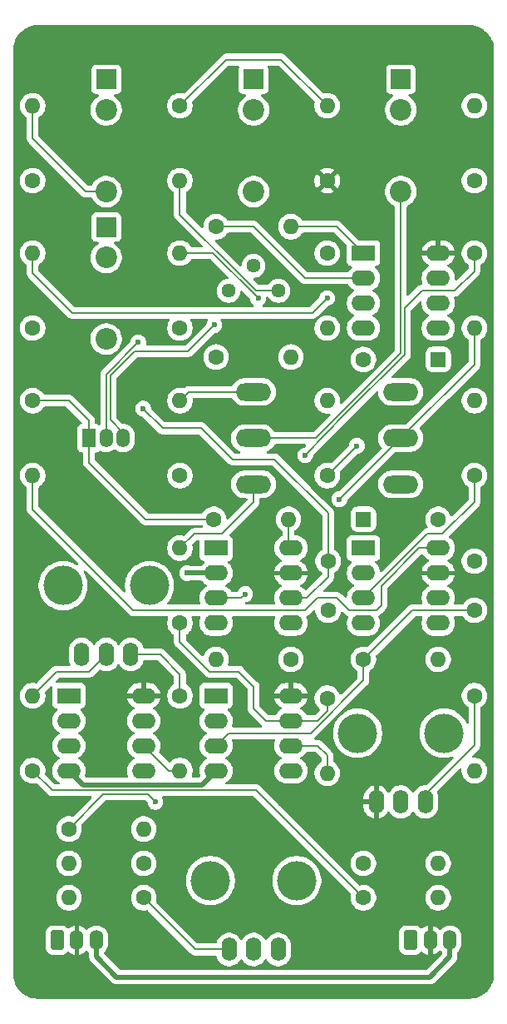
<source format=gbr>
%TF.GenerationSoftware,KiCad,Pcbnew,9.0.2*%
%TF.CreationDate,2025-06-21T12:05:43+10:00*%
%TF.ProjectId,VCF,5643462e-6b69-4636-9164-5f7063625858,1-0*%
%TF.SameCoordinates,Original*%
%TF.FileFunction,Copper,L2,Bot*%
%TF.FilePolarity,Positive*%
%FSLAX46Y46*%
G04 Gerber Fmt 4.6, Leading zero omitted, Abs format (unit mm)*
G04 Created by KiCad (PCBNEW 9.0.2) date 2025-06-21 12:05:43*
%MOMM*%
%LPD*%
G01*
G04 APERTURE LIST*
G04 Aperture macros list*
%AMRoundRect*
0 Rectangle with rounded corners*
0 $1 Rounding radius*
0 $2 $3 $4 $5 $6 $7 $8 $9 X,Y pos of 4 corners*
0 Add a 4 corners polygon primitive as box body*
4,1,4,$2,$3,$4,$5,$6,$7,$8,$9,$2,$3,0*
0 Add four circle primitives for the rounded corners*
1,1,$1+$1,$2,$3*
1,1,$1+$1,$4,$5*
1,1,$1+$1,$6,$7*
1,1,$1+$1,$8,$9*
0 Add four rect primitives between the rounded corners*
20,1,$1+$1,$2,$3,$4,$5,0*
20,1,$1+$1,$4,$5,$6,$7,0*
20,1,$1+$1,$6,$7,$8,$9,0*
20,1,$1+$1,$8,$9,$2,$3,0*%
G04 Aperture macros list end*
%TA.AperFunction,ComponentPad*%
%ADD10C,1.600000*%
%TD*%
%TA.AperFunction,ComponentPad*%
%ADD11O,1.600000X1.600000*%
%TD*%
%TA.AperFunction,ComponentPad*%
%ADD12R,2.000000X2.000000*%
%TD*%
%TA.AperFunction,ComponentPad*%
%ADD13C,2.200000*%
%TD*%
%TA.AperFunction,ComponentPad*%
%ADD14RoundRect,0.291666X-0.408334X-0.708334X0.408334X-0.708334X0.408334X0.708334X-0.408334X0.708334X0*%
%TD*%
%TA.AperFunction,ComponentPad*%
%ADD15O,1.400000X2.000000*%
%TD*%
%TA.AperFunction,WasherPad*%
%ADD16C,4.000000*%
%TD*%
%TA.AperFunction,ComponentPad*%
%ADD17O,1.600000X2.400000*%
%TD*%
%TA.AperFunction,ComponentPad*%
%ADD18C,1.440000*%
%TD*%
%TA.AperFunction,ComponentPad*%
%ADD19O,3.600000X1.800000*%
%TD*%
%TA.AperFunction,ComponentPad*%
%ADD20R,2.400000X1.600000*%
%TD*%
%TA.AperFunction,ComponentPad*%
%ADD21O,2.400000X1.600000*%
%TD*%
%TA.AperFunction,ComponentPad*%
%ADD22RoundRect,0.250000X-0.550000X-0.550000X0.550000X-0.550000X0.550000X0.550000X-0.550000X0.550000X0*%
%TD*%
%TA.AperFunction,ComponentPad*%
%ADD23RoundRect,0.250000X0.550000X0.550000X-0.550000X0.550000X-0.550000X-0.550000X0.550000X-0.550000X0*%
%TD*%
%TA.AperFunction,ComponentPad*%
%ADD24O,1.350000X1.900000*%
%TD*%
%TA.AperFunction,ComponentPad*%
%ADD25R,1.350000X1.900000*%
%TD*%
%TA.AperFunction,ViaPad*%
%ADD26C,0.600000*%
%TD*%
%TA.AperFunction,Conductor*%
%ADD27C,0.200000*%
%TD*%
%TA.AperFunction,Conductor*%
%ADD28C,0.500000*%
%TD*%
G04 APERTURE END LIST*
D10*
%TO.P,R16,1*%
%TO.N,Net-(Q1-C)*%
X127500000Y-88690000D03*
D11*
%TO.P,R16,2*%
%TO.N,Net-(U3-Set)*%
X127500000Y-96310000D03*
%TD*%
D10*
%TO.P,R21,1*%
%TO.N,Net-(U5B-+)*%
X161190000Y-135750000D03*
D11*
%TO.P,R21,2*%
%TO.N,GND*%
X168810000Y-135750000D03*
%TD*%
D10*
%TO.P,R14,1*%
%TO.N,Net-(C2-Pad1)*%
X127500000Y-81310000D03*
D11*
%TO.P,R14,2*%
%TO.N,Net-(U3-+)*%
X127500000Y-73690000D03*
%TD*%
D12*
%TO.P,J3,G*%
%TO.N,GND*%
X135000000Y-56020000D03*
D13*
%TO.P,J3,S*%
X135000000Y-59120000D03*
%TO.P,J3,T*%
%TO.N,Net-(J3-PadT)*%
X135000000Y-67420000D03*
%TD*%
D14*
%TO.P,J6,1,Pin_1*%
%TO.N,GND*%
X166000000Y-143550000D03*
D15*
%TO.P,J6,2,Pin_2*%
%TO.N,VDD*%
X168000000Y-143550000D03*
%TO.P,J6,3,Pin_3*%
%TO.N,VSS*%
X170000000Y-143550000D03*
%TD*%
D10*
%TO.P,R20,1*%
%TO.N,Net-(U5A-+)*%
X161190000Y-115000000D03*
D11*
%TO.P,R20,2*%
%TO.N,GND*%
X168810000Y-115000000D03*
%TD*%
D10*
%TO.P,R12,1*%
%TO.N,Net-(D1-A)*%
X157500000Y-96310000D03*
D11*
%TO.P,R12,2*%
%TO.N,Net-(R11-Pad2)*%
X157500000Y-88690000D03*
%TD*%
D16*
%TO.P,RV4,*%
%TO.N,*%
X145600000Y-137500000D03*
X154400000Y-137500000D03*
D17*
%TO.P,RV4,1,1*%
%TO.N,Net-(HARD/SOFT1-B)*%
X152500001Y-144500000D03*
%TO.P,RV4,2,2*%
%TO.N,Net-(R11-Pad2)*%
X150000000Y-144500000D03*
%TO.P,RV4,3,3*%
%TO.N,Net-(R9-Pad1)*%
X147499999Y-144500000D03*
%TD*%
D10*
%TO.P,R7,1*%
%TO.N,Net-(Q1-B)*%
X161190000Y-139250000D03*
D11*
%TO.P,R7,2*%
%TO.N,Net-(R7-Pad2)*%
X168810000Y-139250000D03*
%TD*%
D16*
%TO.P,RV3,*%
%TO.N,*%
X160600000Y-122500000D03*
X169400000Y-122500000D03*
D17*
%TO.P,RV3,1,1*%
%TO.N,Net-(R4-Pad1)*%
X167500001Y-129500000D03*
%TO.P,RV3,2,2*%
%TO.N,Net-(R7-Pad2)*%
X165000000Y-129500000D03*
%TO.P,RV3,3,3*%
%TO.N,VDD*%
X162499999Y-129500000D03*
%TD*%
D16*
%TO.P,RV2,*%
%TO.N,*%
X130600000Y-107500000D03*
X139400000Y-107500000D03*
D17*
%TO.P,RV2,1,1*%
%TO.N,Net-(R3-Pad1)*%
X137500001Y-114500000D03*
%TO.P,RV2,2,2*%
%TO.N,Net-(R6-Pad2)*%
X135000000Y-114500000D03*
%TO.P,RV2,3,3*%
%TO.N,Net-(U1A--)*%
X132499999Y-114500000D03*
%TD*%
D14*
%TO.P,J5,1,Pin_1*%
%TO.N,GND*%
X130000000Y-143550000D03*
D15*
%TO.P,J5,2,Pin_2*%
%TO.N,VDD*%
X132000000Y-143550000D03*
%TO.P,J5,3,Pin_3*%
%TO.N,VSS*%
X134000000Y-143550000D03*
%TD*%
D12*
%TO.P,J1,G*%
%TO.N,GND*%
X135000000Y-71020000D03*
D13*
%TO.P,J1,S*%
X135000000Y-74120000D03*
%TO.P,J1,T*%
%TO.N,Net-(J1-PadT)*%
X135000000Y-82420000D03*
%TD*%
D18*
%TO.P,RV1,1,1*%
%TO.N,Net-(R5-Pad2)*%
X152530000Y-77505000D03*
%TO.P,RV1,2,2*%
%TO.N,Net-(J2-PadT)*%
X149990000Y-74965000D03*
%TO.P,RV1,3,3*%
X147450000Y-77505000D03*
%TD*%
D10*
%TO.P,R24,1*%
%TO.N,Net-(R24-Pad1)*%
X131190000Y-132250000D03*
D11*
%TO.P,R24,2*%
%TO.N,Net-(U5A--)*%
X138810000Y-132250000D03*
%TD*%
D10*
%TO.P,C1,1*%
%TO.N,Net-(HARD/SOFT1-B)*%
X172500000Y-105000000D03*
%TO.P,C1,2*%
%TO.N,Net-(U5A-+)*%
X172500000Y-110000000D03*
%TD*%
%TO.P,R22,1*%
%TO.N,Net-(U5A--)*%
X138810000Y-135750000D03*
D11*
%TO.P,R22,2*%
%TO.N,GND*%
X131190000Y-135750000D03*
%TD*%
D10*
%TO.P,R13,1*%
%TO.N,Net-(Q1-B)*%
X146190000Y-71000000D03*
D11*
%TO.P,R13,2*%
%TO.N,Net-(Q1-E)*%
X153810000Y-71000000D03*
%TD*%
D10*
%TO.P,R6,1*%
%TO.N,Net-(Q1-B)*%
X127500000Y-126310000D03*
D11*
%TO.P,R6,2*%
%TO.N,Net-(R6-Pad2)*%
X127500000Y-118690000D03*
%TD*%
D19*
%TO.P,SOFT/HARD,1,A*%
%TO.N,Net-(D1-K)*%
X165000000Y-87800000D03*
%TO.P,SOFT/HARD,2,B*%
%TO.N,Net-(HARD/SOFT1-B)*%
X165000000Y-92500000D03*
%TO.P,SOFT/HARD,3,C*%
%TO.N,Net-(D2-A)*%
X165000000Y-97200000D03*
%TD*%
D10*
%TO.P,R10,1*%
%TO.N,Net-(U3-+)*%
X127500000Y-66310000D03*
D11*
%TO.P,R10,2*%
%TO.N,Net-(J3-PadT)*%
X127500000Y-58690000D03*
%TD*%
D10*
%TO.P,R19,1*%
%TO.N,Net-(Q1-C)*%
X145940000Y-100750000D03*
D11*
%TO.P,R19,2*%
%TO.N,Net-(U4-Set)*%
X153560000Y-100750000D03*
%TD*%
D10*
%TO.P,R26,1*%
%TO.N,Net-(R24-Pad1)*%
X142500000Y-96310000D03*
D11*
%TO.P,R26,2*%
%TO.N,Net-(LP/BP1-A)*%
X142500000Y-88690000D03*
%TD*%
D10*
%TO.P,R8,1*%
%TO.N,VDD*%
X157500000Y-66310000D03*
D11*
%TO.P,R8,2*%
%TO.N,Net-(Q1-B)*%
X157500000Y-58690000D03*
%TD*%
D20*
%TO.P,U5,1*%
%TO.N,Net-(R24-Pad1)*%
X146190000Y-118690000D03*
D21*
%TO.P,U5,2,-*%
%TO.N,Net-(U5A--)*%
X146190000Y-121230000D03*
%TO.P,U5,3,+*%
%TO.N,Net-(U5A-+)*%
X146190000Y-123770000D03*
%TO.P,U5,4,V-*%
%TO.N,VSS*%
X146190000Y-126310000D03*
%TO.P,U5,5,+*%
%TO.N,Net-(U5B-+)*%
X153810000Y-126310000D03*
%TO.P,U5,6,-*%
%TO.N,Net-(U5B--)*%
X153810000Y-123770000D03*
%TO.P,U5,7*%
%TO.N,Net-(R25-Pad1)*%
X153810000Y-121230000D03*
%TO.P,U5,8,V+*%
%TO.N,VDD*%
X153810000Y-118690000D03*
%TD*%
D10*
%TO.P,R3,1*%
%TO.N,Net-(R3-Pad1)*%
X142500000Y-118690000D03*
D11*
%TO.P,R3,2*%
%TO.N,Net-(U1B--)*%
X142500000Y-126310000D03*
%TD*%
D10*
%TO.P,R15,1*%
%TO.N,Net-(U3-+)*%
X172500000Y-96310000D03*
D11*
%TO.P,R15,2*%
%TO.N,GND*%
X172500000Y-88690000D03*
%TD*%
D10*
%TO.P,R18,1*%
%TO.N,Net-(U4-+)*%
X172500000Y-66310000D03*
D11*
%TO.P,R18,2*%
%TO.N,GND*%
X172500000Y-58690000D03*
%TD*%
D12*
%TO.P,J4,G*%
%TO.N,GND*%
X165000000Y-56020000D03*
D13*
%TO.P,J4,S*%
X165000000Y-59120000D03*
%TO.P,J4,T*%
%TO.N,Net-(LP/BP1-B)*%
X165000000Y-67420000D03*
%TD*%
D20*
%TO.P,U2,1*%
%TO.N,Net-(Q1-E)*%
X161190000Y-73690000D03*
D21*
%TO.P,U2,2,-*%
%TO.N,Net-(Q1-B)*%
X161190000Y-76230000D03*
%TO.P,U2,3,+*%
%TO.N,GND*%
X161190000Y-78770000D03*
%TO.P,U2,4,V-*%
%TO.N,VSS*%
X161190000Y-81310000D03*
%TO.P,U2,5*%
%TO.N,N/C*%
X168810000Y-81310000D03*
%TO.P,U2,6*%
X168810000Y-78770000D03*
%TO.P,U2,7*%
X168810000Y-76230000D03*
%TO.P,U2,8,V+*%
%TO.N,VDD*%
X168810000Y-73690000D03*
%TD*%
D12*
%TO.P,J2,G*%
%TO.N,GND*%
X150000000Y-56020000D03*
D13*
%TO.P,J2,S*%
X150000000Y-59120000D03*
%TO.P,J2,T*%
%TO.N,Net-(J2-PadT)*%
X150000000Y-67420000D03*
%TD*%
D22*
%TO.P,D2,1,K*%
%TO.N,Net-(D1-A)*%
X161190000Y-100750000D03*
D10*
%TO.P,D2,2,A*%
%TO.N,Net-(D2-A)*%
X168810000Y-100750000D03*
%TD*%
D19*
%TO.P,LP/BP,1,A*%
%TO.N,Net-(LP/BP1-A)*%
X150000000Y-87800000D03*
%TO.P,LP/BP,2,B*%
%TO.N,Net-(LP/BP1-B)*%
X150000000Y-92500000D03*
%TO.P,LP/BP,3,C*%
%TO.N,Net-(LP/BP1-C)*%
X150000000Y-97200000D03*
%TD*%
D10*
%TO.P,R25,1*%
%TO.N,Net-(R25-Pad1)*%
X157500000Y-118940000D03*
D11*
%TO.P,R25,2*%
%TO.N,Net-(U5B--)*%
X157500000Y-126560000D03*
%TD*%
D10*
%TO.P,R4,1*%
%TO.N,Net-(R4-Pad1)*%
X172500000Y-118690000D03*
D11*
%TO.P,R4,2*%
%TO.N,VSS*%
X172500000Y-126310000D03*
%TD*%
D23*
%TO.P,D1,1,K*%
%TO.N,Net-(D1-K)*%
X168809999Y-84500000D03*
D10*
%TO.P,D1,2,A*%
%TO.N,Net-(D1-A)*%
X161189999Y-84500000D03*
%TD*%
%TO.P,R17,1*%
%TO.N,Net-(U4-+)*%
X172500000Y-73690000D03*
D11*
%TO.P,R17,2*%
%TO.N,Net-(HARD/SOFT1-B)*%
X172500000Y-81310000D03*
%TD*%
D10*
%TO.P,R23,1*%
%TO.N,Net-(U5B--)*%
X153810000Y-115000000D03*
D11*
%TO.P,R23,2*%
%TO.N,GND*%
X146190000Y-115000000D03*
%TD*%
D10*
%TO.P,R1,1*%
%TO.N,Net-(U1A-+)*%
X142500000Y-81310000D03*
D11*
%TO.P,R1,2*%
%TO.N,Net-(J1-PadT)*%
X142500000Y-73690000D03*
%TD*%
D10*
%TO.P,C2,1*%
%TO.N,Net-(C2-Pad1)*%
X157600000Y-105000000D03*
%TO.P,C2,2*%
%TO.N,Net-(U5B-+)*%
X157600000Y-110000000D03*
%TD*%
D20*
%TO.P,U4,1,NULL*%
%TO.N,unconnected-(U4-NULL-Pad1)*%
X146190000Y-103690000D03*
D21*
%TO.P,U4,2,-*%
%TO.N,GND*%
X146190000Y-106230000D03*
%TO.P,U4,3,+*%
%TO.N,Net-(U4-+)*%
X146190000Y-108770000D03*
%TO.P,U4,4,V-*%
%TO.N,VSS*%
X146190000Y-111310000D03*
%TO.P,U4,5,NULL*%
%TO.N,unconnected-(U4-NULL-Pad5)*%
X153810000Y-111310000D03*
%TO.P,U4,6*%
%TO.N,Net-(C2-Pad1)*%
X153810000Y-108770000D03*
%TO.P,U4,7,V+*%
%TO.N,VDD*%
X153810000Y-106230000D03*
%TO.P,U4,8,Set*%
%TO.N,Net-(U4-Set)*%
X153810000Y-103690000D03*
%TD*%
D24*
%TO.P,Q1,1,E*%
%TO.N,Net-(Q1-E)*%
X136730000Y-92500000D03*
%TO.P,Q1,2,B*%
%TO.N,Net-(Q1-B)*%
X135000000Y-92500000D03*
D25*
%TO.P,Q1,3,C*%
%TO.N,Net-(Q1-C)*%
X133230000Y-92500000D03*
%TD*%
D10*
%TO.P,R9,1*%
%TO.N,Net-(R9-Pad1)*%
X138810000Y-139250000D03*
D11*
%TO.P,R9,2*%
%TO.N,GND*%
X131190000Y-139250000D03*
%TD*%
D10*
%TO.P,R11,1*%
%TO.N,Net-(U3-+)*%
X157500000Y-73690000D03*
D11*
%TO.P,R11,2*%
%TO.N,Net-(R11-Pad2)*%
X157500000Y-81310000D03*
%TD*%
D10*
%TO.P,R5,1*%
%TO.N,Net-(Q1-B)*%
X142500000Y-58690000D03*
D11*
%TO.P,R5,2*%
%TO.N,Net-(R5-Pad2)*%
X142500000Y-66310000D03*
%TD*%
D10*
%TO.P,R27,1*%
%TO.N,Net-(R25-Pad1)*%
X142500000Y-111310000D03*
D11*
%TO.P,R27,2*%
%TO.N,Net-(LP/BP1-C)*%
X142500000Y-103690000D03*
%TD*%
D20*
%TO.P,U1,1*%
%TO.N,Net-(U1A--)*%
X131190000Y-118690000D03*
D21*
%TO.P,U1,2,-*%
X131190000Y-121230000D03*
%TO.P,U1,3,+*%
%TO.N,Net-(U1A-+)*%
X131190000Y-123770000D03*
%TO.P,U1,4,V-*%
%TO.N,VSS*%
X131190000Y-126310000D03*
%TO.P,U1,5,+*%
%TO.N,GND*%
X138810000Y-126310000D03*
%TO.P,U1,6,-*%
%TO.N,Net-(U1B--)*%
X138810000Y-123770000D03*
%TO.P,U1,7*%
%TO.N,Net-(R3-Pad1)*%
X138810000Y-121230000D03*
%TO.P,U1,8,V+*%
%TO.N,VDD*%
X138810000Y-118690000D03*
%TD*%
D11*
%TO.P,R2,2*%
%TO.N,Net-(J1-PadT)*%
X153810000Y-84250000D03*
D10*
%TO.P,R2,1*%
%TO.N,Net-(U1B--)*%
X146190000Y-84250000D03*
%TD*%
D20*
%TO.P,U3,1,NULL*%
%TO.N,unconnected-(U3-NULL-Pad1)*%
X161190000Y-103690000D03*
D21*
%TO.P,U3,2,-*%
%TO.N,GND*%
X161190000Y-106230000D03*
%TO.P,U3,3,+*%
%TO.N,Net-(U3-+)*%
X161190000Y-108770000D03*
%TO.P,U3,4,V-*%
%TO.N,VSS*%
X161190000Y-111310000D03*
%TO.P,U3,5,NULL*%
%TO.N,unconnected-(U3-NULL-Pad5)*%
X168810000Y-111310000D03*
%TO.P,U3,6*%
%TO.N,Net-(HARD/SOFT1-B)*%
X168810000Y-108770000D03*
%TO.P,U3,7,V+*%
%TO.N,VDD*%
X168810000Y-106230000D03*
%TO.P,U3,8,Set*%
%TO.N,Net-(U3-Set)*%
X168810000Y-103690000D03*
%TD*%
D26*
%TO.N,Net-(U3-+)*%
X157500000Y-78250000D03*
%TO.N,Net-(J1-PadT)*%
X150466450Y-78283550D03*
%TO.N,Net-(U4-+)*%
X149150000Y-108350000D03*
%TO.N,Net-(Q1-B)*%
X138250000Y-82750000D03*
%TO.N,Net-(C2-Pad1)*%
X138750000Y-89500000D03*
%TO.N,Net-(D1-A)*%
X160530000Y-93280000D03*
%TO.N,Net-(Q1-E)*%
X146000000Y-81000000D03*
%TO.N,Net-(U4-+)*%
X155250000Y-94250000D03*
%TO.N,Net-(R24-Pad1)*%
X140000000Y-129500000D03*
%TO.N,Net-(HARD/SOFT1-B)*%
X158750000Y-98700000D03*
%TO.N,GND*%
X143250000Y-106230000D03*
%TD*%
D27*
%TO.N,Net-(Q1-E)*%
X136730000Y-91980000D02*
X136730000Y-92500000D01*
X135401000Y-90651000D02*
X136730000Y-91980000D01*
X135401000Y-86166100D02*
X135401000Y-90651000D01*
X143341450Y-83658550D02*
X137908550Y-83658550D01*
X146000000Y-81000000D02*
X143341450Y-83658550D01*
X137908550Y-83658550D02*
X135401000Y-86166100D01*
%TO.N,Net-(Q1-B)*%
X138250000Y-82750000D02*
X135000000Y-86000000D01*
%TO.N,Net-(C2-Pad1)*%
X147849000Y-94651000D02*
X152000000Y-94651000D01*
X147841450Y-94658550D02*
X147849000Y-94651000D01*
X144682900Y-91500000D02*
X147841450Y-94658550D01*
X140750000Y-91500000D02*
X144682900Y-91500000D01*
X138750000Y-89500000D02*
X140750000Y-91500000D01*
%TO.N,Net-(U3-+)*%
X127500000Y-75750000D02*
X131500000Y-79750000D01*
X127500000Y-73690000D02*
X127500000Y-75750000D01*
X131500000Y-79750000D02*
X156000000Y-79750000D01*
X156000000Y-79750000D02*
X157500000Y-78250000D01*
%TO.N,Net-(J3-PadT)*%
X132920000Y-67420000D02*
X127500000Y-62000000D01*
X127500000Y-62000000D02*
X127500000Y-58690000D01*
X135000000Y-67420000D02*
X132920000Y-67420000D01*
%TO.N,Net-(J1-PadT)*%
X145872900Y-73690000D02*
X150466450Y-78283550D01*
%TO.N,Net-(U1B--)*%
X141350000Y-126310000D02*
X138810000Y-123770000D01*
%TO.N,Net-(U4-+)*%
X149150000Y-108350000D02*
X148730000Y-108770000D01*
X148730000Y-108770000D02*
X146190000Y-108770000D01*
%TO.N,Net-(U5A-+)*%
X172500000Y-110000000D02*
X166190000Y-110000000D01*
X166190000Y-110000000D02*
X161190000Y-115000000D01*
%TO.N,Net-(R4-Pad1)*%
X167500001Y-128749999D02*
X167500001Y-129500000D01*
X172500000Y-123750000D02*
X167500001Y-128749999D01*
X172500000Y-118690000D02*
X172500000Y-123750000D01*
%TO.N,Net-(R25-Pad1)*%
X150000000Y-120000000D02*
X151230000Y-121230000D01*
X150000000Y-117750000D02*
X150000000Y-120000000D01*
X148500000Y-116250000D02*
X150000000Y-117750000D01*
X145500000Y-116250000D02*
X148500000Y-116250000D01*
X151230000Y-121230000D02*
X153810000Y-121230000D01*
X142500000Y-113250000D02*
X145500000Y-116250000D01*
X142500000Y-111310000D02*
X142500000Y-113250000D01*
%TO.N,Net-(R6-Pad2)*%
X129940000Y-116250000D02*
X127500000Y-118690000D01*
X133250000Y-116250000D02*
X129940000Y-116250000D01*
X135000000Y-114500000D02*
X133250000Y-116250000D01*
X135000000Y-114500000D02*
X135000000Y-115000000D01*
%TO.N,Net-(U5A-+)*%
X161190000Y-115000000D02*
X161190000Y-117127100D01*
X161190000Y-117127100D02*
X155817100Y-122500000D01*
X155817100Y-122500000D02*
X147460000Y-122500000D01*
X147460000Y-122500000D02*
X146190000Y-123770000D01*
%TO.N,Net-(C2-Pad1)*%
X153810000Y-108770000D02*
X155430000Y-108770000D01*
X157600000Y-100100000D02*
X152151000Y-94651000D01*
X155430000Y-108770000D02*
X157600000Y-106600000D01*
X152151000Y-94651000D02*
X152000000Y-94651000D01*
X152000000Y-94651000D02*
X152016800Y-94651000D01*
%TO.N,Net-(D1-A)*%
X157500000Y-96310000D02*
X160530000Y-93280000D01*
D28*
%TO.N,VSS*%
X132630000Y-127750000D02*
X144750000Y-127750000D01*
X131190000Y-126310000D02*
X132630000Y-127750000D01*
X170000000Y-145250000D02*
X167949000Y-147301000D01*
X170000000Y-143550000D02*
X170000000Y-145250000D01*
X167949000Y-147301000D02*
X136051000Y-147301000D01*
X144750000Y-127750000D02*
X146190000Y-126310000D01*
X136051000Y-147301000D02*
X134000000Y-145250000D01*
X134050000Y-143550000D02*
X134000000Y-143550000D01*
X134000000Y-145250000D02*
X134000000Y-143550000D01*
D27*
%TO.N,Net-(Q1-C)*%
X133230000Y-92500000D02*
X133230000Y-90730000D01*
X139000000Y-100750000D02*
X133230000Y-94980000D01*
X133230000Y-90730000D02*
X131190000Y-88690000D01*
X133230000Y-94980000D02*
X133230000Y-92500000D01*
X131190000Y-88690000D02*
X127500000Y-88690000D01*
X145940000Y-100750000D02*
X139000000Y-100750000D01*
%TO.N,Net-(Q1-B)*%
X150240000Y-128300000D02*
X161190000Y-139250000D01*
X142500000Y-58690000D02*
X147190000Y-54000000D01*
X155250000Y-76230000D02*
X161190000Y-76230000D01*
X129490000Y-128300000D02*
X129750000Y-128300000D01*
X150020000Y-71000000D02*
X155250000Y-76230000D01*
X127500000Y-126310000D02*
X129490000Y-128300000D01*
X152810000Y-54000000D02*
X157500000Y-58690000D01*
X146190000Y-71000000D02*
X150020000Y-71000000D01*
X147190000Y-54000000D02*
X152810000Y-54000000D01*
X129750000Y-128300000D02*
X150240000Y-128300000D01*
%TO.N,Net-(Q1-E)*%
X158500000Y-71000000D02*
X153810000Y-71000000D01*
X161190000Y-73690000D02*
X158500000Y-71000000D01*
%TO.N,Net-(R3-Pad1)*%
X137500001Y-114500000D02*
X140500000Y-114500000D01*
X140500000Y-114500000D02*
X142500000Y-116500000D01*
X142500000Y-116500000D02*
X142500000Y-118690000D01*
%TO.N,Net-(R5-Pad2)*%
X152530000Y-77505000D02*
X152525000Y-77500000D01*
X142500000Y-69750000D02*
X142500000Y-66310000D01*
X150250000Y-77500000D02*
X148750000Y-76000000D01*
X148750000Y-76000000D02*
X142500000Y-69750000D01*
X150750000Y-77500000D02*
X150250000Y-77500000D01*
X152525000Y-77500000D02*
X150750000Y-77500000D01*
%TO.N,Net-(R9-Pad1)*%
X147499999Y-144500000D02*
X147499999Y-145499999D01*
X144060000Y-144500000D02*
X138810000Y-139250000D01*
X147499999Y-144500000D02*
X144060000Y-144500000D01*
%TO.N,Net-(U3-+)*%
X161190000Y-108770000D02*
X167710000Y-102250000D01*
X169250000Y-102250000D02*
X172500000Y-99000000D01*
X172500000Y-99000000D02*
X172500000Y-96310000D01*
X167710000Y-102250000D02*
X169250000Y-102250000D01*
%TO.N,Net-(U4-+)*%
X165401000Y-83999000D02*
X165401000Y-79250000D01*
X167151000Y-77500000D02*
X170500000Y-77500000D01*
X159433550Y-89966450D02*
X165401000Y-83999000D01*
X170500000Y-77500000D02*
X172500000Y-75500000D01*
X155250000Y-94250000D02*
X159433550Y-89966450D01*
X172500000Y-75500000D02*
X172500000Y-73690000D01*
X165401000Y-79250000D02*
X167151000Y-77500000D01*
%TO.N,Net-(U4-Set)*%
X153560000Y-103440000D02*
X153810000Y-103690000D01*
X153560000Y-100750000D02*
X153560000Y-103440000D01*
%TO.N,Net-(U5B--)*%
X157500000Y-124750000D02*
X157500000Y-126560000D01*
X156520000Y-123770000D02*
X157500000Y-124750000D01*
%TO.N,Net-(R24-Pad1)*%
X140000000Y-129500000D02*
X139202000Y-128702000D01*
X134738000Y-128702000D02*
X139000000Y-128702000D01*
X139202000Y-128702000D02*
X139000000Y-128702000D01*
X134690000Y-128750000D02*
X134738000Y-128702000D01*
X131190000Y-132250000D02*
X134690000Y-128750000D01*
%TO.N,Net-(R25-Pad1)*%
X157500000Y-118940000D02*
X157500000Y-120250000D01*
X157500000Y-120250000D02*
X156520000Y-121230000D01*
X156520000Y-121230000D02*
X153810000Y-121230000D01*
%TO.N,Net-(HARD/SOFT1-B)*%
X158750000Y-98750000D02*
X165000000Y-92500000D01*
X172500000Y-85000000D02*
X172500000Y-81310000D01*
X165000000Y-92500000D02*
X172500000Y-85000000D01*
X152500000Y-144500000D02*
X152500001Y-144500000D01*
%TO.N,Net-(LP/BP1-B)*%
X150000000Y-92500000D02*
X156332900Y-92500000D01*
X165000000Y-83832900D02*
X165000000Y-67419999D01*
X156332900Y-92500000D02*
X165000000Y-83832900D01*
%TO.N,Net-(LP/BP1-C)*%
X146750000Y-102250000D02*
X150000000Y-99000000D01*
X143940000Y-102250000D02*
X146750000Y-102250000D01*
X142500000Y-103690000D02*
X143940000Y-102250000D01*
X150000000Y-99000000D02*
X150000000Y-97200000D01*
%TO.N,Net-(LP/BP1-A)*%
X143390000Y-87800000D02*
X142500000Y-88690000D01*
X150000000Y-87800000D02*
X143390000Y-87800000D01*
%TO.N,Net-(U3-Set)*%
X127500000Y-99750000D02*
X137750000Y-110000000D01*
X137750000Y-110000000D02*
X155250000Y-110000000D01*
X127500000Y-96310000D02*
X127500000Y-99750000D01*
X156500000Y-108750000D02*
X158500000Y-108750000D01*
X155250000Y-110000000D02*
X156500000Y-108750000D01*
X158500000Y-108750000D02*
X159750000Y-110000000D01*
X159750000Y-110000000D02*
X162500000Y-110000000D01*
%TO.N,Net-(D1-K)*%
X165000000Y-87800000D02*
X165509999Y-87800000D01*
D28*
%TO.N,GND*%
X143250000Y-106230000D02*
X146190000Y-106230000D01*
D27*
%TO.N,Net-(J1-PadT)*%
X142500000Y-73690000D02*
X145872900Y-73690000D01*
%TO.N,Net-(Q1-B)*%
X135000000Y-86000000D02*
X135000000Y-92500000D01*
%TO.N,Net-(U3-Set)*%
X162500000Y-110000000D02*
X163013550Y-109486450D01*
X163013550Y-109486450D02*
X163013550Y-107513550D01*
X163013550Y-107513550D02*
X166837100Y-103690000D01*
%TO.N,Net-(C2-Pad1)*%
X157600000Y-105000000D02*
X157600000Y-100100000D01*
X157600000Y-106600000D02*
X157600000Y-105000000D01*
%TO.N,Net-(U3-Set)*%
X166837100Y-103690000D02*
X168810000Y-103690000D01*
%TO.N,Net-(U5B--)*%
X153810000Y-123770000D02*
X156520000Y-123770000D01*
%TO.N,Net-(U1B--)*%
X142500000Y-126310000D02*
X141350000Y-126310000D01*
%TD*%
%TA.AperFunction,Conductor*%
%TO.N,VDD*%
G36*
X167247437Y-104310185D02*
G01*
X167290883Y-104358205D01*
X167297715Y-104371614D01*
X167418028Y-104537213D01*
X167562786Y-104681971D01*
X167708446Y-104787797D01*
X167728390Y-104802287D01*
X167800424Y-104838990D01*
X167821629Y-104849795D01*
X167872425Y-104897770D01*
X167889220Y-104965591D01*
X167866682Y-105031726D01*
X167821629Y-105070765D01*
X167728650Y-105118140D01*
X167563105Y-105238417D01*
X167563104Y-105238417D01*
X167418417Y-105383104D01*
X167418417Y-105383105D01*
X167298140Y-105548650D01*
X167205244Y-105730970D01*
X167142009Y-105925586D01*
X167133391Y-105980000D01*
X168494314Y-105980000D01*
X168489920Y-105984394D01*
X168437259Y-106075606D01*
X168410000Y-106177339D01*
X168410000Y-106282661D01*
X168437259Y-106384394D01*
X168489920Y-106475606D01*
X168494314Y-106480000D01*
X167133391Y-106480000D01*
X167142009Y-106534413D01*
X167205244Y-106729029D01*
X167298140Y-106911349D01*
X167418417Y-107076894D01*
X167418417Y-107076895D01*
X167563104Y-107221582D01*
X167728652Y-107341861D01*
X167821628Y-107389234D01*
X167872425Y-107437208D01*
X167889220Y-107505029D01*
X167866683Y-107571164D01*
X167821630Y-107610203D01*
X167728388Y-107657713D01*
X167562786Y-107778028D01*
X167418028Y-107922786D01*
X167297715Y-108088386D01*
X167204781Y-108270776D01*
X167141522Y-108465465D01*
X167109500Y-108667648D01*
X167109500Y-108872351D01*
X167141522Y-109074534D01*
X167171234Y-109165975D01*
X167194371Y-109237183D01*
X167196366Y-109307022D01*
X167160286Y-109366855D01*
X167097585Y-109397684D01*
X167076440Y-109399500D01*
X166276669Y-109399500D01*
X166276653Y-109399499D01*
X166269057Y-109399499D01*
X166110943Y-109399499D01*
X165958215Y-109440423D01*
X165958213Y-109440424D01*
X165938837Y-109451609D01*
X165938838Y-109451610D01*
X165821287Y-109519477D01*
X165821282Y-109519481D01*
X165709478Y-109631286D01*
X161634842Y-113705921D01*
X161573519Y-113739406D01*
X161508848Y-113736173D01*
X161494534Y-113731522D01*
X161319995Y-113703878D01*
X161292352Y-113699500D01*
X161087648Y-113699500D01*
X161063329Y-113703351D01*
X160885465Y-113731522D01*
X160690776Y-113794781D01*
X160508386Y-113887715D01*
X160342786Y-114008028D01*
X160198028Y-114152786D01*
X160077715Y-114318386D01*
X159984781Y-114500776D01*
X159921522Y-114695465D01*
X159889500Y-114897648D01*
X159889500Y-115102352D01*
X159892325Y-115120185D01*
X159921522Y-115304534D01*
X159984781Y-115499223D01*
X160077715Y-115681613D01*
X160198028Y-115847213D01*
X160198034Y-115847219D01*
X160342781Y-115991966D01*
X160508390Y-116112287D01*
X160521793Y-116119116D01*
X160572589Y-116167088D01*
X160589500Y-116229601D01*
X160589500Y-116827002D01*
X160569815Y-116894041D01*
X160553181Y-116914683D01*
X158927235Y-118540628D01*
X158865912Y-118574113D01*
X158796220Y-118569129D01*
X158740287Y-118527257D01*
X158721623Y-118491265D01*
X158705220Y-118440781D01*
X158612287Y-118258390D01*
X158563163Y-118190776D01*
X158491971Y-118092786D01*
X158347213Y-117948028D01*
X158181613Y-117827715D01*
X158181612Y-117827714D01*
X158181610Y-117827713D01*
X158124653Y-117798691D01*
X157999223Y-117734781D01*
X157804534Y-117671522D01*
X157629995Y-117643878D01*
X157602352Y-117639500D01*
X157397648Y-117639500D01*
X157373329Y-117643351D01*
X157195465Y-117671522D01*
X157000776Y-117734781D01*
X156818386Y-117827715D01*
X156652786Y-117948028D01*
X156508028Y-118092786D01*
X156387715Y-118258386D01*
X156294781Y-118440776D01*
X156231522Y-118635465D01*
X156199500Y-118837648D01*
X156199500Y-119042351D01*
X156231522Y-119244534D01*
X156294781Y-119439223D01*
X156387715Y-119621613D01*
X156508028Y-119787213D01*
X156652786Y-119931971D01*
X156718358Y-119979611D01*
X156761024Y-120034940D01*
X156767003Y-120104554D01*
X156734398Y-120166349D01*
X156733154Y-120167610D01*
X156307584Y-120593181D01*
X156246261Y-120626666D01*
X156219903Y-120629500D01*
X155439602Y-120629500D01*
X155372563Y-120609815D01*
X155329117Y-120561795D01*
X155322284Y-120548385D01*
X155201971Y-120382786D01*
X155057213Y-120238028D01*
X154891611Y-120117713D01*
X154798369Y-120070203D01*
X154747574Y-120022229D01*
X154730779Y-119954407D01*
X154753317Y-119888273D01*
X154798371Y-119849234D01*
X154891347Y-119801861D01*
X155056894Y-119681582D01*
X155056895Y-119681582D01*
X155201582Y-119536895D01*
X155201582Y-119536894D01*
X155321859Y-119371349D01*
X155414755Y-119189029D01*
X155477990Y-118994413D01*
X155486609Y-118940000D01*
X154125686Y-118940000D01*
X154130080Y-118935606D01*
X154182741Y-118844394D01*
X154210000Y-118742661D01*
X154210000Y-118637339D01*
X154182741Y-118535606D01*
X154130080Y-118444394D01*
X154125686Y-118440000D01*
X155486609Y-118440000D01*
X155477990Y-118385586D01*
X155414755Y-118190970D01*
X155321859Y-118008650D01*
X155201582Y-117843105D01*
X155201582Y-117843104D01*
X155056895Y-117698417D01*
X154891349Y-117578140D01*
X154709031Y-117485244D01*
X154514417Y-117422009D01*
X154312317Y-117390000D01*
X154060000Y-117390000D01*
X154060000Y-118374314D01*
X154055606Y-118369920D01*
X153964394Y-118317259D01*
X153862661Y-118290000D01*
X153757339Y-118290000D01*
X153655606Y-118317259D01*
X153564394Y-118369920D01*
X153560000Y-118374314D01*
X153560000Y-117390000D01*
X153307683Y-117390000D01*
X153105582Y-117422009D01*
X152910968Y-117485244D01*
X152728650Y-117578140D01*
X152563105Y-117698417D01*
X152563104Y-117698417D01*
X152418417Y-117843104D01*
X152418417Y-117843105D01*
X152298140Y-118008650D01*
X152205244Y-118190970D01*
X152142009Y-118385586D01*
X152133391Y-118440000D01*
X153494314Y-118440000D01*
X153489920Y-118444394D01*
X153437259Y-118535606D01*
X153410000Y-118637339D01*
X153410000Y-118742661D01*
X153437259Y-118844394D01*
X153489920Y-118935606D01*
X153494314Y-118940000D01*
X152133391Y-118940000D01*
X152142009Y-118994413D01*
X152205244Y-119189029D01*
X152298140Y-119371349D01*
X152418417Y-119536894D01*
X152418417Y-119536895D01*
X152563104Y-119681582D01*
X152728652Y-119801861D01*
X152821628Y-119849234D01*
X152872425Y-119897208D01*
X152889220Y-119965029D01*
X152866683Y-120031164D01*
X152821630Y-120070203D01*
X152728388Y-120117713D01*
X152562786Y-120238028D01*
X152418028Y-120382786D01*
X152297715Y-120548385D01*
X152290883Y-120561795D01*
X152242909Y-120612591D01*
X152180398Y-120629500D01*
X151530098Y-120629500D01*
X151463059Y-120609815D01*
X151442417Y-120593181D01*
X150636819Y-119787583D01*
X150603334Y-119726260D01*
X150600500Y-119699902D01*
X150600500Y-117670945D01*
X150600500Y-117670943D01*
X150559577Y-117518216D01*
X150546645Y-117495817D01*
X150480524Y-117381290D01*
X150480521Y-117381286D01*
X150480520Y-117381284D01*
X150368716Y-117269480D01*
X150368715Y-117269479D01*
X150364385Y-117265149D01*
X150364374Y-117265139D01*
X148987590Y-115888355D01*
X148987588Y-115888352D01*
X148868717Y-115769481D01*
X148868709Y-115769475D01*
X148747445Y-115699464D01*
X148747445Y-115699463D01*
X148747441Y-115699462D01*
X148731785Y-115690423D01*
X148579057Y-115649499D01*
X148420943Y-115649499D01*
X148413347Y-115649499D01*
X148413331Y-115649500D01*
X147517062Y-115649500D01*
X147450023Y-115629815D01*
X147404268Y-115577011D01*
X147394324Y-115507853D01*
X147399131Y-115487181D01*
X147400452Y-115483117D01*
X147458477Y-115304534D01*
X147490500Y-115102352D01*
X147490500Y-114897648D01*
X152509500Y-114897648D01*
X152509500Y-115102352D01*
X152512325Y-115120185D01*
X152541522Y-115304534D01*
X152604781Y-115499223D01*
X152697715Y-115681613D01*
X152818028Y-115847213D01*
X152962786Y-115991971D01*
X153087054Y-116082255D01*
X153128390Y-116112287D01*
X153209499Y-116153614D01*
X153310776Y-116205218D01*
X153310778Y-116205218D01*
X153310781Y-116205220D01*
X153385818Y-116229601D01*
X153505465Y-116268477D01*
X153606557Y-116284488D01*
X153707648Y-116300500D01*
X153707649Y-116300500D01*
X153912351Y-116300500D01*
X153912352Y-116300500D01*
X154114534Y-116268477D01*
X154309219Y-116205220D01*
X154491610Y-116112287D01*
X154620628Y-116018551D01*
X154657213Y-115991971D01*
X154657215Y-115991968D01*
X154657219Y-115991966D01*
X154801966Y-115847219D01*
X154801968Y-115847215D01*
X154801971Y-115847213D01*
X154854732Y-115774590D01*
X154922287Y-115681610D01*
X155015220Y-115499219D01*
X155078477Y-115304534D01*
X155110500Y-115102352D01*
X155110500Y-114897648D01*
X155078477Y-114695466D01*
X155015220Y-114500781D01*
X155015218Y-114500778D01*
X155015218Y-114500776D01*
X154981503Y-114434607D01*
X154922287Y-114318390D01*
X154914556Y-114307749D01*
X154801971Y-114152786D01*
X154657213Y-114008028D01*
X154491613Y-113887715D01*
X154491612Y-113887714D01*
X154491610Y-113887713D01*
X154434653Y-113858691D01*
X154309223Y-113794781D01*
X154114534Y-113731522D01*
X153939995Y-113703878D01*
X153912352Y-113699500D01*
X153707648Y-113699500D01*
X153683329Y-113703351D01*
X153505465Y-113731522D01*
X153310776Y-113794781D01*
X153128386Y-113887715D01*
X152962786Y-114008028D01*
X152818028Y-114152786D01*
X152697715Y-114318386D01*
X152604781Y-114500776D01*
X152541522Y-114695465D01*
X152509500Y-114897648D01*
X147490500Y-114897648D01*
X147458477Y-114695466D01*
X147395220Y-114500781D01*
X147395218Y-114500778D01*
X147395218Y-114500776D01*
X147361503Y-114434607D01*
X147302287Y-114318390D01*
X147294556Y-114307749D01*
X147181971Y-114152786D01*
X147037213Y-114008028D01*
X146871613Y-113887715D01*
X146871612Y-113887714D01*
X146871610Y-113887713D01*
X146814653Y-113858691D01*
X146689223Y-113794781D01*
X146494534Y-113731522D01*
X146319995Y-113703878D01*
X146292352Y-113699500D01*
X146087648Y-113699500D01*
X146063329Y-113703351D01*
X145885465Y-113731522D01*
X145690776Y-113794781D01*
X145508386Y-113887715D01*
X145342786Y-114008028D01*
X145198028Y-114152786D01*
X145077715Y-114318386D01*
X144984781Y-114500776D01*
X144952951Y-114598741D01*
X144913513Y-114656416D01*
X144849154Y-114683614D01*
X144780308Y-114671699D01*
X144747339Y-114648103D01*
X143136819Y-113037583D01*
X143103334Y-112976260D01*
X143100500Y-112949902D01*
X143100500Y-112539601D01*
X143120185Y-112472562D01*
X143168206Y-112429116D01*
X143181610Y-112422287D01*
X143347219Y-112301966D01*
X143491966Y-112157219D01*
X143491968Y-112157215D01*
X143491971Y-112157213D01*
X143544732Y-112084590D01*
X143612287Y-111991610D01*
X143705220Y-111809219D01*
X143768477Y-111614534D01*
X143800500Y-111412352D01*
X143800500Y-111207648D01*
X143768477Y-111005466D01*
X143705220Y-110810781D01*
X143705217Y-110810777D01*
X143705217Y-110810774D01*
X143689942Y-110780796D01*
X143677045Y-110712127D01*
X143703320Y-110647386D01*
X143760426Y-110607129D01*
X143800426Y-110600500D01*
X144489574Y-110600500D01*
X144556613Y-110620185D01*
X144602368Y-110672989D01*
X144612312Y-110742147D01*
X144600058Y-110780796D01*
X144584782Y-110810774D01*
X144521522Y-111005465D01*
X144489500Y-111207648D01*
X144489500Y-111412351D01*
X144521522Y-111614534D01*
X144584781Y-111809223D01*
X144677715Y-111991613D01*
X144798028Y-112157213D01*
X144942786Y-112301971D01*
X145097749Y-112414556D01*
X145108390Y-112422287D01*
X145189499Y-112463614D01*
X145290776Y-112515218D01*
X145290778Y-112515218D01*
X145290781Y-112515220D01*
X145365818Y-112539601D01*
X145485465Y-112578477D01*
X145586557Y-112594488D01*
X145687648Y-112610500D01*
X145687649Y-112610500D01*
X146692351Y-112610500D01*
X146692352Y-112610500D01*
X146894534Y-112578477D01*
X147089219Y-112515220D01*
X147271610Y-112422287D01*
X147364590Y-112354732D01*
X147437213Y-112301971D01*
X147437215Y-112301968D01*
X147437219Y-112301966D01*
X147581966Y-112157219D01*
X147581968Y-112157215D01*
X147581971Y-112157213D01*
X147634732Y-112084590D01*
X147702287Y-111991610D01*
X147795220Y-111809219D01*
X147858477Y-111614534D01*
X147890500Y-111412352D01*
X147890500Y-111207648D01*
X147858477Y-111005466D01*
X147795220Y-110810781D01*
X147795217Y-110810777D01*
X147795217Y-110810774D01*
X147779942Y-110780796D01*
X147767045Y-110712127D01*
X147793320Y-110647386D01*
X147850426Y-110607129D01*
X147890426Y-110600500D01*
X152109574Y-110600500D01*
X152176613Y-110620185D01*
X152222368Y-110672989D01*
X152232312Y-110742147D01*
X152220058Y-110780796D01*
X152204782Y-110810774D01*
X152141522Y-111005465D01*
X152109500Y-111207648D01*
X152109500Y-111412351D01*
X152141522Y-111614534D01*
X152204781Y-111809223D01*
X152297715Y-111991613D01*
X152418028Y-112157213D01*
X152562786Y-112301971D01*
X152717749Y-112414556D01*
X152728390Y-112422287D01*
X152809499Y-112463614D01*
X152910776Y-112515218D01*
X152910778Y-112515218D01*
X152910781Y-112515220D01*
X152985818Y-112539601D01*
X153105465Y-112578477D01*
X153206557Y-112594488D01*
X153307648Y-112610500D01*
X153307649Y-112610500D01*
X154312351Y-112610500D01*
X154312352Y-112610500D01*
X154514534Y-112578477D01*
X154709219Y-112515220D01*
X154891610Y-112422287D01*
X154984590Y-112354732D01*
X155057213Y-112301971D01*
X155057215Y-112301968D01*
X155057219Y-112301966D01*
X155201966Y-112157219D01*
X155201968Y-112157215D01*
X155201971Y-112157213D01*
X155254732Y-112084590D01*
X155322287Y-111991610D01*
X155415220Y-111809219D01*
X155478477Y-111614534D01*
X155510500Y-111412352D01*
X155510500Y-111207648D01*
X155478477Y-111005466D01*
X155415220Y-110810781D01*
X155415218Y-110810778D01*
X155415218Y-110810776D01*
X155380115Y-110741884D01*
X155367219Y-110673215D01*
X155393495Y-110608475D01*
X155438741Y-110572954D01*
X155448317Y-110568544D01*
X155481785Y-110559577D01*
X155531904Y-110530639D01*
X155618716Y-110480520D01*
X155730520Y-110368716D01*
X155730520Y-110368714D01*
X155740728Y-110358507D01*
X155740730Y-110358504D01*
X156087819Y-110011415D01*
X156149142Y-109977930D01*
X156218834Y-109982914D01*
X156274767Y-110024786D01*
X156299184Y-110090250D01*
X156299500Y-110099096D01*
X156299500Y-110102351D01*
X156331522Y-110304534D01*
X156394781Y-110499223D01*
X156434618Y-110577406D01*
X156483320Y-110672989D01*
X156487715Y-110681613D01*
X156608028Y-110847213D01*
X156752786Y-110991971D01*
X156907749Y-111104556D01*
X156918390Y-111112287D01*
X157034607Y-111171503D01*
X157100776Y-111205218D01*
X157100778Y-111205218D01*
X157100781Y-111205220D01*
X157205137Y-111239127D01*
X157295465Y-111268477D01*
X157396557Y-111284488D01*
X157497648Y-111300500D01*
X157497649Y-111300500D01*
X157702351Y-111300500D01*
X157702352Y-111300500D01*
X157904534Y-111268477D01*
X158099219Y-111205220D01*
X158281610Y-111112287D01*
X158428638Y-111005466D01*
X158447213Y-110991971D01*
X158447215Y-110991968D01*
X158447219Y-110991966D01*
X158591966Y-110847219D01*
X158591968Y-110847215D01*
X158591971Y-110847213D01*
X158644732Y-110774590D01*
X158712287Y-110681610D01*
X158805220Y-110499219D01*
X158868477Y-110304534D01*
X158876460Y-110254131D01*
X158906389Y-110190997D01*
X158965701Y-110154066D01*
X159035563Y-110155064D01*
X159086614Y-110185849D01*
X159265139Y-110364374D01*
X159265149Y-110364385D01*
X159269479Y-110368715D01*
X159269480Y-110368716D01*
X159381284Y-110480520D01*
X159468095Y-110530639D01*
X159518215Y-110559577D01*
X159551679Y-110568544D01*
X159561258Y-110572954D01*
X159579961Y-110589262D01*
X159601153Y-110602179D01*
X159605838Y-110611824D01*
X159613920Y-110618871D01*
X159620837Y-110642702D01*
X159631682Y-110665026D01*
X159630408Y-110675673D01*
X159633398Y-110685971D01*
X159626333Y-110709759D01*
X159623387Y-110734402D01*
X159619884Y-110741883D01*
X159584782Y-110810773D01*
X159521522Y-111005465D01*
X159489500Y-111207648D01*
X159489500Y-111412351D01*
X159521522Y-111614534D01*
X159584781Y-111809223D01*
X159677715Y-111991613D01*
X159798028Y-112157213D01*
X159942786Y-112301971D01*
X160097749Y-112414556D01*
X160108390Y-112422287D01*
X160189499Y-112463614D01*
X160290776Y-112515218D01*
X160290778Y-112515218D01*
X160290781Y-112515220D01*
X160365818Y-112539601D01*
X160485465Y-112578477D01*
X160586557Y-112594488D01*
X160687648Y-112610500D01*
X160687649Y-112610500D01*
X161692351Y-112610500D01*
X161692352Y-112610500D01*
X161894534Y-112578477D01*
X162089219Y-112515220D01*
X162271610Y-112422287D01*
X162364590Y-112354732D01*
X162437213Y-112301971D01*
X162437215Y-112301968D01*
X162437219Y-112301966D01*
X162581966Y-112157219D01*
X162581968Y-112157215D01*
X162581971Y-112157213D01*
X162634732Y-112084590D01*
X162702287Y-111991610D01*
X162795220Y-111809219D01*
X162858477Y-111614534D01*
X162890500Y-111412352D01*
X162890500Y-111207648D01*
X162858477Y-111005466D01*
X162795220Y-110810781D01*
X162795217Y-110810776D01*
X162795216Y-110810771D01*
X162735321Y-110693222D01*
X162722424Y-110624553D01*
X162748700Y-110559813D01*
X162783801Y-110529543D01*
X162868716Y-110480520D01*
X162980520Y-110368716D01*
X162980520Y-110368714D01*
X162990728Y-110358507D01*
X162990730Y-110358504D01*
X163372056Y-109977178D01*
X163372061Y-109977174D01*
X163382264Y-109966970D01*
X163382266Y-109966970D01*
X163494070Y-109855166D01*
X163573127Y-109718234D01*
X163614050Y-109565507D01*
X163614050Y-107813647D01*
X163633735Y-107746608D01*
X163650369Y-107725966D01*
X167049516Y-104326819D01*
X167076443Y-104312115D01*
X167102262Y-104295523D01*
X167108462Y-104294631D01*
X167110839Y-104293334D01*
X167137197Y-104290500D01*
X167180398Y-104290500D01*
X167247437Y-104310185D01*
G37*
%TD.AperFunction*%
%TA.AperFunction,Conductor*%
G36*
X172003736Y-50500726D02*
G01*
X172293796Y-50518271D01*
X172308659Y-50520076D01*
X172590798Y-50571780D01*
X172605335Y-50575363D01*
X172879172Y-50660695D01*
X172893163Y-50666000D01*
X173154743Y-50783727D01*
X173167989Y-50790680D01*
X173413465Y-50939075D01*
X173425776Y-50947573D01*
X173651573Y-51124473D01*
X173662781Y-51134403D01*
X173865596Y-51337218D01*
X173875526Y-51348426D01*
X173995481Y-51501538D01*
X174052422Y-51574217D01*
X174060928Y-51586540D01*
X174209316Y-51832004D01*
X174216275Y-51845263D01*
X174333997Y-52106831D01*
X174339306Y-52120832D01*
X174424635Y-52394663D01*
X174428219Y-52409201D01*
X174479923Y-52691340D01*
X174481728Y-52706205D01*
X174499274Y-52996263D01*
X174499500Y-53003750D01*
X174499500Y-146996249D01*
X174499274Y-147003736D01*
X174481728Y-147293794D01*
X174479923Y-147308659D01*
X174428219Y-147590798D01*
X174424635Y-147605336D01*
X174339306Y-147879167D01*
X174333997Y-147893168D01*
X174216275Y-148154736D01*
X174209316Y-148167995D01*
X174060928Y-148413459D01*
X174052422Y-148425782D01*
X173875526Y-148651573D01*
X173865596Y-148662781D01*
X173662781Y-148865596D01*
X173651573Y-148875526D01*
X173425782Y-149052422D01*
X173413459Y-149060928D01*
X173167995Y-149209316D01*
X173154736Y-149216275D01*
X172893168Y-149333997D01*
X172879167Y-149339306D01*
X172605336Y-149424635D01*
X172590798Y-149428219D01*
X172308659Y-149479923D01*
X172293794Y-149481728D01*
X172014454Y-149498624D01*
X172003735Y-149499273D01*
X171996250Y-149499499D01*
X128003734Y-149499499D01*
X127996247Y-149499273D01*
X127706205Y-149481728D01*
X127691340Y-149479923D01*
X127409201Y-149428219D01*
X127394663Y-149424635D01*
X127120832Y-149339306D01*
X127106831Y-149333997D01*
X126845263Y-149216275D01*
X126832004Y-149209316D01*
X126586540Y-149060928D01*
X126574217Y-149052422D01*
X126348426Y-148875526D01*
X126337218Y-148865596D01*
X126134403Y-148662781D01*
X126124473Y-148651573D01*
X125947573Y-148425776D01*
X125939075Y-148413465D01*
X125790680Y-148167989D01*
X125783727Y-148154743D01*
X125666000Y-147893163D01*
X125660693Y-147879167D01*
X125575364Y-147605336D01*
X125571780Y-147590798D01*
X125520076Y-147308659D01*
X125518271Y-147293794D01*
X125500726Y-147003736D01*
X125500500Y-146996249D01*
X125500500Y-142797176D01*
X128799500Y-142797176D01*
X128799500Y-144302818D01*
X128799501Y-144302822D01*
X128814474Y-144435720D01*
X128873433Y-144604218D01*
X128968406Y-144755365D01*
X129094634Y-144881593D01*
X129211155Y-144954809D01*
X129245783Y-144976567D01*
X129319470Y-145002351D01*
X129414279Y-145035526D01*
X129499271Y-145045101D01*
X129547183Y-145050500D01*
X130452816Y-145050499D01*
X130452818Y-145050499D01*
X130452819Y-145050498D01*
X130585723Y-145035525D01*
X130754217Y-144976567D01*
X130905366Y-144881593D01*
X131031593Y-144755366D01*
X131031593Y-144755365D01*
X131032270Y-144754689D01*
X131093593Y-144721204D01*
X131163285Y-144726188D01*
X131207632Y-144754689D01*
X131218253Y-144765310D01*
X131218258Y-144765314D01*
X131371059Y-144876329D01*
X131539362Y-144962085D01*
X131718997Y-145020451D01*
X131750000Y-145025362D01*
X131750000Y-143830330D01*
X131769745Y-143850075D01*
X131855255Y-143899444D01*
X131950630Y-143925000D01*
X132049370Y-143925000D01*
X132144745Y-143899444D01*
X132230255Y-143850075D01*
X132250000Y-143830330D01*
X132250000Y-145025361D01*
X132281002Y-145020451D01*
X132460637Y-144962085D01*
X132628940Y-144876329D01*
X132781741Y-144765314D01*
X132781746Y-144765310D01*
X132911966Y-144635091D01*
X132919911Y-144630752D01*
X132925337Y-144623505D01*
X132950096Y-144614270D01*
X132973289Y-144601606D01*
X132982318Y-144602251D01*
X132990801Y-144599088D01*
X133016621Y-144604704D01*
X133042981Y-144606590D01*
X133052034Y-144612408D01*
X133059074Y-144613940D01*
X133087328Y-144635091D01*
X133213181Y-144760944D01*
X133246666Y-144822267D01*
X133249500Y-144848625D01*
X133249500Y-145323918D01*
X133249500Y-145323920D01*
X133249499Y-145323920D01*
X133278340Y-145468907D01*
X133278343Y-145468917D01*
X133334914Y-145605492D01*
X133367812Y-145654727D01*
X133367813Y-145654730D01*
X133417046Y-145728414D01*
X133417052Y-145728421D01*
X135572584Y-147883952D01*
X135572586Y-147883954D01*
X135586377Y-147893168D01*
X135646270Y-147933186D01*
X135695505Y-147966084D01*
X135695506Y-147966084D01*
X135695507Y-147966085D01*
X135695509Y-147966086D01*
X135832082Y-148022656D01*
X135832087Y-148022658D01*
X135832091Y-148022658D01*
X135832092Y-148022659D01*
X135977079Y-148051500D01*
X135977082Y-148051500D01*
X168022920Y-148051500D01*
X168120462Y-148032096D01*
X168167913Y-148022658D01*
X168304495Y-147966084D01*
X168353729Y-147933186D01*
X168353734Y-147933183D01*
X168378071Y-147916921D01*
X168427416Y-147883952D01*
X170582952Y-145728416D01*
X170632186Y-145654729D01*
X170665084Y-145605495D01*
X170721658Y-145468913D01*
X170750500Y-145323918D01*
X170750500Y-144848625D01*
X170770185Y-144781586D01*
X170786819Y-144760944D01*
X170826559Y-144721204D01*
X170915690Y-144632073D01*
X171026760Y-144479199D01*
X171112547Y-144310832D01*
X171170940Y-144131118D01*
X171200500Y-143944486D01*
X171200500Y-143155513D01*
X171170940Y-142968881D01*
X171115904Y-142799500D01*
X171112547Y-142789168D01*
X171112545Y-142789165D01*
X171112545Y-142789163D01*
X171026759Y-142620800D01*
X170915690Y-142467927D01*
X170782073Y-142334310D01*
X170629199Y-142223240D01*
X170619712Y-142218406D01*
X170460836Y-142137454D01*
X170281118Y-142079059D01*
X170094486Y-142049500D01*
X170094481Y-142049500D01*
X169905519Y-142049500D01*
X169905514Y-142049500D01*
X169718881Y-142079059D01*
X169539163Y-142137454D01*
X169370800Y-142223240D01*
X169283579Y-142286610D01*
X169217927Y-142334310D01*
X169217925Y-142334312D01*
X169217924Y-142334312D01*
X169087328Y-142464909D01*
X169026005Y-142498394D01*
X168956313Y-142493410D01*
X168911966Y-142464909D01*
X168781746Y-142334689D01*
X168781741Y-142334685D01*
X168628940Y-142223670D01*
X168460635Y-142137913D01*
X168281004Y-142079549D01*
X168280995Y-142079547D01*
X168250000Y-142074637D01*
X168250000Y-143269670D01*
X168230255Y-143249925D01*
X168144745Y-143200556D01*
X168049370Y-143175000D01*
X167950630Y-143175000D01*
X167855255Y-143200556D01*
X167769745Y-143249925D01*
X167750000Y-143269670D01*
X167750000Y-142074637D01*
X167749999Y-142074637D01*
X167719004Y-142079547D01*
X167718995Y-142079549D01*
X167539364Y-142137913D01*
X167371059Y-142223670D01*
X167218255Y-142334687D01*
X167218247Y-142334694D01*
X167207628Y-142345313D01*
X167146304Y-142378796D01*
X167076612Y-142373809D01*
X167032269Y-142345310D01*
X166905365Y-142218406D01*
X166754218Y-142123433D01*
X166585720Y-142064473D01*
X166452821Y-142049500D01*
X165547181Y-142049500D01*
X165547177Y-142049501D01*
X165414279Y-142064474D01*
X165245781Y-142123433D01*
X165094634Y-142218406D01*
X164968406Y-142344634D01*
X164873433Y-142495781D01*
X164814473Y-142664279D01*
X164799500Y-142797176D01*
X164799500Y-144302818D01*
X164799501Y-144302822D01*
X164814474Y-144435720D01*
X164873433Y-144604218D01*
X164968406Y-144755365D01*
X165094634Y-144881593D01*
X165211155Y-144954809D01*
X165245783Y-144976567D01*
X165319470Y-145002351D01*
X165414279Y-145035526D01*
X165499271Y-145045101D01*
X165547183Y-145050500D01*
X166452816Y-145050499D01*
X166452818Y-145050499D01*
X166452819Y-145050498D01*
X166585723Y-145035525D01*
X166754217Y-144976567D01*
X166905366Y-144881593D01*
X167031593Y-144755366D01*
X167031593Y-144755365D01*
X167032270Y-144754689D01*
X167093593Y-144721204D01*
X167163285Y-144726188D01*
X167207632Y-144754689D01*
X167218253Y-144765310D01*
X167218258Y-144765314D01*
X167371059Y-144876329D01*
X167539362Y-144962085D01*
X167718997Y-145020451D01*
X167750000Y-145025362D01*
X167750000Y-143830330D01*
X167769745Y-143850075D01*
X167855255Y-143899444D01*
X167950630Y-143925000D01*
X168049370Y-143925000D01*
X168144745Y-143899444D01*
X168230255Y-143850075D01*
X168250000Y-143830330D01*
X168250000Y-145025361D01*
X168281002Y-145020451D01*
X168460637Y-144962085D01*
X168628940Y-144876329D01*
X168781741Y-144765314D01*
X168781746Y-144765310D01*
X168911966Y-144635091D01*
X168919911Y-144630752D01*
X168925337Y-144623505D01*
X168950096Y-144614270D01*
X168973289Y-144601606D01*
X168982318Y-144602251D01*
X168990801Y-144599088D01*
X169016621Y-144604704D01*
X169042981Y-144606590D01*
X169052034Y-144612408D01*
X169059074Y-144613940D01*
X169087328Y-144635091D01*
X169213181Y-144760944D01*
X169246666Y-144822267D01*
X169249500Y-144848625D01*
X169249500Y-144887770D01*
X169229815Y-144954809D01*
X169213181Y-144975451D01*
X167674451Y-146514181D01*
X167613128Y-146547666D01*
X167586770Y-146550500D01*
X136413230Y-146550500D01*
X136346191Y-146530815D01*
X136325549Y-146514181D01*
X134786819Y-144975451D01*
X134772115Y-144948523D01*
X134755523Y-144922705D01*
X134754631Y-144916504D01*
X134753334Y-144914128D01*
X134750500Y-144887770D01*
X134750500Y-144848625D01*
X134770185Y-144781586D01*
X134786819Y-144760944D01*
X134826559Y-144721204D01*
X134915690Y-144632073D01*
X135026760Y-144479199D01*
X135112547Y-144310832D01*
X135170940Y-144131118D01*
X135200500Y-143944486D01*
X135200500Y-143155513D01*
X135170940Y-142968881D01*
X135115904Y-142799500D01*
X135112547Y-142789168D01*
X135112545Y-142789165D01*
X135112545Y-142789163D01*
X135026759Y-142620800D01*
X134915690Y-142467927D01*
X134782073Y-142334310D01*
X134629199Y-142223240D01*
X134619712Y-142218406D01*
X134460836Y-142137454D01*
X134281118Y-142079059D01*
X134094486Y-142049500D01*
X134094481Y-142049500D01*
X133905519Y-142049500D01*
X133905514Y-142049500D01*
X133718881Y-142079059D01*
X133539163Y-142137454D01*
X133370800Y-142223240D01*
X133283579Y-142286610D01*
X133217927Y-142334310D01*
X133217925Y-142334312D01*
X133217924Y-142334312D01*
X133087328Y-142464909D01*
X133026005Y-142498394D01*
X132956313Y-142493410D01*
X132911966Y-142464909D01*
X132781746Y-142334689D01*
X132781741Y-142334685D01*
X132628940Y-142223670D01*
X132460635Y-142137913D01*
X132281004Y-142079549D01*
X132280995Y-142079547D01*
X132250000Y-142074637D01*
X132250000Y-143269670D01*
X132230255Y-143249925D01*
X132144745Y-143200556D01*
X132049370Y-143175000D01*
X131950630Y-143175000D01*
X131855255Y-143200556D01*
X131769745Y-143249925D01*
X131750000Y-143269670D01*
X131750000Y-142074637D01*
X131749999Y-142074637D01*
X131719004Y-142079547D01*
X131718995Y-142079549D01*
X131539364Y-142137913D01*
X131371059Y-142223670D01*
X131218255Y-142334687D01*
X131218247Y-142334694D01*
X131207628Y-142345313D01*
X131146304Y-142378796D01*
X131076612Y-142373809D01*
X131032269Y-142345310D01*
X130905365Y-142218406D01*
X130754218Y-142123433D01*
X130585720Y-142064473D01*
X130452821Y-142049500D01*
X129547181Y-142049500D01*
X129547177Y-142049501D01*
X129414279Y-142064474D01*
X129245781Y-142123433D01*
X129094634Y-142218406D01*
X128968406Y-142344634D01*
X128873433Y-142495781D01*
X128814473Y-142664279D01*
X128799500Y-142797176D01*
X125500500Y-142797176D01*
X125500500Y-139147648D01*
X129889500Y-139147648D01*
X129889500Y-139352351D01*
X129921522Y-139554534D01*
X129984781Y-139749223D01*
X130017685Y-139813799D01*
X130064949Y-139906560D01*
X130077715Y-139931613D01*
X130198028Y-140097213D01*
X130342786Y-140241971D01*
X130497749Y-140354556D01*
X130508390Y-140362287D01*
X130624607Y-140421503D01*
X130690776Y-140455218D01*
X130690778Y-140455218D01*
X130690781Y-140455220D01*
X130795137Y-140489127D01*
X130885465Y-140518477D01*
X130986557Y-140534488D01*
X131087648Y-140550500D01*
X131087649Y-140550500D01*
X131292351Y-140550500D01*
X131292352Y-140550500D01*
X131494534Y-140518477D01*
X131689219Y-140455220D01*
X131871610Y-140362287D01*
X131964590Y-140294732D01*
X132037213Y-140241971D01*
X132037215Y-140241968D01*
X132037219Y-140241966D01*
X132181966Y-140097219D01*
X132181968Y-140097215D01*
X132181971Y-140097213D01*
X132252236Y-140000500D01*
X132302287Y-139931610D01*
X132395220Y-139749219D01*
X132458477Y-139554534D01*
X132490500Y-139352352D01*
X132490500Y-139147648D01*
X137509500Y-139147648D01*
X137509500Y-139352351D01*
X137541522Y-139554534D01*
X137604781Y-139749223D01*
X137637685Y-139813799D01*
X137684949Y-139906560D01*
X137697715Y-139931613D01*
X137818028Y-140097213D01*
X137962786Y-140241971D01*
X138117749Y-140354556D01*
X138128390Y-140362287D01*
X138244607Y-140421503D01*
X138310776Y-140455218D01*
X138310778Y-140455218D01*
X138310781Y-140455220D01*
X138415137Y-140489127D01*
X138505465Y-140518477D01*
X138606557Y-140534488D01*
X138707648Y-140550500D01*
X138707649Y-140550500D01*
X138912351Y-140550500D01*
X138912352Y-140550500D01*
X139114534Y-140518477D01*
X139128842Y-140513827D01*
X139198682Y-140511831D01*
X139254842Y-140544077D01*
X143575139Y-144864374D01*
X143575149Y-144864385D01*
X143579479Y-144868715D01*
X143579480Y-144868716D01*
X143691284Y-144980520D01*
X143761294Y-145020940D01*
X143828215Y-145059577D01*
X143980942Y-145100500D01*
X143980943Y-145100500D01*
X146109139Y-145100500D01*
X146176178Y-145120185D01*
X146221933Y-145172989D01*
X146230036Y-145199877D01*
X146230384Y-145199794D01*
X146231521Y-145204531D01*
X146294780Y-145399221D01*
X146387714Y-145581613D01*
X146508027Y-145747213D01*
X146652785Y-145891971D01*
X146807748Y-146004556D01*
X146818389Y-146012287D01*
X146934606Y-146071503D01*
X147000775Y-146105218D01*
X147000777Y-146105218D01*
X147000780Y-146105220D01*
X147105136Y-146139127D01*
X147195464Y-146168477D01*
X147296556Y-146184488D01*
X147397647Y-146200500D01*
X147397648Y-146200500D01*
X147602350Y-146200500D01*
X147602351Y-146200500D01*
X147804533Y-146168477D01*
X147999218Y-146105220D01*
X148181609Y-146012287D01*
X148274589Y-145944732D01*
X148347212Y-145891971D01*
X148347214Y-145891968D01*
X148347218Y-145891966D01*
X148491965Y-145747219D01*
X148491967Y-145747215D01*
X148491970Y-145747213D01*
X148612285Y-145581611D01*
X148639514Y-145528172D01*
X148687488Y-145477376D01*
X148755309Y-145460580D01*
X148821444Y-145483117D01*
X148860483Y-145528170D01*
X148887713Y-145581611D01*
X149008028Y-145747213D01*
X149152786Y-145891971D01*
X149307749Y-146004556D01*
X149318390Y-146012287D01*
X149434607Y-146071503D01*
X149500776Y-146105218D01*
X149500778Y-146105218D01*
X149500781Y-146105220D01*
X149605137Y-146139127D01*
X149695465Y-146168477D01*
X149796557Y-146184488D01*
X149897648Y-146200500D01*
X149897649Y-146200500D01*
X150102351Y-146200500D01*
X150102352Y-146200500D01*
X150304534Y-146168477D01*
X150499219Y-146105220D01*
X150681610Y-146012287D01*
X150774590Y-145944732D01*
X150847213Y-145891971D01*
X150847215Y-145891968D01*
X150847219Y-145891966D01*
X150991966Y-145747219D01*
X150991968Y-145747215D01*
X150991971Y-145747213D01*
X151112286Y-145581611D01*
X151139515Y-145528172D01*
X151187489Y-145477376D01*
X151255310Y-145460580D01*
X151321445Y-145483117D01*
X151360484Y-145528170D01*
X151387714Y-145581611D01*
X151508029Y-145747213D01*
X151652787Y-145891971D01*
X151807750Y-146004556D01*
X151818391Y-146012287D01*
X151934608Y-146071503D01*
X152000777Y-146105218D01*
X152000779Y-146105218D01*
X152000782Y-146105220D01*
X152105138Y-146139127D01*
X152195466Y-146168477D01*
X152296558Y-146184488D01*
X152397649Y-146200500D01*
X152397650Y-146200500D01*
X152602352Y-146200500D01*
X152602353Y-146200500D01*
X152804535Y-146168477D01*
X152999220Y-146105220D01*
X153181611Y-146012287D01*
X153274591Y-145944732D01*
X153347214Y-145891971D01*
X153347216Y-145891968D01*
X153347220Y-145891966D01*
X153491967Y-145747219D01*
X153491969Y-145747215D01*
X153491972Y-145747213D01*
X153559160Y-145654735D01*
X153612288Y-145581610D01*
X153705221Y-145399219D01*
X153768478Y-145204534D01*
X153800501Y-145002352D01*
X153800501Y-143997648D01*
X153768478Y-143795466D01*
X153750001Y-143738601D01*
X153705219Y-143600776D01*
X153639516Y-143471828D01*
X153612288Y-143418390D01*
X153602745Y-143405255D01*
X153491972Y-143252786D01*
X153347214Y-143108028D01*
X153181615Y-142987715D01*
X153017686Y-142904189D01*
X153017684Y-142904187D01*
X152999226Y-142894782D01*
X152804535Y-142831522D01*
X152629996Y-142803878D01*
X152602353Y-142799500D01*
X152397649Y-142799500D01*
X152373330Y-142803351D01*
X152195466Y-142831522D01*
X152000777Y-142894781D01*
X151818387Y-142987715D01*
X151652787Y-143108028D01*
X151508029Y-143252786D01*
X151387715Y-143418386D01*
X151360484Y-143471830D01*
X151312509Y-143522625D01*
X151244688Y-143539419D01*
X151178553Y-143516881D01*
X151139515Y-143471828D01*
X151112287Y-143418390D01*
X151102744Y-143405255D01*
X150991971Y-143252786D01*
X150847213Y-143108028D01*
X150681613Y-142987715D01*
X150681612Y-142987714D01*
X150681610Y-142987713D01*
X150624653Y-142958691D01*
X150499223Y-142894781D01*
X150304534Y-142831522D01*
X150129995Y-142803878D01*
X150102352Y-142799500D01*
X149897648Y-142799500D01*
X149873329Y-142803351D01*
X149695465Y-142831522D01*
X149500776Y-142894781D01*
X149318386Y-142987715D01*
X149152786Y-143108028D01*
X149008028Y-143252786D01*
X148887714Y-143418386D01*
X148860483Y-143471830D01*
X148812508Y-143522625D01*
X148744687Y-143539419D01*
X148678552Y-143516881D01*
X148639514Y-143471828D01*
X148612286Y-143418390D01*
X148602743Y-143405255D01*
X148491970Y-143252786D01*
X148347212Y-143108028D01*
X148181612Y-142987715D01*
X148181611Y-142987714D01*
X148181609Y-142987713D01*
X148124652Y-142958691D01*
X147999222Y-142894781D01*
X147804533Y-142831522D01*
X147629994Y-142803878D01*
X147602351Y-142799500D01*
X147397647Y-142799500D01*
X147373328Y-142803351D01*
X147195464Y-142831522D01*
X147000775Y-142894781D01*
X146818385Y-142987715D01*
X146652785Y-143108028D01*
X146508027Y-143252786D01*
X146387714Y-143418386D01*
X146294780Y-143600778D01*
X146231521Y-143795468D01*
X146230384Y-143800206D01*
X146229226Y-143799928D01*
X146201686Y-143858029D01*
X146142376Y-143894962D01*
X146109139Y-143899500D01*
X144360097Y-143899500D01*
X144293058Y-143879815D01*
X144272416Y-143863181D01*
X140104077Y-139694842D01*
X140070592Y-139633519D01*
X140073828Y-139568841D01*
X140078477Y-139554534D01*
X140110500Y-139352352D01*
X140110500Y-139147648D01*
X140078477Y-138945466D01*
X140015220Y-138750781D01*
X140015218Y-138750778D01*
X140015218Y-138750776D01*
X139981503Y-138684607D01*
X139922287Y-138568390D01*
X139914556Y-138557749D01*
X139801971Y-138402786D01*
X139657213Y-138258028D01*
X139491613Y-138137715D01*
X139491612Y-138137714D01*
X139491610Y-138137713D01*
X139434653Y-138108691D01*
X139309223Y-138044781D01*
X139114534Y-137981522D01*
X138939995Y-137953878D01*
X138912352Y-137949500D01*
X138707648Y-137949500D01*
X138683329Y-137953351D01*
X138505465Y-137981522D01*
X138310776Y-138044781D01*
X138128386Y-138137715D01*
X137962786Y-138258028D01*
X137818028Y-138402786D01*
X137697715Y-138568386D01*
X137604781Y-138750776D01*
X137541522Y-138945465D01*
X137509500Y-139147648D01*
X132490500Y-139147648D01*
X132458477Y-138945466D01*
X132395220Y-138750781D01*
X132395218Y-138750778D01*
X132395218Y-138750776D01*
X132361503Y-138684607D01*
X132302287Y-138568390D01*
X132294556Y-138557749D01*
X132181971Y-138402786D01*
X132037213Y-138258028D01*
X131871613Y-138137715D01*
X131871612Y-138137714D01*
X131871610Y-138137713D01*
X131814653Y-138108691D01*
X131689223Y-138044781D01*
X131494534Y-137981522D01*
X131319995Y-137953878D01*
X131292352Y-137949500D01*
X131087648Y-137949500D01*
X131063329Y-137953351D01*
X130885465Y-137981522D01*
X130690776Y-138044781D01*
X130508386Y-138137715D01*
X130342786Y-138258028D01*
X130198028Y-138402786D01*
X130077715Y-138568386D01*
X129984781Y-138750776D01*
X129921522Y-138945465D01*
X129889500Y-139147648D01*
X125500500Y-139147648D01*
X125500500Y-137359568D01*
X143099500Y-137359568D01*
X143099500Y-137640431D01*
X143130942Y-137919494D01*
X143130945Y-137919512D01*
X143193439Y-138193317D01*
X143193443Y-138193329D01*
X143286200Y-138458411D01*
X143408053Y-138711442D01*
X143454275Y-138785004D01*
X143557477Y-138949248D01*
X143732584Y-139168825D01*
X143931175Y-139367416D01*
X144150752Y-139542523D01*
X144388555Y-139691945D01*
X144641592Y-139813801D01*
X144840680Y-139883465D01*
X144906670Y-139906556D01*
X144906682Y-139906560D01*
X145180491Y-139969055D01*
X145180497Y-139969055D01*
X145180505Y-139969057D01*
X145366547Y-139990018D01*
X145459569Y-140000499D01*
X145459572Y-140000500D01*
X145459575Y-140000500D01*
X145740428Y-140000500D01*
X145740429Y-140000499D01*
X145883055Y-139984429D01*
X146019494Y-139969057D01*
X146019499Y-139969056D01*
X146019509Y-139969055D01*
X146293318Y-139906560D01*
X146558408Y-139813801D01*
X146811445Y-139691945D01*
X147049248Y-139542523D01*
X147268825Y-139367416D01*
X147467416Y-139168825D01*
X147642523Y-138949248D01*
X147791945Y-138711445D01*
X147913801Y-138458408D01*
X148006560Y-138193318D01*
X148069055Y-137919509D01*
X148100500Y-137640425D01*
X148100500Y-137359575D01*
X148100499Y-137359568D01*
X151899500Y-137359568D01*
X151899500Y-137640431D01*
X151930942Y-137919494D01*
X151930945Y-137919512D01*
X151993439Y-138193317D01*
X151993443Y-138193329D01*
X152086200Y-138458411D01*
X152208053Y-138711442D01*
X152254275Y-138785004D01*
X152357477Y-138949248D01*
X152532584Y-139168825D01*
X152731175Y-139367416D01*
X152950752Y-139542523D01*
X153188555Y-139691945D01*
X153441592Y-139813801D01*
X153640680Y-139883465D01*
X153706670Y-139906556D01*
X153706682Y-139906560D01*
X153980491Y-139969055D01*
X153980497Y-139969055D01*
X153980505Y-139969057D01*
X154166547Y-139990018D01*
X154259569Y-140000499D01*
X154259572Y-140000500D01*
X154259575Y-140000500D01*
X154540428Y-140000500D01*
X154540429Y-140000499D01*
X154683055Y-139984429D01*
X154819494Y-139969057D01*
X154819499Y-139969056D01*
X154819509Y-139969055D01*
X155093318Y-139906560D01*
X155358408Y-139813801D01*
X155611445Y-139691945D01*
X155849248Y-139542523D01*
X156068825Y-139367416D01*
X156267416Y-139168825D01*
X156442523Y-138949248D01*
X156591945Y-138711445D01*
X156713801Y-138458408D01*
X156806560Y-138193318D01*
X156869055Y-137919509D01*
X156900500Y-137640425D01*
X156900500Y-137359575D01*
X156869055Y-137080491D01*
X156806560Y-136806682D01*
X156713801Y-136541592D01*
X156591945Y-136288555D01*
X156442523Y-136050752D01*
X156267416Y-135831175D01*
X156068825Y-135632584D01*
X155849248Y-135457477D01*
X155611445Y-135308055D01*
X155611442Y-135308053D01*
X155358411Y-135186200D01*
X155093329Y-135093443D01*
X155093317Y-135093439D01*
X154819512Y-135030945D01*
X154819494Y-135030942D01*
X154540431Y-134999500D01*
X154540425Y-134999500D01*
X154259575Y-134999500D01*
X154259568Y-134999500D01*
X153980505Y-135030942D01*
X153980487Y-135030945D01*
X153706682Y-135093439D01*
X153706670Y-135093443D01*
X153441588Y-135186200D01*
X153188557Y-135308053D01*
X152950753Y-135457476D01*
X152731175Y-135632583D01*
X152532583Y-135831175D01*
X152357476Y-136050753D01*
X152208053Y-136288557D01*
X152086200Y-136541588D01*
X151993443Y-136806670D01*
X151993439Y-136806682D01*
X151930945Y-137080487D01*
X151930942Y-137080505D01*
X151899500Y-137359568D01*
X148100499Y-137359568D01*
X148069055Y-137080491D01*
X148006560Y-136806682D01*
X147913801Y-136541592D01*
X147791945Y-136288555D01*
X147642523Y-136050752D01*
X147467416Y-135831175D01*
X147268825Y-135632584D01*
X147049248Y-135457477D01*
X146811445Y-135308055D01*
X146811442Y-135308053D01*
X146558411Y-135186200D01*
X146293329Y-135093443D01*
X146293317Y-135093439D01*
X146019512Y-135030945D01*
X146019494Y-135030942D01*
X145740431Y-134999500D01*
X145740425Y-134999500D01*
X145459575Y-134999500D01*
X145459568Y-134999500D01*
X145180505Y-135030942D01*
X145180487Y-135030945D01*
X144906682Y-135093439D01*
X144906670Y-135093443D01*
X144641588Y-135186200D01*
X144388557Y-135308053D01*
X144150753Y-135457476D01*
X143931175Y-135632583D01*
X143732583Y-135831175D01*
X143557476Y-136050753D01*
X143408053Y-136288557D01*
X143286200Y-136541588D01*
X143193443Y-136806670D01*
X143193439Y-136806682D01*
X143130945Y-137080487D01*
X143130942Y-137080505D01*
X143099500Y-137359568D01*
X125500500Y-137359568D01*
X125500500Y-135647648D01*
X129889500Y-135647648D01*
X129889500Y-135852351D01*
X129921522Y-136054534D01*
X129984781Y-136249223D01*
X130077715Y-136431613D01*
X130198028Y-136597213D01*
X130342786Y-136741971D01*
X130497749Y-136854556D01*
X130508390Y-136862287D01*
X130624607Y-136921503D01*
X130690776Y-136955218D01*
X130690778Y-136955218D01*
X130690781Y-136955220D01*
X130795137Y-136989127D01*
X130885465Y-137018477D01*
X130986557Y-137034488D01*
X131087648Y-137050500D01*
X131087649Y-137050500D01*
X131292351Y-137050500D01*
X131292352Y-137050500D01*
X131494534Y-137018477D01*
X131689219Y-136955220D01*
X131871610Y-136862287D01*
X131964590Y-136794732D01*
X132037213Y-136741971D01*
X132037215Y-136741968D01*
X132037219Y-136741966D01*
X132181966Y-136597219D01*
X132181968Y-136597215D01*
X132181971Y-136597213D01*
X132234732Y-136524590D01*
X132302287Y-136431610D01*
X132395220Y-136249219D01*
X132458477Y-136054534D01*
X132490500Y-135852352D01*
X132490500Y-135647648D01*
X137509500Y-135647648D01*
X137509500Y-135852351D01*
X137541522Y-136054534D01*
X137604781Y-136249223D01*
X137697715Y-136431613D01*
X137818028Y-136597213D01*
X137962786Y-136741971D01*
X138117749Y-136854556D01*
X138128390Y-136862287D01*
X138244607Y-136921503D01*
X138310776Y-136955218D01*
X138310778Y-136955218D01*
X138310781Y-136955220D01*
X138415137Y-136989127D01*
X138505465Y-137018477D01*
X138606557Y-137034488D01*
X138707648Y-137050500D01*
X138707649Y-137050500D01*
X138912351Y-137050500D01*
X138912352Y-137050500D01*
X139114534Y-137018477D01*
X139309219Y-136955220D01*
X139491610Y-136862287D01*
X139584590Y-136794732D01*
X139657213Y-136741971D01*
X139657215Y-136741968D01*
X139657219Y-136741966D01*
X139801966Y-136597219D01*
X139801968Y-136597215D01*
X139801971Y-136597213D01*
X139854732Y-136524590D01*
X139922287Y-136431610D01*
X140015220Y-136249219D01*
X140078477Y-136054534D01*
X140110500Y-135852352D01*
X140110500Y-135647648D01*
X140108114Y-135632583D01*
X140078477Y-135445465D01*
X140015218Y-135250776D01*
X139981503Y-135184607D01*
X139922287Y-135068390D01*
X139872236Y-134999500D01*
X139801971Y-134902786D01*
X139657213Y-134758028D01*
X139491613Y-134637715D01*
X139491612Y-134637714D01*
X139491610Y-134637713D01*
X139434653Y-134608691D01*
X139309223Y-134544781D01*
X139114534Y-134481522D01*
X138939995Y-134453878D01*
X138912352Y-134449500D01*
X138707648Y-134449500D01*
X138683329Y-134453351D01*
X138505465Y-134481522D01*
X138310776Y-134544781D01*
X138128386Y-134637715D01*
X137962786Y-134758028D01*
X137818028Y-134902786D01*
X137697715Y-135068386D01*
X137604781Y-135250776D01*
X137541522Y-135445465D01*
X137509500Y-135647648D01*
X132490500Y-135647648D01*
X132488114Y-135632583D01*
X132458477Y-135445465D01*
X132395218Y-135250776D01*
X132361503Y-135184607D01*
X132302287Y-135068390D01*
X132252236Y-134999500D01*
X132181971Y-134902786D01*
X132037213Y-134758028D01*
X131871613Y-134637715D01*
X131871612Y-134637714D01*
X131871610Y-134637713D01*
X131814653Y-134608691D01*
X131689223Y-134544781D01*
X131494534Y-134481522D01*
X131319995Y-134453878D01*
X131292352Y-134449500D01*
X131087648Y-134449500D01*
X131063329Y-134453351D01*
X130885465Y-134481522D01*
X130690776Y-134544781D01*
X130508386Y-134637715D01*
X130342786Y-134758028D01*
X130198028Y-134902786D01*
X130077715Y-135068386D01*
X129984781Y-135250776D01*
X129921522Y-135445465D01*
X129889500Y-135647648D01*
X125500500Y-135647648D01*
X125500500Y-81207648D01*
X126199500Y-81207648D01*
X126199500Y-81412351D01*
X126231522Y-81614534D01*
X126294781Y-81809223D01*
X126358691Y-81934653D01*
X126381931Y-81980263D01*
X126387715Y-81991613D01*
X126508028Y-82157213D01*
X126652786Y-82301971D01*
X126807749Y-82414556D01*
X126818390Y-82422287D01*
X126899499Y-82463614D01*
X127000776Y-82515218D01*
X127000778Y-82515218D01*
X127000781Y-82515220D01*
X127075818Y-82539601D01*
X127195465Y-82578477D01*
X127296557Y-82594488D01*
X127397648Y-82610500D01*
X127397649Y-82610500D01*
X127602351Y-82610500D01*
X127602352Y-82610500D01*
X127804534Y-82578477D01*
X127999219Y-82515220D01*
X128181610Y-82422287D01*
X128274590Y-82354732D01*
X128347213Y-82301971D01*
X128347215Y-82301968D01*
X128347219Y-82301966D01*
X128355147Y-82294038D01*
X133399500Y-82294038D01*
X133399500Y-82545962D01*
X133419329Y-82671155D01*
X133438910Y-82794785D01*
X133516760Y-83034383D01*
X133569410Y-83137713D01*
X133617208Y-83231522D01*
X133631132Y-83258848D01*
X133779201Y-83462649D01*
X133779205Y-83462654D01*
X133957345Y-83640794D01*
X133957350Y-83640798D01*
X134108723Y-83750776D01*
X134161155Y-83788870D01*
X134304184Y-83861747D01*
X134385616Y-83903239D01*
X134385618Y-83903239D01*
X134385621Y-83903241D01*
X134625215Y-83981090D01*
X134874038Y-84020500D01*
X134874039Y-84020500D01*
X135125961Y-84020500D01*
X135125962Y-84020500D01*
X135374785Y-83981090D01*
X135614379Y-83903241D01*
X135838845Y-83788870D01*
X136042656Y-83640793D01*
X136220793Y-83462656D01*
X136368870Y-83258845D01*
X136483241Y-83034379D01*
X136561090Y-82794785D01*
X136600500Y-82545962D01*
X136600500Y-82294038D01*
X136561090Y-82045215D01*
X136483241Y-81805621D01*
X136483239Y-81805618D01*
X136483239Y-81805616D01*
X136434209Y-81709390D01*
X136368870Y-81581155D01*
X136246228Y-81412352D01*
X136220798Y-81377350D01*
X136220794Y-81377345D01*
X136042654Y-81199205D01*
X136042649Y-81199201D01*
X135838848Y-81051132D01*
X135838847Y-81051131D01*
X135838845Y-81051130D01*
X135768747Y-81015413D01*
X135614383Y-80936760D01*
X135374785Y-80858910D01*
X135125962Y-80819500D01*
X134874038Y-80819500D01*
X134749626Y-80839205D01*
X134625214Y-80858910D01*
X134385616Y-80936760D01*
X134161151Y-81051132D01*
X133957350Y-81199201D01*
X133957345Y-81199205D01*
X133779205Y-81377345D01*
X133779201Y-81377350D01*
X133631132Y-81581151D01*
X133516760Y-81805616D01*
X133438910Y-82045214D01*
X133438910Y-82045215D01*
X133399500Y-82294038D01*
X128355147Y-82294038D01*
X128491966Y-82157219D01*
X128491968Y-82157215D01*
X128491971Y-82157213D01*
X128573341Y-82045215D01*
X128612287Y-81991610D01*
X128705220Y-81809219D01*
X128768477Y-81614534D01*
X128800500Y-81412352D01*
X128800500Y-81207648D01*
X128768477Y-81005466D01*
X128761937Y-80985339D01*
X128705218Y-80810776D01*
X128671503Y-80744607D01*
X128612287Y-80628390D01*
X128604556Y-80617749D01*
X128491971Y-80462786D01*
X128347213Y-80318028D01*
X128181613Y-80197715D01*
X128181612Y-80197714D01*
X128181610Y-80197713D01*
X128124653Y-80168691D01*
X127999223Y-80104781D01*
X127804534Y-80041522D01*
X127629995Y-80013878D01*
X127602352Y-80009500D01*
X127397648Y-80009500D01*
X127373329Y-80013351D01*
X127195465Y-80041522D01*
X127000776Y-80104781D01*
X126818386Y-80197715D01*
X126652786Y-80318028D01*
X126508028Y-80462786D01*
X126387715Y-80628386D01*
X126294781Y-80810776D01*
X126231522Y-81005465D01*
X126199500Y-81207648D01*
X125500500Y-81207648D01*
X125500500Y-73587648D01*
X126199500Y-73587648D01*
X126199500Y-73792351D01*
X126231522Y-73994534D01*
X126294781Y-74189223D01*
X126387715Y-74371613D01*
X126508028Y-74537213D01*
X126508034Y-74537219D01*
X126652781Y-74681966D01*
X126818390Y-74802287D01*
X126831793Y-74809116D01*
X126882589Y-74857088D01*
X126899500Y-74919601D01*
X126899500Y-75663330D01*
X126899499Y-75663348D01*
X126899499Y-75829054D01*
X126899498Y-75829054D01*
X126940423Y-75981785D01*
X126949909Y-75998215D01*
X127019477Y-76118712D01*
X127019481Y-76118717D01*
X127138349Y-76237585D01*
X127138355Y-76237590D01*
X131015139Y-80114374D01*
X131015149Y-80114385D01*
X131019479Y-80118715D01*
X131019480Y-80118716D01*
X131131284Y-80230520D01*
X131218095Y-80280639D01*
X131218097Y-80280641D01*
X131268213Y-80309576D01*
X131268215Y-80309577D01*
X131420942Y-80350500D01*
X131420943Y-80350500D01*
X141346247Y-80350500D01*
X141413286Y-80370185D01*
X141459041Y-80422989D01*
X141468985Y-80492147D01*
X141446566Y-80547385D01*
X141387712Y-80628390D01*
X141294781Y-80810776D01*
X141231522Y-81005465D01*
X141199500Y-81207648D01*
X141199500Y-81412351D01*
X141231522Y-81614534D01*
X141294781Y-81809223D01*
X141358691Y-81934653D01*
X141381931Y-81980263D01*
X141387715Y-81991613D01*
X141508028Y-82157213D01*
X141652786Y-82301971D01*
X141807749Y-82414556D01*
X141818390Y-82422287D01*
X141899499Y-82463614D01*
X142000776Y-82515218D01*
X142000778Y-82515218D01*
X142000781Y-82515220D01*
X142075818Y-82539601D01*
X142195465Y-82578477D01*
X142296557Y-82594488D01*
X142397648Y-82610500D01*
X142397649Y-82610500D01*
X142602351Y-82610500D01*
X142602352Y-82610500D01*
X142804534Y-82578477D01*
X142999219Y-82515220D01*
X143181610Y-82422287D01*
X143274590Y-82354732D01*
X143347213Y-82301971D01*
X143347215Y-82301968D01*
X143347219Y-82301966D01*
X143491966Y-82157219D01*
X143491968Y-82157215D01*
X143491971Y-82157213D01*
X143573341Y-82045215D01*
X143612287Y-81991610D01*
X143705220Y-81809219D01*
X143768477Y-81614534D01*
X143800500Y-81412352D01*
X143800500Y-81207648D01*
X143768477Y-81005466D01*
X143761937Y-80985339D01*
X143705218Y-80810776D01*
X143612287Y-80628390D01*
X143553434Y-80547385D01*
X143529955Y-80481578D01*
X143545781Y-80413524D01*
X143595887Y-80364830D01*
X143653753Y-80350500D01*
X145239241Y-80350500D01*
X145306280Y-80370185D01*
X145352035Y-80422989D01*
X145361979Y-80492147D01*
X145342343Y-80543391D01*
X145290609Y-80620815D01*
X145290602Y-80620827D01*
X145230264Y-80766498D01*
X145230261Y-80766508D01*
X145199361Y-80921850D01*
X145166976Y-80983761D01*
X145165425Y-80985339D01*
X143129034Y-83021731D01*
X143067711Y-83055216D01*
X143041353Y-83058050D01*
X139156002Y-83058050D01*
X139088963Y-83038365D01*
X139043208Y-82985561D01*
X139033264Y-82916403D01*
X139034385Y-82909858D01*
X139050500Y-82828844D01*
X139050500Y-82671155D01*
X139050499Y-82671153D01*
X139032064Y-82578477D01*
X139019737Y-82516503D01*
X138983540Y-82429115D01*
X138959397Y-82370827D01*
X138959390Y-82370814D01*
X138871789Y-82239711D01*
X138871786Y-82239707D01*
X138760292Y-82128213D01*
X138760288Y-82128210D01*
X138629185Y-82040609D01*
X138629172Y-82040602D01*
X138483501Y-81980264D01*
X138483489Y-81980261D01*
X138328845Y-81949500D01*
X138328842Y-81949500D01*
X138171158Y-81949500D01*
X138171155Y-81949500D01*
X138016510Y-81980261D01*
X138016498Y-81980264D01*
X137870827Y-82040602D01*
X137870814Y-82040609D01*
X137739711Y-82128210D01*
X137739707Y-82128213D01*
X137628213Y-82239707D01*
X137628210Y-82239711D01*
X137540609Y-82370814D01*
X137540602Y-82370827D01*
X137480264Y-82516498D01*
X137480261Y-82516508D01*
X137449361Y-82671850D01*
X137416976Y-82733761D01*
X137415425Y-82735339D01*
X134519481Y-85631282D01*
X134519480Y-85631284D01*
X134476794Y-85705220D01*
X134469361Y-85718094D01*
X134469359Y-85718096D01*
X134440425Y-85768209D01*
X134440424Y-85768210D01*
X134434586Y-85789998D01*
X134399499Y-85920943D01*
X134399499Y-85920945D01*
X134399499Y-86089046D01*
X134399500Y-86089059D01*
X134399500Y-91047255D01*
X134379815Y-91114294D01*
X134327011Y-91160049D01*
X134257853Y-91169993D01*
X134201189Y-91146522D01*
X134147331Y-91106204D01*
X134147328Y-91106202D01*
X134012482Y-91055908D01*
X134012483Y-91055908D01*
X133952883Y-91049501D01*
X133952881Y-91049500D01*
X133952873Y-91049500D01*
X133952864Y-91049500D01*
X133949548Y-91049322D01*
X133949615Y-91048065D01*
X133945814Y-91046949D01*
X133936853Y-91048238D01*
X133912812Y-91037259D01*
X133887461Y-91029815D01*
X133881533Y-91022974D01*
X133873297Y-91019213D01*
X133859007Y-90996978D01*
X133841706Y-90977011D01*
X133839418Y-90966496D01*
X133835523Y-90960435D01*
X133830500Y-90925500D01*
X133830500Y-90819060D01*
X133830501Y-90819047D01*
X133830501Y-90650944D01*
X133789576Y-90498214D01*
X133789573Y-90498209D01*
X133710524Y-90361290D01*
X133710518Y-90361282D01*
X131677590Y-88328355D01*
X131677588Y-88328352D01*
X131558717Y-88209481D01*
X131558716Y-88209480D01*
X131471904Y-88159360D01*
X131471904Y-88159359D01*
X131471900Y-88159358D01*
X131421785Y-88130423D01*
X131269057Y-88089499D01*
X131110943Y-88089499D01*
X131103347Y-88089499D01*
X131103331Y-88089500D01*
X128729602Y-88089500D01*
X128662563Y-88069815D01*
X128619117Y-88021795D01*
X128612284Y-88008385D01*
X128491971Y-87842786D01*
X128347213Y-87698028D01*
X128181613Y-87577715D01*
X128181612Y-87577714D01*
X128181610Y-87577713D01*
X128074976Y-87523380D01*
X127999223Y-87484781D01*
X127804534Y-87421522D01*
X127629995Y-87393878D01*
X127602352Y-87389500D01*
X127397648Y-87389500D01*
X127373329Y-87393351D01*
X127195465Y-87421522D01*
X127000776Y-87484781D01*
X126818386Y-87577715D01*
X126652786Y-87698028D01*
X126508028Y-87842786D01*
X126387715Y-88008386D01*
X126294781Y-88190776D01*
X126231522Y-88385465D01*
X126199500Y-88587648D01*
X126199500Y-88792351D01*
X126231522Y-88994534D01*
X126294781Y-89189223D01*
X126346385Y-89290500D01*
X126387471Y-89371136D01*
X126387715Y-89371613D01*
X126508028Y-89537213D01*
X126652786Y-89681971D01*
X126807749Y-89794556D01*
X126818390Y-89802287D01*
X126934607Y-89861503D01*
X127000776Y-89895218D01*
X127000778Y-89895218D01*
X127000781Y-89895220D01*
X127105137Y-89929127D01*
X127195465Y-89958477D01*
X127296557Y-89974488D01*
X127397648Y-89990500D01*
X127397649Y-89990500D01*
X127602351Y-89990500D01*
X127602352Y-89990500D01*
X127804534Y-89958477D01*
X127999219Y-89895220D01*
X128181610Y-89802287D01*
X128276303Y-89733489D01*
X128347213Y-89681971D01*
X128347215Y-89681968D01*
X128347219Y-89681966D01*
X128491966Y-89537219D01*
X128491968Y-89537215D01*
X128491971Y-89537213D01*
X128612284Y-89371614D01*
X128612285Y-89371613D01*
X128612287Y-89371610D01*
X128619117Y-89358204D01*
X128667091Y-89307409D01*
X128729602Y-89290500D01*
X130889903Y-89290500D01*
X130956942Y-89310185D01*
X130977584Y-89326819D01*
X132499915Y-90849150D01*
X132533400Y-90910473D01*
X132528416Y-90980165D01*
X132486544Y-91036098D01*
X132454071Y-91051284D01*
X132454785Y-91053198D01*
X132312671Y-91106202D01*
X132312664Y-91106206D01*
X132197455Y-91192452D01*
X132197452Y-91192455D01*
X132111206Y-91307664D01*
X132111202Y-91307671D01*
X132060908Y-91442517D01*
X132054501Y-91502116D01*
X132054500Y-91502135D01*
X132054500Y-93497870D01*
X132054501Y-93497876D01*
X132060908Y-93557483D01*
X132111202Y-93692328D01*
X132111206Y-93692335D01*
X132197452Y-93807544D01*
X132197455Y-93807547D01*
X132312664Y-93893793D01*
X132312671Y-93893797D01*
X132447516Y-93944091D01*
X132507113Y-93950499D01*
X132507122Y-93950499D01*
X132507127Y-93950500D01*
X132507131Y-93950499D01*
X132510434Y-93950677D01*
X132510424Y-93950855D01*
X132510431Y-93950856D01*
X132510417Y-93950977D01*
X132510366Y-93951946D01*
X132572478Y-93970144D01*
X132618264Y-94022921D01*
X132629500Y-94074499D01*
X132629500Y-94893330D01*
X132629499Y-94893348D01*
X132629499Y-95059054D01*
X132629498Y-95059054D01*
X132670423Y-95211785D01*
X132670424Y-95211788D01*
X132674085Y-95218128D01*
X132674088Y-95218133D01*
X132749477Y-95348712D01*
X132749481Y-95348717D01*
X132868349Y-95467585D01*
X132868355Y-95467590D01*
X138515139Y-101114374D01*
X138515149Y-101114385D01*
X138519479Y-101118715D01*
X138519480Y-101118716D01*
X138631284Y-101230520D01*
X138718095Y-101280639D01*
X138718097Y-101280641D01*
X138768213Y-101309576D01*
X138768215Y-101309577D01*
X138920942Y-101350500D01*
X138920943Y-101350500D01*
X144710398Y-101350500D01*
X144719516Y-101353177D01*
X144728932Y-101351893D01*
X144752498Y-101362862D01*
X144777437Y-101370185D01*
X144785345Y-101378151D01*
X144792276Y-101381377D01*
X144805679Y-101398632D01*
X144815195Y-101408217D01*
X144818273Y-101413084D01*
X144827713Y-101431610D01*
X144845310Y-101455830D01*
X144847452Y-101459217D01*
X144855997Y-101489117D01*
X144866453Y-101518422D01*
X144865519Y-101522435D01*
X144866652Y-101526397D01*
X144857672Y-101556180D01*
X144850627Y-101586476D01*
X144847672Y-101589347D01*
X144846483Y-101593292D01*
X144822829Y-101613489D01*
X144800521Y-101635170D01*
X144796182Y-101636244D01*
X144793349Y-101638664D01*
X144777905Y-101640770D01*
X144742655Y-101649500D01*
X144026670Y-101649500D01*
X144026654Y-101649499D01*
X144019058Y-101649499D01*
X143860943Y-101649499D01*
X143784579Y-101669961D01*
X143708214Y-101690423D01*
X143708209Y-101690426D01*
X143571290Y-101769475D01*
X143571282Y-101769481D01*
X142944841Y-102395921D01*
X142883518Y-102429406D01*
X142818845Y-102426172D01*
X142804535Y-102421523D01*
X142703443Y-102405511D01*
X142602352Y-102389500D01*
X142397648Y-102389500D01*
X142373329Y-102393351D01*
X142195465Y-102421522D01*
X142000776Y-102484781D01*
X141818386Y-102577715D01*
X141652786Y-102698028D01*
X141508028Y-102842786D01*
X141387715Y-103008386D01*
X141294781Y-103190776D01*
X141231522Y-103385465D01*
X141199500Y-103587648D01*
X141199500Y-103792351D01*
X141231522Y-103994534D01*
X141294781Y-104189223D01*
X141387715Y-104371613D01*
X141508028Y-104537213D01*
X141652786Y-104681971D01*
X141798446Y-104787797D01*
X141818390Y-104802287D01*
X141907212Y-104847544D01*
X142000776Y-104895218D01*
X142000778Y-104895218D01*
X142000781Y-104895220D01*
X142105137Y-104929127D01*
X142195465Y-104958477D01*
X142240381Y-104965591D01*
X142397648Y-104990500D01*
X142397649Y-104990500D01*
X142602351Y-104990500D01*
X142602352Y-104990500D01*
X142804534Y-104958477D01*
X142999219Y-104895220D01*
X143181610Y-104802287D01*
X143328638Y-104695466D01*
X143347213Y-104681971D01*
X143347215Y-104681968D01*
X143347219Y-104681966D01*
X143491966Y-104537219D01*
X143491968Y-104537215D01*
X143491971Y-104537213D01*
X143544732Y-104464590D01*
X143612287Y-104371610D01*
X143705220Y-104189219D01*
X143768477Y-103994534D01*
X143800500Y-103792352D01*
X143800500Y-103587648D01*
X143768477Y-103385466D01*
X143763826Y-103371154D01*
X143761832Y-103301315D01*
X143794075Y-103245159D01*
X144152417Y-102886819D01*
X144179344Y-102872115D01*
X144205163Y-102855523D01*
X144211363Y-102854631D01*
X144213740Y-102853334D01*
X144240098Y-102850500D01*
X144365500Y-102850500D01*
X144432539Y-102870185D01*
X144478294Y-102922989D01*
X144489500Y-102974500D01*
X144489500Y-104537870D01*
X144489501Y-104537876D01*
X144495908Y-104597483D01*
X144546202Y-104732328D01*
X144546206Y-104732335D01*
X144632452Y-104847544D01*
X144632455Y-104847547D01*
X144747664Y-104933793D01*
X144747671Y-104933797D01*
X144792618Y-104950561D01*
X144882517Y-104984091D01*
X144919441Y-104988060D01*
X144983989Y-105014796D01*
X145023838Y-105072188D01*
X145026333Y-105142013D01*
X144990681Y-105202102D01*
X144979071Y-105211666D01*
X144942784Y-105238030D01*
X144798032Y-105382782D01*
X144798028Y-105382787D01*
X144764900Y-105428385D01*
X144709571Y-105471051D01*
X144664582Y-105479500D01*
X143554604Y-105479500D01*
X143507155Y-105470062D01*
X143483497Y-105460263D01*
X143483493Y-105460262D01*
X143483488Y-105460260D01*
X143328845Y-105429500D01*
X143328842Y-105429500D01*
X143171158Y-105429500D01*
X143171155Y-105429500D01*
X143016510Y-105460261D01*
X143016498Y-105460264D01*
X142870827Y-105520602D01*
X142870814Y-105520609D01*
X142739711Y-105608210D01*
X142739707Y-105608213D01*
X142628213Y-105719707D01*
X142628210Y-105719711D01*
X142540609Y-105850814D01*
X142540602Y-105850827D01*
X142480264Y-105996498D01*
X142480261Y-105996510D01*
X142449500Y-106151153D01*
X142449500Y-106308846D01*
X142480261Y-106463489D01*
X142480264Y-106463501D01*
X142540602Y-106609172D01*
X142540609Y-106609185D01*
X142628210Y-106740288D01*
X142628213Y-106740292D01*
X142739707Y-106851786D01*
X142739711Y-106851789D01*
X142870814Y-106939390D01*
X142870827Y-106939397D01*
X142970060Y-106980500D01*
X143016503Y-106999737D01*
X143171153Y-107030499D01*
X143171156Y-107030500D01*
X143171158Y-107030500D01*
X143328844Y-107030500D01*
X143328845Y-107030499D01*
X143405152Y-107015320D01*
X143483488Y-106999739D01*
X143483489Y-106999738D01*
X143483497Y-106999737D01*
X143507155Y-106989937D01*
X143554604Y-106980500D01*
X144664582Y-106980500D01*
X144731621Y-107000185D01*
X144764900Y-107031615D01*
X144798028Y-107077212D01*
X144798032Y-107077217D01*
X144942786Y-107221971D01*
X145097749Y-107334556D01*
X145108390Y-107342287D01*
X145199840Y-107388883D01*
X145201080Y-107389515D01*
X145251876Y-107437490D01*
X145268671Y-107505311D01*
X145246134Y-107571446D01*
X145201080Y-107610485D01*
X145108386Y-107657715D01*
X144942786Y-107778028D01*
X144798028Y-107922786D01*
X144677715Y-108088386D01*
X144584781Y-108270776D01*
X144521522Y-108465465D01*
X144489500Y-108667648D01*
X144489500Y-108872351D01*
X144521522Y-109074534D01*
X144551234Y-109165975D01*
X144574371Y-109237183D01*
X144576366Y-109307022D01*
X144540286Y-109366855D01*
X144477585Y-109397684D01*
X144456440Y-109399500D01*
X141336103Y-109399500D01*
X141269064Y-109379815D01*
X141223309Y-109327011D01*
X141213365Y-109257853D01*
X141242390Y-109194297D01*
X141248422Y-109187819D01*
X141251655Y-109184586D01*
X141267416Y-109168825D01*
X141442523Y-108949248D01*
X141591945Y-108711445D01*
X141713801Y-108458408D01*
X141806560Y-108193318D01*
X141869055Y-107919509D01*
X141878047Y-107839707D01*
X141900479Y-107640609D01*
X141900500Y-107640425D01*
X141900500Y-107359575D01*
X141870208Y-107090724D01*
X141869057Y-107080505D01*
X141869054Y-107080487D01*
X141843541Y-106968709D01*
X141806560Y-106806682D01*
X141713801Y-106541592D01*
X141629694Y-106366941D01*
X141591946Y-106288557D01*
X141591945Y-106288555D01*
X141442523Y-106050752D01*
X141267416Y-105831175D01*
X141068825Y-105632584D01*
X140849248Y-105457477D01*
X140611445Y-105308055D01*
X140611442Y-105308053D01*
X140358411Y-105186200D01*
X140093329Y-105093443D01*
X140093317Y-105093439D01*
X139819512Y-105030945D01*
X139819494Y-105030942D01*
X139540431Y-104999500D01*
X139540425Y-104999500D01*
X139259575Y-104999500D01*
X139259568Y-104999500D01*
X138980505Y-105030942D01*
X138980487Y-105030945D01*
X138706682Y-105093439D01*
X138706670Y-105093443D01*
X138441588Y-105186200D01*
X138188557Y-105308053D01*
X137950753Y-105457476D01*
X137731175Y-105632583D01*
X137532583Y-105831175D01*
X137357476Y-106050753D01*
X137208053Y-106288557D01*
X137086200Y-106541588D01*
X136993443Y-106806670D01*
X136993439Y-106806682D01*
X136930945Y-107080487D01*
X136930942Y-107080505D01*
X136899500Y-107359568D01*
X136899500Y-107640431D01*
X136930942Y-107919494D01*
X136930945Y-107919513D01*
X136957075Y-108033995D01*
X136952801Y-108103734D01*
X136911503Y-108160091D01*
X136846290Y-108185174D01*
X136777870Y-108171019D01*
X136748503Y-108149268D01*
X128136819Y-99537584D01*
X128103334Y-99476261D01*
X128100500Y-99449903D01*
X128100500Y-97539601D01*
X128120185Y-97472562D01*
X128168206Y-97429116D01*
X128181610Y-97422287D01*
X128347219Y-97301966D01*
X128491966Y-97157219D01*
X128491968Y-97157215D01*
X128491971Y-97157213D01*
X128608207Y-96997225D01*
X128612287Y-96991610D01*
X128705220Y-96809219D01*
X128768477Y-96614534D01*
X128800500Y-96412352D01*
X128800500Y-96207648D01*
X128768477Y-96005466D01*
X128705220Y-95810781D01*
X128705218Y-95810778D01*
X128705218Y-95810776D01*
X128671503Y-95744607D01*
X128612287Y-95628390D01*
X128604556Y-95617749D01*
X128491971Y-95462786D01*
X128347213Y-95318028D01*
X128181613Y-95197715D01*
X128181612Y-95197714D01*
X128181610Y-95197713D01*
X128124653Y-95168691D01*
X127999223Y-95104781D01*
X127804534Y-95041522D01*
X127629995Y-95013878D01*
X127602352Y-95009500D01*
X127397648Y-95009500D01*
X127373329Y-95013351D01*
X127195465Y-95041522D01*
X127000776Y-95104781D01*
X126818386Y-95197715D01*
X126652786Y-95318028D01*
X126508028Y-95462786D01*
X126387715Y-95628386D01*
X126294781Y-95810776D01*
X126231522Y-96005465D01*
X126199500Y-96207648D01*
X126199500Y-96412351D01*
X126231522Y-96614534D01*
X126294781Y-96809223D01*
X126387715Y-96991613D01*
X126508028Y-97157213D01*
X126508034Y-97157219D01*
X126652781Y-97301966D01*
X126818390Y-97422287D01*
X126831793Y-97429116D01*
X126882589Y-97477088D01*
X126899500Y-97539601D01*
X126899500Y-99663330D01*
X126899499Y-99663348D01*
X126899499Y-99829054D01*
X126899498Y-99829054D01*
X126940424Y-99981789D01*
X126940425Y-99981790D01*
X126963030Y-100020942D01*
X126963031Y-100020944D01*
X127019475Y-100118709D01*
X127019481Y-100118717D01*
X127138349Y-100237585D01*
X127138355Y-100237590D01*
X132102447Y-105201682D01*
X132135932Y-105263005D01*
X132130948Y-105332697D01*
X132089076Y-105388630D01*
X132023612Y-105413047D01*
X131955339Y-105398195D01*
X131948794Y-105394357D01*
X131811442Y-105308053D01*
X131558411Y-105186200D01*
X131293329Y-105093443D01*
X131293317Y-105093439D01*
X131019512Y-105030945D01*
X131019494Y-105030942D01*
X130740431Y-104999500D01*
X130740425Y-104999500D01*
X130459575Y-104999500D01*
X130459568Y-104999500D01*
X130180505Y-105030942D01*
X130180487Y-105030945D01*
X129906682Y-105093439D01*
X129906670Y-105093443D01*
X129641588Y-105186200D01*
X129388557Y-105308053D01*
X129150753Y-105457476D01*
X128931175Y-105632583D01*
X128732583Y-105831175D01*
X128557476Y-106050753D01*
X128408053Y-106288557D01*
X128286200Y-106541588D01*
X128193443Y-106806670D01*
X128193439Y-106806682D01*
X128130945Y-107080487D01*
X128130942Y-107080505D01*
X128099500Y-107359568D01*
X128099500Y-107640431D01*
X128130942Y-107919494D01*
X128130945Y-107919512D01*
X128193439Y-108193317D01*
X128193443Y-108193329D01*
X128286200Y-108458411D01*
X128408053Y-108711442D01*
X128413133Y-108719526D01*
X128557477Y-108949248D01*
X128645316Y-109059394D01*
X128718079Y-109150637D01*
X128732584Y-109168825D01*
X128931175Y-109367416D01*
X129150752Y-109542523D01*
X129388555Y-109691945D01*
X129641592Y-109813801D01*
X129840680Y-109883465D01*
X129906670Y-109906556D01*
X129906682Y-109906560D01*
X130180491Y-109969055D01*
X130180497Y-109969055D01*
X130180505Y-109969057D01*
X130366547Y-109990018D01*
X130459569Y-110000499D01*
X130459572Y-110000500D01*
X130459575Y-110000500D01*
X130740428Y-110000500D01*
X130740429Y-110000499D01*
X130896506Y-109982914D01*
X131019494Y-109969057D01*
X131019499Y-109969056D01*
X131019509Y-109969055D01*
X131293318Y-109906560D01*
X131558408Y-109813801D01*
X131811445Y-109691945D01*
X132049248Y-109542523D01*
X132268825Y-109367416D01*
X132467416Y-109168825D01*
X132642523Y-108949248D01*
X132791945Y-108711445D01*
X132913801Y-108458408D01*
X133006560Y-108193318D01*
X133069055Y-107919509D01*
X133078047Y-107839707D01*
X133100479Y-107640609D01*
X133100500Y-107640425D01*
X133100500Y-107359575D01*
X133070208Y-107090724D01*
X133069057Y-107080505D01*
X133069054Y-107080487D01*
X133043541Y-106968709D01*
X133006560Y-106806682D01*
X132913801Y-106541592D01*
X132829694Y-106366941D01*
X132791946Y-106288557D01*
X132788241Y-106282661D01*
X132705641Y-106151204D01*
X132686642Y-106083968D01*
X132707010Y-106017133D01*
X132760278Y-105971919D01*
X132829534Y-105962682D01*
X132892790Y-105992353D01*
X132898317Y-105997552D01*
X137265139Y-110364374D01*
X137265149Y-110364385D01*
X137269479Y-110368715D01*
X137269480Y-110368716D01*
X137381284Y-110480520D01*
X137463143Y-110527780D01*
X137468095Y-110530639D01*
X137468097Y-110530641D01*
X137506151Y-110552611D01*
X137518215Y-110559577D01*
X137670943Y-110600501D01*
X137670946Y-110600501D01*
X137836653Y-110600501D01*
X137836669Y-110600500D01*
X141199574Y-110600500D01*
X141266613Y-110620185D01*
X141312368Y-110672989D01*
X141322312Y-110742147D01*
X141310058Y-110780796D01*
X141294782Y-110810774D01*
X141231522Y-111005465D01*
X141199500Y-111207648D01*
X141199500Y-111412351D01*
X141231522Y-111614534D01*
X141294781Y-111809223D01*
X141387715Y-111991613D01*
X141508028Y-112157213D01*
X141508034Y-112157219D01*
X141652781Y-112301966D01*
X141818390Y-112422287D01*
X141831793Y-112429116D01*
X141882589Y-112477088D01*
X141899500Y-112539601D01*
X141899500Y-113163330D01*
X141899499Y-113163348D01*
X141899499Y-113329054D01*
X141899498Y-113329054D01*
X141937756Y-113471830D01*
X141940423Y-113481785D01*
X141950651Y-113499500D01*
X142019477Y-113618712D01*
X142019481Y-113618717D01*
X142138349Y-113737585D01*
X142138354Y-113737589D01*
X145131284Y-116730520D01*
X145131286Y-116730521D01*
X145131290Y-116730524D01*
X145251796Y-116800097D01*
X145268216Y-116809577D01*
X145420943Y-116850501D01*
X145420945Y-116850501D01*
X145586654Y-116850501D01*
X145586670Y-116850500D01*
X148199903Y-116850500D01*
X148266942Y-116870185D01*
X148287584Y-116886819D01*
X149363181Y-117962416D01*
X149396666Y-118023739D01*
X149399500Y-118050097D01*
X149399500Y-119913330D01*
X149399499Y-119913348D01*
X149399499Y-120079054D01*
X149399498Y-120079054D01*
X149399499Y-120079057D01*
X149440423Y-120231785D01*
X149444028Y-120238028D01*
X149444032Y-120238035D01*
X149444032Y-120238036D01*
X149519477Y-120368712D01*
X149519481Y-120368717D01*
X149638349Y-120487585D01*
X149638355Y-120487590D01*
X150838583Y-121687819D01*
X150872068Y-121749142D01*
X150867084Y-121818834D01*
X150825212Y-121874767D01*
X150759748Y-121899184D01*
X150750902Y-121899500D01*
X147910266Y-121899500D01*
X147843227Y-121879815D01*
X147797472Y-121827011D01*
X147787528Y-121757853D01*
X147794080Y-121733970D01*
X147793714Y-121733852D01*
X147795218Y-121729222D01*
X147795220Y-121729219D01*
X147858477Y-121534534D01*
X147890500Y-121332352D01*
X147890500Y-121127648D01*
X147858477Y-120925466D01*
X147795220Y-120730781D01*
X147795218Y-120730778D01*
X147795218Y-120730776D01*
X147745186Y-120632584D01*
X147702287Y-120548390D01*
X147652977Y-120480520D01*
X147581971Y-120382786D01*
X147437219Y-120238034D01*
X147428618Y-120231785D01*
X147400929Y-120211668D01*
X147358264Y-120156339D01*
X147352285Y-120086726D01*
X147384890Y-120024931D01*
X147445728Y-119990573D01*
X147460562Y-119988060D01*
X147497483Y-119984091D01*
X147497488Y-119984089D01*
X147632331Y-119933796D01*
X147747546Y-119847546D01*
X147833796Y-119732331D01*
X147884091Y-119597483D01*
X147890500Y-119537873D01*
X147890499Y-117842128D01*
X147884091Y-117782517D01*
X147876220Y-117761415D01*
X147833797Y-117647671D01*
X147833793Y-117647664D01*
X147747547Y-117532455D01*
X147747544Y-117532452D01*
X147632335Y-117446206D01*
X147632328Y-117446202D01*
X147497482Y-117395908D01*
X147497483Y-117395908D01*
X147437883Y-117389501D01*
X147437881Y-117389500D01*
X147437873Y-117389500D01*
X147437864Y-117389500D01*
X144942129Y-117389500D01*
X144942123Y-117389501D01*
X144882516Y-117395908D01*
X144747671Y-117446202D01*
X144747664Y-117446206D01*
X144632455Y-117532452D01*
X144632452Y-117532455D01*
X144546206Y-117647664D01*
X144546202Y-117647671D01*
X144495908Y-117782517D01*
X144489702Y-117840250D01*
X144489501Y-117842123D01*
X144489500Y-117842135D01*
X144489500Y-119537870D01*
X144489501Y-119537876D01*
X144495908Y-119597483D01*
X144546202Y-119732328D01*
X144546206Y-119732335D01*
X144632452Y-119847544D01*
X144632455Y-119847547D01*
X144747664Y-119933793D01*
X144747671Y-119933797D01*
X144792618Y-119950561D01*
X144882517Y-119984091D01*
X144919441Y-119988060D01*
X144983989Y-120014796D01*
X145023838Y-120072188D01*
X145026333Y-120142013D01*
X144990681Y-120202102D01*
X144979071Y-120211666D01*
X144942784Y-120238030D01*
X144798028Y-120382786D01*
X144677715Y-120548386D01*
X144584781Y-120730776D01*
X144521522Y-120925465D01*
X144489500Y-121127648D01*
X144489500Y-121332351D01*
X144521522Y-121534534D01*
X144584781Y-121729223D01*
X144677715Y-121911613D01*
X144798028Y-122077213D01*
X144942786Y-122221971D01*
X145097749Y-122334556D01*
X145108390Y-122342287D01*
X145199840Y-122388883D01*
X145201080Y-122389515D01*
X145251876Y-122437490D01*
X145268671Y-122505311D01*
X145246134Y-122571446D01*
X145201080Y-122610485D01*
X145108386Y-122657715D01*
X144942786Y-122778028D01*
X144798028Y-122922786D01*
X144677715Y-123088386D01*
X144584781Y-123270776D01*
X144521522Y-123465465D01*
X144489500Y-123667648D01*
X144489500Y-123872351D01*
X144521522Y-124074534D01*
X144584781Y-124269223D01*
X144677715Y-124451613D01*
X144798028Y-124617213D01*
X144942786Y-124761971D01*
X145086866Y-124866649D01*
X145108390Y-124882287D01*
X145199840Y-124928883D01*
X145201080Y-124929515D01*
X145251876Y-124977490D01*
X145268671Y-125045311D01*
X145246134Y-125111446D01*
X145201080Y-125150485D01*
X145108386Y-125197715D01*
X144942786Y-125318028D01*
X144798028Y-125462786D01*
X144677715Y-125628386D01*
X144584781Y-125810776D01*
X144521522Y-126005465D01*
X144489500Y-126207648D01*
X144489500Y-126412351D01*
X144521523Y-126614535D01*
X144521523Y-126614538D01*
X144572243Y-126770637D01*
X144572677Y-126785848D01*
X144577996Y-126800107D01*
X144573654Y-126820064D01*
X144574238Y-126840478D01*
X144566150Y-126854564D01*
X144563145Y-126868380D01*
X144541995Y-126896635D01*
X144475452Y-126963180D01*
X144414129Y-126996666D01*
X144387769Y-126999500D01*
X143810617Y-126999500D01*
X143743578Y-126979815D01*
X143697823Y-126927011D01*
X143687879Y-126857853D01*
X143700132Y-126819205D01*
X143705218Y-126809223D01*
X143705218Y-126809222D01*
X143705220Y-126809219D01*
X143768477Y-126614534D01*
X143800500Y-126412352D01*
X143800500Y-126207648D01*
X143799728Y-126202776D01*
X143768477Y-126005465D01*
X143705218Y-125810776D01*
X143655286Y-125712781D01*
X143612287Y-125628390D01*
X143604556Y-125617749D01*
X143491971Y-125462786D01*
X143347213Y-125318028D01*
X143181613Y-125197715D01*
X143181612Y-125197714D01*
X143181610Y-125197713D01*
X143124653Y-125168691D01*
X142999223Y-125104781D01*
X142804534Y-125041522D01*
X142629995Y-125013878D01*
X142602352Y-125009500D01*
X142397648Y-125009500D01*
X142373329Y-125013351D01*
X142195465Y-125041522D01*
X142000776Y-125104781D01*
X141818386Y-125197715D01*
X141652786Y-125318028D01*
X141652782Y-125318032D01*
X141517706Y-125453109D01*
X141456383Y-125486594D01*
X141386691Y-125481610D01*
X141342344Y-125453109D01*
X140392255Y-124503020D01*
X140358770Y-124441697D01*
X140363754Y-124372005D01*
X140369452Y-124359043D01*
X140415217Y-124269225D01*
X140415218Y-124269223D01*
X140415220Y-124269219D01*
X140478477Y-124074534D01*
X140510500Y-123872352D01*
X140510500Y-123667648D01*
X140478477Y-123465466D01*
X140415220Y-123270781D01*
X140415218Y-123270778D01*
X140415218Y-123270776D01*
X140375756Y-123193329D01*
X140322287Y-123088390D01*
X140278305Y-123027853D01*
X140201971Y-122922786D01*
X140057213Y-122778028D01*
X139891614Y-122657715D01*
X139885006Y-122654348D01*
X139798917Y-122610483D01*
X139748123Y-122562511D01*
X139731328Y-122494690D01*
X139753865Y-122428555D01*
X139798917Y-122389516D01*
X139891610Y-122342287D01*
X139912770Y-122326913D01*
X140057213Y-122221971D01*
X140057215Y-122221968D01*
X140057219Y-122221966D01*
X140201966Y-122077219D01*
X140201968Y-122077215D01*
X140201971Y-122077213D01*
X140254732Y-122004590D01*
X140322287Y-121911610D01*
X140415220Y-121729219D01*
X140478477Y-121534534D01*
X140510500Y-121332352D01*
X140510500Y-121127648D01*
X140478477Y-120925466D01*
X140415220Y-120730781D01*
X140415218Y-120730778D01*
X140415218Y-120730776D01*
X140365186Y-120632584D01*
X140322287Y-120548390D01*
X140272977Y-120480520D01*
X140201971Y-120382786D01*
X140057213Y-120238028D01*
X139891611Y-120117713D01*
X139798369Y-120070203D01*
X139747574Y-120022229D01*
X139730779Y-119954407D01*
X139753317Y-119888273D01*
X139798371Y-119849234D01*
X139891347Y-119801861D01*
X140056894Y-119681582D01*
X140056895Y-119681582D01*
X140201582Y-119536895D01*
X140201582Y-119536894D01*
X140321859Y-119371349D01*
X140414755Y-119189029D01*
X140477990Y-118994413D01*
X140486609Y-118940000D01*
X139125686Y-118940000D01*
X139130080Y-118935606D01*
X139182741Y-118844394D01*
X139210000Y-118742661D01*
X139210000Y-118637339D01*
X139182741Y-118535606D01*
X139130080Y-118444394D01*
X139125686Y-118440000D01*
X140486609Y-118440000D01*
X140477990Y-118385586D01*
X140414755Y-118190970D01*
X140321859Y-118008650D01*
X140201582Y-117843105D01*
X140201582Y-117843104D01*
X140056895Y-117698417D01*
X139891349Y-117578140D01*
X139709031Y-117485244D01*
X139514417Y-117422009D01*
X139312317Y-117390000D01*
X139060000Y-117390000D01*
X139060000Y-118374314D01*
X139055606Y-118369920D01*
X138964394Y-118317259D01*
X138862661Y-118290000D01*
X138757339Y-118290000D01*
X138655606Y-118317259D01*
X138564394Y-118369920D01*
X138560000Y-118374314D01*
X138560000Y-117390000D01*
X138307683Y-117390000D01*
X138105582Y-117422009D01*
X137910968Y-117485244D01*
X137728650Y-117578140D01*
X137563105Y-117698417D01*
X137563104Y-117698417D01*
X137418417Y-117843104D01*
X137418417Y-117843105D01*
X137298140Y-118008650D01*
X137205244Y-118190970D01*
X137142009Y-118385586D01*
X137133391Y-118440000D01*
X138494314Y-118440000D01*
X138489920Y-118444394D01*
X138437259Y-118535606D01*
X138410000Y-118637339D01*
X138410000Y-118742661D01*
X138437259Y-118844394D01*
X138489920Y-118935606D01*
X138494314Y-118940000D01*
X137133391Y-118940000D01*
X137142009Y-118994413D01*
X137205244Y-119189029D01*
X137298140Y-119371349D01*
X137418417Y-119536894D01*
X137418417Y-119536895D01*
X137563104Y-119681582D01*
X137728652Y-119801861D01*
X137821628Y-119849234D01*
X137872425Y-119897208D01*
X137889220Y-119965029D01*
X137866683Y-120031164D01*
X137821630Y-120070203D01*
X137728388Y-120117713D01*
X137562786Y-120238028D01*
X137418028Y-120382786D01*
X137297715Y-120548386D01*
X137204781Y-120730776D01*
X137141522Y-120925465D01*
X137109500Y-121127648D01*
X137109500Y-121332351D01*
X137141522Y-121534534D01*
X137204781Y-121729223D01*
X137297715Y-121911613D01*
X137418028Y-122077213D01*
X137562786Y-122221971D01*
X137717749Y-122334556D01*
X137728390Y-122342287D01*
X137819840Y-122388883D01*
X137821080Y-122389515D01*
X137871876Y-122437490D01*
X137888671Y-122505311D01*
X137866134Y-122571446D01*
X137821080Y-122610485D01*
X137728386Y-122657715D01*
X137562786Y-122778028D01*
X137418028Y-122922786D01*
X137297715Y-123088386D01*
X137204781Y-123270776D01*
X137141522Y-123465465D01*
X137109500Y-123667648D01*
X137109500Y-123872351D01*
X137141522Y-124074534D01*
X137204781Y-124269223D01*
X137297715Y-124451613D01*
X137418028Y-124617213D01*
X137562786Y-124761971D01*
X137706866Y-124866649D01*
X137728390Y-124882287D01*
X137819840Y-124928883D01*
X137821080Y-124929515D01*
X137871876Y-124977490D01*
X137888671Y-125045311D01*
X137866134Y-125111446D01*
X137821080Y-125150485D01*
X137728386Y-125197715D01*
X137562786Y-125318028D01*
X137418028Y-125462786D01*
X137297715Y-125628386D01*
X137204781Y-125810776D01*
X137141522Y-126005465D01*
X137109500Y-126207648D01*
X137109500Y-126412351D01*
X137141522Y-126614534D01*
X137204781Y-126809223D01*
X137209868Y-126819205D01*
X137222764Y-126887874D01*
X137196488Y-126952615D01*
X137139381Y-126992872D01*
X137099383Y-126999500D01*
X132992229Y-126999500D01*
X132962788Y-126990855D01*
X132932802Y-126984332D01*
X132927786Y-126980577D01*
X132925190Y-126979815D01*
X132904548Y-126963181D01*
X132838005Y-126896638D01*
X132804520Y-126835315D01*
X132807754Y-126770640D01*
X132858477Y-126614534D01*
X132890500Y-126412352D01*
X132890500Y-126207648D01*
X132889728Y-126202776D01*
X132858477Y-126005465D01*
X132795218Y-125810776D01*
X132745286Y-125712781D01*
X132702287Y-125628390D01*
X132694556Y-125617749D01*
X132581971Y-125462786D01*
X132437213Y-125318028D01*
X132271614Y-125197715D01*
X132265006Y-125194348D01*
X132178917Y-125150483D01*
X132128123Y-125102511D01*
X132111328Y-125034690D01*
X132133865Y-124968555D01*
X132178917Y-124929516D01*
X132271610Y-124882287D01*
X132365874Y-124813801D01*
X132437213Y-124761971D01*
X132437215Y-124761968D01*
X132437219Y-124761966D01*
X132581966Y-124617219D01*
X132581968Y-124617215D01*
X132581971Y-124617213D01*
X132661966Y-124507107D01*
X132702287Y-124451610D01*
X132795220Y-124269219D01*
X132858477Y-124074534D01*
X132890500Y-123872352D01*
X132890500Y-123667648D01*
X132858477Y-123465466D01*
X132795220Y-123270781D01*
X132795218Y-123270778D01*
X132795218Y-123270776D01*
X132755756Y-123193329D01*
X132702287Y-123088390D01*
X132658305Y-123027853D01*
X132581971Y-122922786D01*
X132437213Y-122778028D01*
X132271614Y-122657715D01*
X132265006Y-122654348D01*
X132178917Y-122610483D01*
X132128123Y-122562511D01*
X132111328Y-122494690D01*
X132133865Y-122428555D01*
X132178917Y-122389516D01*
X132271610Y-122342287D01*
X132292770Y-122326913D01*
X132437213Y-122221971D01*
X132437215Y-122221968D01*
X132437219Y-122221966D01*
X132581966Y-122077219D01*
X132581968Y-122077215D01*
X132581971Y-122077213D01*
X132634732Y-122004590D01*
X132702287Y-121911610D01*
X132795220Y-121729219D01*
X132858477Y-121534534D01*
X132890500Y-121332352D01*
X132890500Y-121127648D01*
X132858477Y-120925466D01*
X132795220Y-120730781D01*
X132795218Y-120730778D01*
X132795218Y-120730776D01*
X132745186Y-120632584D01*
X132702287Y-120548390D01*
X132652977Y-120480520D01*
X132581971Y-120382786D01*
X132437219Y-120238034D01*
X132428618Y-120231785D01*
X132400929Y-120211668D01*
X132358264Y-120156339D01*
X132352285Y-120086726D01*
X132384890Y-120024931D01*
X132445728Y-119990573D01*
X132460562Y-119988060D01*
X132497483Y-119984091D01*
X132497488Y-119984089D01*
X132632331Y-119933796D01*
X132747546Y-119847546D01*
X132833796Y-119732331D01*
X132884091Y-119597483D01*
X132890500Y-119537873D01*
X132890499Y-117842128D01*
X132884091Y-117782517D01*
X132876220Y-117761415D01*
X132833797Y-117647671D01*
X132833793Y-117647664D01*
X132747547Y-117532455D01*
X132747544Y-117532452D01*
X132632335Y-117446206D01*
X132632328Y-117446202D01*
X132497482Y-117395908D01*
X132497483Y-117395908D01*
X132437883Y-117389501D01*
X132437881Y-117389500D01*
X132437873Y-117389500D01*
X132437865Y-117389500D01*
X129949095Y-117389500D01*
X129882056Y-117369815D01*
X129836301Y-117317011D01*
X129826357Y-117247853D01*
X129855382Y-117184297D01*
X129861376Y-117177858D01*
X130152418Y-116886816D01*
X130213739Y-116853334D01*
X130240097Y-116850500D01*
X133163331Y-116850500D01*
X133163347Y-116850501D01*
X133170943Y-116850501D01*
X133329054Y-116850501D01*
X133329057Y-116850501D01*
X133481785Y-116809577D01*
X133531904Y-116780639D01*
X133618716Y-116730520D01*
X133730520Y-116618716D01*
X133730520Y-116618714D01*
X133740728Y-116608507D01*
X133740729Y-116608504D01*
X134266980Y-116082253D01*
X134328302Y-116048770D01*
X134397994Y-116053754D01*
X134410955Y-116059451D01*
X134500776Y-116105218D01*
X134500778Y-116105218D01*
X134500781Y-116105220D01*
X134580998Y-116131284D01*
X134695465Y-116168477D01*
X134796557Y-116184488D01*
X134897648Y-116200500D01*
X134897649Y-116200500D01*
X135102351Y-116200500D01*
X135102352Y-116200500D01*
X135304534Y-116168477D01*
X135499219Y-116105220D01*
X135681610Y-116012287D01*
X135774590Y-115944732D01*
X135847213Y-115891971D01*
X135847215Y-115891968D01*
X135847219Y-115891966D01*
X135991966Y-115747219D01*
X135991968Y-115747215D01*
X135991971Y-115747213D01*
X136112286Y-115581611D01*
X136134572Y-115537874D01*
X136139515Y-115528171D01*
X136187489Y-115477376D01*
X136255310Y-115460580D01*
X136321445Y-115483117D01*
X136360484Y-115528170D01*
X136387714Y-115581611D01*
X136508029Y-115747213D01*
X136652787Y-115891971D01*
X136790420Y-115991965D01*
X136818391Y-116012287D01*
X136934608Y-116071503D01*
X137000777Y-116105218D01*
X137000779Y-116105218D01*
X137000782Y-116105220D01*
X137080999Y-116131284D01*
X137195466Y-116168477D01*
X137296558Y-116184488D01*
X137397649Y-116200500D01*
X137397650Y-116200500D01*
X137602352Y-116200500D01*
X137602353Y-116200500D01*
X137804535Y-116168477D01*
X137999220Y-116105220D01*
X138181611Y-116012287D01*
X138274591Y-115944732D01*
X138347214Y-115891971D01*
X138347216Y-115891968D01*
X138347220Y-115891966D01*
X138491967Y-115747219D01*
X138491969Y-115747215D01*
X138491972Y-115747213D01*
X138577265Y-115629815D01*
X138612288Y-115581610D01*
X138705221Y-115399219D01*
X138768478Y-115204534D01*
X138768479Y-115204525D01*
X138769616Y-115199794D01*
X138770773Y-115200071D01*
X138798314Y-115141971D01*
X138857624Y-115105038D01*
X138890861Y-115100500D01*
X140199903Y-115100500D01*
X140266942Y-115120185D01*
X140287584Y-115136819D01*
X141863181Y-116712416D01*
X141896666Y-116773739D01*
X141899500Y-116800097D01*
X141899500Y-117460397D01*
X141879815Y-117527436D01*
X141831800Y-117570879D01*
X141818389Y-117577712D01*
X141652786Y-117698028D01*
X141508028Y-117842786D01*
X141387715Y-118008386D01*
X141294781Y-118190776D01*
X141231522Y-118385465D01*
X141199500Y-118587648D01*
X141199500Y-118792351D01*
X141231522Y-118994534D01*
X141294781Y-119189223D01*
X141387715Y-119371613D01*
X141508028Y-119537213D01*
X141652786Y-119681971D01*
X141807749Y-119794556D01*
X141818390Y-119802287D01*
X141899499Y-119843614D01*
X142000776Y-119895218D01*
X142000778Y-119895218D01*
X142000781Y-119895220D01*
X142105137Y-119929127D01*
X142195465Y-119958477D01*
X142296557Y-119974488D01*
X142397648Y-119990500D01*
X142397649Y-119990500D01*
X142602351Y-119990500D01*
X142602352Y-119990500D01*
X142804534Y-119958477D01*
X142999219Y-119895220D01*
X143181610Y-119802287D01*
X143286253Y-119726260D01*
X143347213Y-119681971D01*
X143347215Y-119681968D01*
X143347219Y-119681966D01*
X143491966Y-119537219D01*
X143491968Y-119537215D01*
X143491971Y-119537213D01*
X143544732Y-119464590D01*
X143612287Y-119371610D01*
X143705220Y-119189219D01*
X143768477Y-118994534D01*
X143800500Y-118792352D01*
X143800500Y-118587648D01*
X143785234Y-118491265D01*
X143768477Y-118385465D01*
X143727186Y-118258386D01*
X143705220Y-118190781D01*
X143705218Y-118190778D01*
X143705218Y-118190776D01*
X143655286Y-118092781D01*
X143612287Y-118008390D01*
X143604556Y-117997749D01*
X143491971Y-117842786D01*
X143347213Y-117698028D01*
X143181610Y-117577712D01*
X143168200Y-117570879D01*
X143117406Y-117522903D01*
X143100500Y-117460397D01*
X143100500Y-116420945D01*
X143100500Y-116420943D01*
X143075879Y-116329057D01*
X143059577Y-116268215D01*
X143030639Y-116218095D01*
X142980520Y-116131284D01*
X142868716Y-116019480D01*
X142868715Y-116019479D01*
X142864385Y-116015149D01*
X142864374Y-116015139D01*
X140987590Y-114138355D01*
X140987588Y-114138352D01*
X140868717Y-114019481D01*
X140868716Y-114019480D01*
X140781904Y-113969360D01*
X140781904Y-113969359D01*
X140781900Y-113969358D01*
X140731785Y-113940423D01*
X140579057Y-113899499D01*
X140420943Y-113899499D01*
X140413347Y-113899499D01*
X140413331Y-113899500D01*
X138890861Y-113899500D01*
X138823822Y-113879815D01*
X138778067Y-113827011D01*
X138769963Y-113800122D01*
X138769616Y-113800206D01*
X138768478Y-113795468D01*
X138768478Y-113795466D01*
X138705221Y-113600781D01*
X138612288Y-113418390D01*
X138604557Y-113407749D01*
X138491972Y-113252786D01*
X138347214Y-113108028D01*
X138181614Y-112987715D01*
X138181613Y-112987714D01*
X138181611Y-112987713D01*
X138107403Y-112949902D01*
X137999224Y-112894781D01*
X137804535Y-112831522D01*
X137629996Y-112803878D01*
X137602353Y-112799500D01*
X137397649Y-112799500D01*
X137373330Y-112803351D01*
X137195466Y-112831522D01*
X137000777Y-112894781D01*
X136818387Y-112987715D01*
X136652787Y-113108028D01*
X136508029Y-113252786D01*
X136387715Y-113418386D01*
X136360484Y-113471830D01*
X136312509Y-113522625D01*
X136244688Y-113539419D01*
X136178553Y-113516881D01*
X136139515Y-113471828D01*
X136112287Y-113418390D01*
X136104556Y-113407749D01*
X135991971Y-113252786D01*
X135847213Y-113108028D01*
X135681613Y-112987715D01*
X135681612Y-112987714D01*
X135681610Y-112987713D01*
X135607402Y-112949902D01*
X135499223Y-112894781D01*
X135304534Y-112831522D01*
X135129995Y-112803878D01*
X135102352Y-112799500D01*
X134897648Y-112799500D01*
X134873329Y-112803351D01*
X134695465Y-112831522D01*
X134500776Y-112894781D01*
X134318386Y-112987715D01*
X134152786Y-113108028D01*
X134008028Y-113252786D01*
X133887714Y-113418386D01*
X133860483Y-113471830D01*
X133812508Y-113522625D01*
X133744687Y-113539419D01*
X133678552Y-113516881D01*
X133639514Y-113471828D01*
X133612286Y-113418390D01*
X133604555Y-113407749D01*
X133491970Y-113252786D01*
X133347212Y-113108028D01*
X133181612Y-112987715D01*
X133181611Y-112987714D01*
X133181609Y-112987713D01*
X133107401Y-112949902D01*
X132999222Y-112894781D01*
X132804533Y-112831522D01*
X132629994Y-112803878D01*
X132602351Y-112799500D01*
X132397647Y-112799500D01*
X132373328Y-112803351D01*
X132195464Y-112831522D01*
X132000775Y-112894781D01*
X131818385Y-112987715D01*
X131652785Y-113108028D01*
X131508027Y-113252786D01*
X131387714Y-113418386D01*
X131294780Y-113600776D01*
X131231521Y-113795465D01*
X131199499Y-113997648D01*
X131199499Y-115002351D01*
X131231521Y-115204534D01*
X131294780Y-115399223D01*
X131330439Y-115469205D01*
X131343335Y-115537874D01*
X131317059Y-115602614D01*
X131259953Y-115642872D01*
X131219954Y-115649500D01*
X129860943Y-115649500D01*
X129708214Y-115690423D01*
X129695867Y-115697552D01*
X129692560Y-115699462D01*
X129692558Y-115699463D01*
X129692555Y-115699464D01*
X129571290Y-115769475D01*
X129571282Y-115769481D01*
X129459478Y-115881286D01*
X127944842Y-117395921D01*
X127883519Y-117429406D01*
X127818848Y-117426173D01*
X127804534Y-117421522D01*
X127629995Y-117393878D01*
X127602352Y-117389500D01*
X127397648Y-117389500D01*
X127373329Y-117393351D01*
X127195465Y-117421522D01*
X127000776Y-117484781D01*
X126818386Y-117577715D01*
X126652786Y-117698028D01*
X126508028Y-117842786D01*
X126387715Y-118008386D01*
X126294781Y-118190776D01*
X126231522Y-118385465D01*
X126199500Y-118587648D01*
X126199500Y-118792351D01*
X126231522Y-118994534D01*
X126294781Y-119189223D01*
X126387715Y-119371613D01*
X126508028Y-119537213D01*
X126652786Y-119681971D01*
X126807749Y-119794556D01*
X126818390Y-119802287D01*
X126899499Y-119843614D01*
X127000776Y-119895218D01*
X127000778Y-119895218D01*
X127000781Y-119895220D01*
X127105137Y-119929127D01*
X127195465Y-119958477D01*
X127296557Y-119974488D01*
X127397648Y-119990500D01*
X127397649Y-119990500D01*
X127602351Y-119990500D01*
X127602352Y-119990500D01*
X127804534Y-119958477D01*
X127999219Y-119895220D01*
X128181610Y-119802287D01*
X128286253Y-119726260D01*
X128347213Y-119681971D01*
X128347215Y-119681968D01*
X128347219Y-119681966D01*
X128491966Y-119537219D01*
X128491968Y-119537215D01*
X128491971Y-119537213D01*
X128544732Y-119464590D01*
X128612287Y-119371610D01*
X128705220Y-119189219D01*
X128768477Y-118994534D01*
X128800500Y-118792352D01*
X128800500Y-118587648D01*
X128777237Y-118440776D01*
X128768478Y-118385472D01*
X128768477Y-118385471D01*
X128768477Y-118385466D01*
X128763825Y-118371151D01*
X128761832Y-118301312D01*
X128794075Y-118245158D01*
X129277819Y-117761414D01*
X129339142Y-117727930D01*
X129408834Y-117732914D01*
X129464767Y-117774786D01*
X129489184Y-117840250D01*
X129489500Y-117849096D01*
X129489500Y-119537870D01*
X129489501Y-119537876D01*
X129495908Y-119597483D01*
X129546202Y-119732328D01*
X129546206Y-119732335D01*
X129632452Y-119847544D01*
X129632455Y-119847547D01*
X129747664Y-119933793D01*
X129747671Y-119933797D01*
X129792618Y-119950561D01*
X129882517Y-119984091D01*
X129919441Y-119988060D01*
X129983989Y-120014796D01*
X130023838Y-120072188D01*
X130026333Y-120142013D01*
X129990681Y-120202102D01*
X129979071Y-120211666D01*
X129942784Y-120238030D01*
X129798028Y-120382786D01*
X129677715Y-120548386D01*
X129584781Y-120730776D01*
X129521522Y-120925465D01*
X129489500Y-121127648D01*
X129489500Y-121332351D01*
X129521522Y-121534534D01*
X129584781Y-121729223D01*
X129677715Y-121911613D01*
X129798028Y-122077213D01*
X129942786Y-122221971D01*
X130097749Y-122334556D01*
X130108390Y-122342287D01*
X130199840Y-122388883D01*
X130201080Y-122389515D01*
X130251876Y-122437490D01*
X130268671Y-122505311D01*
X130246134Y-122571446D01*
X130201080Y-122610485D01*
X130108386Y-122657715D01*
X129942786Y-122778028D01*
X129798028Y-122922786D01*
X129677715Y-123088386D01*
X129584781Y-123270776D01*
X129521522Y-123465465D01*
X129489500Y-123667648D01*
X129489500Y-123872351D01*
X129521522Y-124074534D01*
X129584781Y-124269223D01*
X129677715Y-124451613D01*
X129798028Y-124617213D01*
X129942786Y-124761971D01*
X130086866Y-124866649D01*
X130108390Y-124882287D01*
X130199840Y-124928883D01*
X130201080Y-124929515D01*
X130251876Y-124977490D01*
X130268671Y-125045311D01*
X130246134Y-125111446D01*
X130201080Y-125150485D01*
X130108386Y-125197715D01*
X129942786Y-125318028D01*
X129798028Y-125462786D01*
X129677715Y-125628386D01*
X129584781Y-125810776D01*
X129521522Y-126005465D01*
X129489500Y-126207648D01*
X129489500Y-126412351D01*
X129521522Y-126614534D01*
X129584781Y-126809223D01*
X129629322Y-126896638D01*
X129677328Y-126990855D01*
X129677715Y-126991613D01*
X129798028Y-127157213D01*
X129942786Y-127301971D01*
X130097749Y-127414556D01*
X130108390Y-127422287D01*
X130181015Y-127459291D01*
X130192248Y-127465015D01*
X130243044Y-127512990D01*
X130259839Y-127580811D01*
X130237301Y-127646946D01*
X130182586Y-127690397D01*
X130135953Y-127699500D01*
X129790097Y-127699500D01*
X129723058Y-127679815D01*
X129702416Y-127663181D01*
X128794077Y-126754842D01*
X128760592Y-126693519D01*
X128763828Y-126628841D01*
X128768477Y-126614534D01*
X128800500Y-126412352D01*
X128800500Y-126207648D01*
X128799728Y-126202776D01*
X128768477Y-126005465D01*
X128705218Y-125810776D01*
X128655286Y-125712781D01*
X128612287Y-125628390D01*
X128604556Y-125617749D01*
X128491971Y-125462786D01*
X128347213Y-125318028D01*
X128181613Y-125197715D01*
X128181612Y-125197714D01*
X128181610Y-125197713D01*
X128124653Y-125168691D01*
X127999223Y-125104781D01*
X127804534Y-125041522D01*
X127629995Y-125013878D01*
X127602352Y-125009500D01*
X127397648Y-125009500D01*
X127373329Y-125013351D01*
X127195465Y-125041522D01*
X127000776Y-125104781D01*
X126818386Y-125197715D01*
X126652786Y-125318028D01*
X126508028Y-125462786D01*
X126387715Y-125628386D01*
X126294781Y-125810776D01*
X126231522Y-126005465D01*
X126199500Y-126207648D01*
X126199500Y-126412351D01*
X126231522Y-126614534D01*
X126294781Y-126809223D01*
X126339322Y-126896638D01*
X126387328Y-126990855D01*
X126387715Y-126991613D01*
X126508028Y-127157213D01*
X126652786Y-127301971D01*
X126807749Y-127414556D01*
X126818390Y-127422287D01*
X126934607Y-127481503D01*
X127000776Y-127515218D01*
X127000778Y-127515218D01*
X127000781Y-127515220D01*
X127105137Y-127549127D01*
X127195465Y-127578477D01*
X127296557Y-127594488D01*
X127397648Y-127610500D01*
X127397649Y-127610500D01*
X127602351Y-127610500D01*
X127602352Y-127610500D01*
X127804534Y-127578477D01*
X127818842Y-127573827D01*
X127888682Y-127571831D01*
X127944842Y-127604077D01*
X129005139Y-128664374D01*
X129005149Y-128664385D01*
X129009479Y-128668715D01*
X129009480Y-128668716D01*
X129121284Y-128780520D01*
X129205352Y-128829056D01*
X129205354Y-128829058D01*
X129258211Y-128859575D01*
X129258215Y-128859577D01*
X129410943Y-128900501D01*
X129410946Y-128900501D01*
X129576653Y-128900501D01*
X129576669Y-128900500D01*
X129670943Y-128900500D01*
X133390903Y-128900500D01*
X133457942Y-128920185D01*
X133503697Y-128972989D01*
X133513641Y-129042147D01*
X133484616Y-129105703D01*
X133478584Y-129112181D01*
X131634842Y-130955921D01*
X131573519Y-130989406D01*
X131508848Y-130986173D01*
X131494534Y-130981522D01*
X131319995Y-130953878D01*
X131292352Y-130949500D01*
X131087648Y-130949500D01*
X131063329Y-130953351D01*
X130885465Y-130981522D01*
X130690776Y-131044781D01*
X130508386Y-131137715D01*
X130342786Y-131258028D01*
X130198028Y-131402786D01*
X130077715Y-131568386D01*
X129984781Y-131750776D01*
X129921522Y-131945465D01*
X129889500Y-132147648D01*
X129889500Y-132352351D01*
X129921522Y-132554534D01*
X129984781Y-132749223D01*
X130077715Y-132931613D01*
X130198028Y-133097213D01*
X130342786Y-133241971D01*
X130497749Y-133354556D01*
X130508390Y-133362287D01*
X130624607Y-133421503D01*
X130690776Y-133455218D01*
X130690778Y-133455218D01*
X130690781Y-133455220D01*
X130795137Y-133489127D01*
X130885465Y-133518477D01*
X130986557Y-133534488D01*
X131087648Y-133550500D01*
X131087649Y-133550500D01*
X131292351Y-133550500D01*
X131292352Y-133550500D01*
X131494534Y-133518477D01*
X131689219Y-133455220D01*
X131871610Y-133362287D01*
X131964590Y-133294732D01*
X132037213Y-133241971D01*
X132037215Y-133241968D01*
X132037219Y-133241966D01*
X132181966Y-133097219D01*
X132181968Y-133097215D01*
X132181971Y-133097213D01*
X132234732Y-133024590D01*
X132302287Y-132931610D01*
X132395220Y-132749219D01*
X132458477Y-132554534D01*
X132490500Y-132352352D01*
X132490500Y-132147648D01*
X137509500Y-132147648D01*
X137509500Y-132352351D01*
X137541522Y-132554534D01*
X137604781Y-132749223D01*
X137697715Y-132931613D01*
X137818028Y-133097213D01*
X137962786Y-133241971D01*
X138117749Y-133354556D01*
X138128390Y-133362287D01*
X138244607Y-133421503D01*
X138310776Y-133455218D01*
X138310778Y-133455218D01*
X138310781Y-133455220D01*
X138415137Y-133489127D01*
X138505465Y-133518477D01*
X138606557Y-133534488D01*
X138707648Y-133550500D01*
X138707649Y-133550500D01*
X138912351Y-133550500D01*
X138912352Y-133550500D01*
X139114534Y-133518477D01*
X139309219Y-133455220D01*
X139491610Y-133362287D01*
X139584590Y-133294732D01*
X139657213Y-133241971D01*
X139657215Y-133241968D01*
X139657219Y-133241966D01*
X139801966Y-133097219D01*
X139801968Y-133097215D01*
X139801971Y-133097213D01*
X139854732Y-133024590D01*
X139922287Y-132931610D01*
X140015220Y-132749219D01*
X140078477Y-132554534D01*
X140110500Y-132352352D01*
X140110500Y-132147648D01*
X140078477Y-131945466D01*
X140015220Y-131750781D01*
X140015218Y-131750778D01*
X140015218Y-131750776D01*
X139981503Y-131684607D01*
X139922287Y-131568390D01*
X139914556Y-131557749D01*
X139801971Y-131402786D01*
X139657213Y-131258028D01*
X139491613Y-131137715D01*
X139491612Y-131137714D01*
X139491610Y-131137713D01*
X139427835Y-131105218D01*
X139309223Y-131044781D01*
X139114534Y-130981522D01*
X138939995Y-130953878D01*
X138912352Y-130949500D01*
X138707648Y-130949500D01*
X138683329Y-130953351D01*
X138505465Y-130981522D01*
X138310776Y-131044781D01*
X138128386Y-131137715D01*
X137962786Y-131258028D01*
X137818028Y-131402786D01*
X137697715Y-131568386D01*
X137604781Y-131750776D01*
X137541522Y-131945465D01*
X137509500Y-132147648D01*
X132490500Y-132147648D01*
X132458477Y-131945466D01*
X132453825Y-131931151D01*
X132451832Y-131861312D01*
X132484075Y-131805158D01*
X134950416Y-129338819D01*
X135011739Y-129305334D01*
X135038097Y-129302500D01*
X138901903Y-129302500D01*
X138931343Y-129311144D01*
X138961330Y-129317668D01*
X138966345Y-129321422D01*
X138968942Y-129322185D01*
X138989584Y-129338819D01*
X139165425Y-129514660D01*
X139198910Y-129575983D01*
X139199361Y-129578149D01*
X139230261Y-129733491D01*
X139230264Y-129733501D01*
X139290602Y-129879172D01*
X139290609Y-129879185D01*
X139378210Y-130010288D01*
X139378213Y-130010292D01*
X139489707Y-130121786D01*
X139489711Y-130121789D01*
X139620814Y-130209390D01*
X139620827Y-130209397D01*
X139766498Y-130269735D01*
X139766503Y-130269737D01*
X139921153Y-130300499D01*
X139921156Y-130300500D01*
X139921158Y-130300500D01*
X140078844Y-130300500D01*
X140078845Y-130300499D01*
X140233497Y-130269737D01*
X140379179Y-130209394D01*
X140510289Y-130121789D01*
X140621789Y-130010289D01*
X140709394Y-129879179D01*
X140769737Y-129733497D01*
X140800500Y-129578842D01*
X140800500Y-129421158D01*
X140800500Y-129421155D01*
X140800499Y-129421153D01*
X140769737Y-129266503D01*
X140762901Y-129250000D01*
X140709397Y-129120827D01*
X140709389Y-129120812D01*
X140691067Y-129093392D01*
X140670188Y-129026715D01*
X140688672Y-128959334D01*
X140740650Y-128912644D01*
X140794168Y-128900500D01*
X149939903Y-128900500D01*
X150006942Y-128920185D01*
X150027584Y-128936819D01*
X159895921Y-138805157D01*
X159929406Y-138866480D01*
X159926173Y-138931149D01*
X159921523Y-138945460D01*
X159921523Y-138945462D01*
X159889500Y-139147648D01*
X159889500Y-139352351D01*
X159921522Y-139554534D01*
X159984781Y-139749223D01*
X160017685Y-139813799D01*
X160064949Y-139906560D01*
X160077715Y-139931613D01*
X160198028Y-140097213D01*
X160342786Y-140241971D01*
X160497749Y-140354556D01*
X160508390Y-140362287D01*
X160624607Y-140421503D01*
X160690776Y-140455218D01*
X160690778Y-140455218D01*
X160690781Y-140455220D01*
X160795137Y-140489127D01*
X160885465Y-140518477D01*
X160986557Y-140534488D01*
X161087648Y-140550500D01*
X161087649Y-140550500D01*
X161292351Y-140550500D01*
X161292352Y-140550500D01*
X161494534Y-140518477D01*
X161689219Y-140455220D01*
X161871610Y-140362287D01*
X161964590Y-140294732D01*
X162037213Y-140241971D01*
X162037215Y-140241968D01*
X162037219Y-140241966D01*
X162181966Y-140097219D01*
X162181968Y-140097215D01*
X162181971Y-140097213D01*
X162252236Y-140000500D01*
X162302287Y-139931610D01*
X162395220Y-139749219D01*
X162458477Y-139554534D01*
X162490500Y-139352352D01*
X162490500Y-139147648D01*
X167509500Y-139147648D01*
X167509500Y-139352351D01*
X167541522Y-139554534D01*
X167604781Y-139749223D01*
X167637685Y-139813799D01*
X167684949Y-139906560D01*
X167697715Y-139931613D01*
X167818028Y-140097213D01*
X167962786Y-140241971D01*
X168117749Y-140354556D01*
X168128390Y-140362287D01*
X168244607Y-140421503D01*
X168310776Y-140455218D01*
X168310778Y-140455218D01*
X168310781Y-140455220D01*
X168415137Y-140489127D01*
X168505465Y-140518477D01*
X168606557Y-140534488D01*
X168707648Y-140550500D01*
X168707649Y-140550500D01*
X168912351Y-140550500D01*
X168912352Y-140550500D01*
X169114534Y-140518477D01*
X169309219Y-140455220D01*
X169491610Y-140362287D01*
X169584590Y-140294732D01*
X169657213Y-140241971D01*
X169657215Y-140241968D01*
X169657219Y-140241966D01*
X169801966Y-140097219D01*
X169801968Y-140097215D01*
X169801971Y-140097213D01*
X169872236Y-140000500D01*
X169922287Y-139931610D01*
X170015220Y-139749219D01*
X170078477Y-139554534D01*
X170110500Y-139352352D01*
X170110500Y-139147648D01*
X170078477Y-138945466D01*
X170015220Y-138750781D01*
X170015218Y-138750778D01*
X170015218Y-138750776D01*
X169981503Y-138684607D01*
X169922287Y-138568390D01*
X169914556Y-138557749D01*
X169801971Y-138402786D01*
X169657213Y-138258028D01*
X169491613Y-138137715D01*
X169491612Y-138137714D01*
X169491610Y-138137713D01*
X169434653Y-138108691D01*
X169309223Y-138044781D01*
X169114534Y-137981522D01*
X168939995Y-137953878D01*
X168912352Y-137949500D01*
X168707648Y-137949500D01*
X168683329Y-137953351D01*
X168505465Y-137981522D01*
X168310776Y-138044781D01*
X168128386Y-138137715D01*
X167962786Y-138258028D01*
X167818028Y-138402786D01*
X167697715Y-138568386D01*
X167604781Y-138750776D01*
X167541522Y-138945465D01*
X167509500Y-139147648D01*
X162490500Y-139147648D01*
X162458477Y-138945466D01*
X162395220Y-138750781D01*
X162395218Y-138750778D01*
X162395218Y-138750776D01*
X162361503Y-138684607D01*
X162302287Y-138568390D01*
X162294556Y-138557749D01*
X162181971Y-138402786D01*
X162037213Y-138258028D01*
X161871613Y-138137715D01*
X161871612Y-138137714D01*
X161871610Y-138137713D01*
X161814653Y-138108691D01*
X161689223Y-138044781D01*
X161494534Y-137981522D01*
X161319995Y-137953878D01*
X161292352Y-137949500D01*
X161087648Y-137949500D01*
X161047211Y-137955904D01*
X160885462Y-137981523D01*
X160885460Y-137981523D01*
X160871149Y-137986173D01*
X160801308Y-137988164D01*
X160745157Y-137955921D01*
X158519693Y-135730457D01*
X158436884Y-135647648D01*
X159889500Y-135647648D01*
X159889500Y-135852351D01*
X159921522Y-136054534D01*
X159984781Y-136249223D01*
X160077715Y-136431613D01*
X160198028Y-136597213D01*
X160342786Y-136741971D01*
X160497749Y-136854556D01*
X160508390Y-136862287D01*
X160624607Y-136921503D01*
X160690776Y-136955218D01*
X160690778Y-136955218D01*
X160690781Y-136955220D01*
X160795137Y-136989127D01*
X160885465Y-137018477D01*
X160986557Y-137034488D01*
X161087648Y-137050500D01*
X161087649Y-137050500D01*
X161292351Y-137050500D01*
X161292352Y-137050500D01*
X161494534Y-137018477D01*
X161689219Y-136955220D01*
X161871610Y-136862287D01*
X161964590Y-136794732D01*
X162037213Y-136741971D01*
X162037215Y-136741968D01*
X162037219Y-136741966D01*
X162181966Y-136597219D01*
X162181968Y-136597215D01*
X162181971Y-136597213D01*
X162234732Y-136524590D01*
X162302287Y-136431610D01*
X162395220Y-136249219D01*
X162458477Y-136054534D01*
X162490500Y-135852352D01*
X162490500Y-135647648D01*
X167509500Y-135647648D01*
X167509500Y-135852351D01*
X167541522Y-136054534D01*
X167604781Y-136249223D01*
X167697715Y-136431613D01*
X167818028Y-136597213D01*
X167962786Y-136741971D01*
X168117749Y-136854556D01*
X168128390Y-136862287D01*
X168244607Y-136921503D01*
X168310776Y-136955218D01*
X168310778Y-136955218D01*
X168310781Y-136955220D01*
X168415137Y-136989127D01*
X168505465Y-137018477D01*
X168606557Y-137034488D01*
X168707648Y-137050500D01*
X168707649Y-137050500D01*
X168912351Y-137050500D01*
X168912352Y-137050500D01*
X169114534Y-137018477D01*
X169309219Y-136955220D01*
X169491610Y-136862287D01*
X169584590Y-136794732D01*
X169657213Y-136741971D01*
X169657215Y-136741968D01*
X169657219Y-136741966D01*
X169801966Y-136597219D01*
X169801968Y-136597215D01*
X169801971Y-136597213D01*
X169854732Y-136524590D01*
X169922287Y-136431610D01*
X170015220Y-136249219D01*
X170078477Y-136054534D01*
X170110500Y-135852352D01*
X170110500Y-135647648D01*
X170108114Y-135632583D01*
X170078477Y-135445465D01*
X170015218Y-135250776D01*
X169981503Y-135184607D01*
X169922287Y-135068390D01*
X169872236Y-134999500D01*
X169801971Y-134902786D01*
X169657213Y-134758028D01*
X169491613Y-134637715D01*
X169491612Y-134637714D01*
X169491610Y-134637713D01*
X169434653Y-134608691D01*
X169309223Y-134544781D01*
X169114534Y-134481522D01*
X168939995Y-134453878D01*
X168912352Y-134449500D01*
X168707648Y-134449500D01*
X168683329Y-134453351D01*
X168505465Y-134481522D01*
X168310776Y-134544781D01*
X168128386Y-134637715D01*
X167962786Y-134758028D01*
X167818028Y-134902786D01*
X167697715Y-135068386D01*
X167604781Y-135250776D01*
X167541522Y-135445465D01*
X167509500Y-135647648D01*
X162490500Y-135647648D01*
X162488114Y-135632583D01*
X162458477Y-135445465D01*
X162395218Y-135250776D01*
X162361503Y-135184607D01*
X162302287Y-135068390D01*
X162252236Y-134999500D01*
X162181971Y-134902786D01*
X162037213Y-134758028D01*
X161871613Y-134637715D01*
X161871612Y-134637714D01*
X161871610Y-134637713D01*
X161814653Y-134608691D01*
X161689223Y-134544781D01*
X161494534Y-134481522D01*
X161319995Y-134453878D01*
X161292352Y-134449500D01*
X161087648Y-134449500D01*
X161063329Y-134453351D01*
X160885465Y-134481522D01*
X160690776Y-134544781D01*
X160508386Y-134637715D01*
X160342786Y-134758028D01*
X160198028Y-134902786D01*
X160077715Y-135068386D01*
X159984781Y-135250776D01*
X159921522Y-135445465D01*
X159889500Y-135647648D01*
X158436884Y-135647648D01*
X152575554Y-129786319D01*
X151786917Y-128997682D01*
X161199999Y-128997682D01*
X161199999Y-129250000D01*
X162066987Y-129250000D01*
X162034074Y-129307007D01*
X161999999Y-129434174D01*
X161999999Y-129565826D01*
X162034074Y-129692993D01*
X162066987Y-129750000D01*
X161199999Y-129750000D01*
X161199999Y-130002317D01*
X161232008Y-130204417D01*
X161295243Y-130399031D01*
X161388139Y-130581349D01*
X161508416Y-130746894D01*
X161508416Y-130746895D01*
X161653103Y-130891582D01*
X161818649Y-131011859D01*
X162000967Y-131104754D01*
X162195577Y-131167988D01*
X162249999Y-131176607D01*
X162249999Y-129933012D01*
X162307006Y-129965925D01*
X162434173Y-130000000D01*
X162565825Y-130000000D01*
X162692992Y-129965925D01*
X162749999Y-129933012D01*
X162749999Y-131176606D01*
X162804420Y-131167988D01*
X162999030Y-131104754D01*
X163181348Y-131011859D01*
X163346893Y-130891582D01*
X163346894Y-130891582D01*
X163491581Y-130746895D01*
X163491581Y-130746894D01*
X163611860Y-130581347D01*
X163639234Y-130527622D01*
X163687208Y-130476826D01*
X163755028Y-130460030D01*
X163821164Y-130482567D01*
X163860204Y-130527621D01*
X163887715Y-130581613D01*
X164008028Y-130747213D01*
X164152786Y-130891971D01*
X164307749Y-131004556D01*
X164318390Y-131012287D01*
X164434607Y-131071503D01*
X164500776Y-131105218D01*
X164500778Y-131105218D01*
X164500781Y-131105220D01*
X164600784Y-131137713D01*
X164695465Y-131168477D01*
X164796557Y-131184488D01*
X164897648Y-131200500D01*
X164897649Y-131200500D01*
X165102351Y-131200500D01*
X165102352Y-131200500D01*
X165304534Y-131168477D01*
X165499219Y-131105220D01*
X165681610Y-131012287D01*
X165774590Y-130944732D01*
X165847213Y-130891971D01*
X165847215Y-130891968D01*
X165847219Y-130891966D01*
X165991966Y-130747219D01*
X165991968Y-130747215D01*
X165991971Y-130747213D01*
X166112286Y-130581611D01*
X166112420Y-130581349D01*
X166139515Y-130528171D01*
X166187489Y-130477376D01*
X166255310Y-130460580D01*
X166321445Y-130483117D01*
X166360484Y-130528170D01*
X166387714Y-130581611D01*
X166508029Y-130747213D01*
X166652787Y-130891971D01*
X166807750Y-131004556D01*
X166818391Y-131012287D01*
X166934608Y-131071503D01*
X167000777Y-131105218D01*
X167000779Y-131105218D01*
X167000782Y-131105220D01*
X167100785Y-131137713D01*
X167195466Y-131168477D01*
X167296558Y-131184488D01*
X167397649Y-131200500D01*
X167397650Y-131200500D01*
X167602352Y-131200500D01*
X167602353Y-131200500D01*
X167804535Y-131168477D01*
X167999220Y-131105220D01*
X168181611Y-131012287D01*
X168274591Y-130944732D01*
X168347214Y-130891971D01*
X168347216Y-130891968D01*
X168347220Y-130891966D01*
X168491967Y-130747219D01*
X168491969Y-130747215D01*
X168491972Y-130747213D01*
X168544733Y-130674590D01*
X168612288Y-130581610D01*
X168705221Y-130399219D01*
X168768478Y-130204534D01*
X168800501Y-130002352D01*
X168800501Y-128997648D01*
X168794433Y-128959334D01*
X168768478Y-128795465D01*
X168727293Y-128668713D01*
X168705221Y-128600781D01*
X168676327Y-128544075D01*
X168663432Y-128475408D01*
X168689708Y-128410667D01*
X168699123Y-128400110D01*
X170988135Y-126111098D01*
X171049456Y-126077615D01*
X171119148Y-126082599D01*
X171175081Y-126124471D01*
X171199498Y-126189935D01*
X171199453Y-126202776D01*
X171199500Y-126202776D01*
X171199500Y-126412351D01*
X171231522Y-126614534D01*
X171294781Y-126809223D01*
X171339322Y-126896638D01*
X171387328Y-126990855D01*
X171387715Y-126991613D01*
X171508028Y-127157213D01*
X171652786Y-127301971D01*
X171807749Y-127414556D01*
X171818390Y-127422287D01*
X171934607Y-127481503D01*
X172000776Y-127515218D01*
X172000778Y-127515218D01*
X172000781Y-127515220D01*
X172105137Y-127549127D01*
X172195465Y-127578477D01*
X172296557Y-127594488D01*
X172397648Y-127610500D01*
X172397649Y-127610500D01*
X172602351Y-127610500D01*
X172602352Y-127610500D01*
X172804534Y-127578477D01*
X172999219Y-127515220D01*
X173181610Y-127422287D01*
X173274590Y-127354732D01*
X173347213Y-127301971D01*
X173347215Y-127301968D01*
X173347219Y-127301966D01*
X173491966Y-127157219D01*
X173491968Y-127157215D01*
X173491971Y-127157213D01*
X173544732Y-127084590D01*
X173612287Y-126991610D01*
X173705220Y-126809219D01*
X173768477Y-126614534D01*
X173800500Y-126412352D01*
X173800500Y-126207648D01*
X173799728Y-126202776D01*
X173768477Y-126005465D01*
X173705218Y-125810776D01*
X173655286Y-125712781D01*
X173612287Y-125628390D01*
X173604556Y-125617749D01*
X173491971Y-125462786D01*
X173347213Y-125318028D01*
X173181613Y-125197715D01*
X173181612Y-125197714D01*
X173181610Y-125197713D01*
X173124653Y-125168691D01*
X172999223Y-125104781D01*
X172804534Y-125041522D01*
X172629995Y-125013878D01*
X172602352Y-125009500D01*
X172397648Y-125009500D01*
X172392776Y-125009500D01*
X172392776Y-125008230D01*
X172330121Y-124995062D01*
X172280370Y-124946005D01*
X172265038Y-124877839D01*
X172288993Y-124812204D01*
X172301093Y-124798140D01*
X172858506Y-124240728D01*
X172858511Y-124240724D01*
X172868714Y-124230520D01*
X172868716Y-124230520D01*
X172980520Y-124118716D01*
X173059577Y-123981784D01*
X173100500Y-123829057D01*
X173100500Y-119919601D01*
X173120185Y-119852562D01*
X173168206Y-119809116D01*
X173181610Y-119802287D01*
X173347219Y-119681966D01*
X173491966Y-119537219D01*
X173491968Y-119537215D01*
X173491971Y-119537213D01*
X173544732Y-119464590D01*
X173612287Y-119371610D01*
X173705220Y-119189219D01*
X173768477Y-118994534D01*
X173800500Y-118792352D01*
X173800500Y-118587648D01*
X173785234Y-118491265D01*
X173768477Y-118385465D01*
X173727186Y-118258386D01*
X173705220Y-118190781D01*
X173705218Y-118190778D01*
X173705218Y-118190776D01*
X173655286Y-118092781D01*
X173612287Y-118008390D01*
X173604556Y-117997749D01*
X173491971Y-117842786D01*
X173347213Y-117698028D01*
X173181613Y-117577715D01*
X173181612Y-117577714D01*
X173181610Y-117577713D01*
X173124653Y-117548691D01*
X172999223Y-117484781D01*
X172804534Y-117421522D01*
X172629995Y-117393878D01*
X172602352Y-117389500D01*
X172397648Y-117389500D01*
X172373329Y-117393351D01*
X172195465Y-117421522D01*
X172000776Y-117484781D01*
X171818386Y-117577715D01*
X171652786Y-117698028D01*
X171508028Y-117842786D01*
X171387715Y-118008386D01*
X171294781Y-118190776D01*
X171231522Y-118385465D01*
X171199500Y-118587648D01*
X171199500Y-118792351D01*
X171231522Y-118994534D01*
X171294781Y-119189223D01*
X171387715Y-119371613D01*
X171508028Y-119537213D01*
X171508034Y-119537219D01*
X171652781Y-119681966D01*
X171818390Y-119802287D01*
X171831793Y-119809116D01*
X171882589Y-119857088D01*
X171899500Y-119919601D01*
X171899500Y-121383919D01*
X171879815Y-121450958D01*
X171827011Y-121496713D01*
X171757853Y-121506657D01*
X171694297Y-121477632D01*
X171663780Y-121437721D01*
X171591946Y-121288557D01*
X171490840Y-121127648D01*
X171442523Y-121050752D01*
X171267416Y-120831175D01*
X171068825Y-120632584D01*
X170849248Y-120457477D01*
X170611445Y-120308055D01*
X170611442Y-120308053D01*
X170358411Y-120186200D01*
X170093329Y-120093443D01*
X170093317Y-120093439D01*
X169819512Y-120030945D01*
X169819494Y-120030942D01*
X169540431Y-119999500D01*
X169540425Y-119999500D01*
X169259575Y-119999500D01*
X169259568Y-119999500D01*
X168980505Y-120030942D01*
X168980487Y-120030945D01*
X168706682Y-120093439D01*
X168706670Y-120093443D01*
X168441588Y-120186200D01*
X168188557Y-120308053D01*
X167950753Y-120457476D01*
X167731175Y-120632583D01*
X167532583Y-120831175D01*
X167357476Y-121050753D01*
X167208053Y-121288557D01*
X167086200Y-121541588D01*
X166993443Y-121806670D01*
X166993439Y-121806682D01*
X166930945Y-122080487D01*
X166930942Y-122080505D01*
X166899500Y-122359568D01*
X166899500Y-122640431D01*
X166930942Y-122919494D01*
X166930945Y-122919512D01*
X166993439Y-123193317D01*
X166993443Y-123193329D01*
X167086200Y-123458411D01*
X167208053Y-123711442D01*
X167208055Y-123711445D01*
X167357477Y-123949248D01*
X167532584Y-124168825D01*
X167731175Y-124367416D01*
X167950752Y-124542523D01*
X168188555Y-124691945D01*
X168441592Y-124813801D01*
X168624602Y-124877839D01*
X168706670Y-124906556D01*
X168706676Y-124906558D01*
X168706682Y-124906560D01*
X168980491Y-124969055D01*
X168980497Y-124969055D01*
X168980505Y-124969057D01*
X169166547Y-124990018D01*
X169259569Y-125000499D01*
X169259572Y-125000500D01*
X169259575Y-125000500D01*
X169540428Y-125000500D01*
X169540429Y-125000499D01*
X169683055Y-124984429D01*
X169819494Y-124969057D01*
X169819499Y-124969056D01*
X169819509Y-124969055D01*
X170093318Y-124906560D01*
X170197195Y-124870211D01*
X170266971Y-124866649D01*
X170327599Y-124901377D01*
X170359826Y-124963371D01*
X170353422Y-125032946D01*
X170325829Y-125074934D01*
X167637584Y-127763181D01*
X167576261Y-127796666D01*
X167549903Y-127799500D01*
X167397649Y-127799500D01*
X167373330Y-127803351D01*
X167195466Y-127831522D01*
X167000777Y-127894781D01*
X166818387Y-127987715D01*
X166652787Y-128108028D01*
X166508029Y-128252786D01*
X166387715Y-128418386D01*
X166360484Y-128471830D01*
X166312509Y-128522625D01*
X166244688Y-128539419D01*
X166178553Y-128516881D01*
X166139515Y-128471828D01*
X166112287Y-128418390D01*
X166098999Y-128400101D01*
X165991971Y-128252786D01*
X165847213Y-128108028D01*
X165681613Y-127987715D01*
X165681612Y-127987714D01*
X165681610Y-127987713D01*
X165584734Y-127938352D01*
X165499223Y-127894781D01*
X165304534Y-127831522D01*
X165129995Y-127803878D01*
X165102352Y-127799500D01*
X164897648Y-127799500D01*
X164873329Y-127803351D01*
X164695465Y-127831522D01*
X164500776Y-127894781D01*
X164318386Y-127987715D01*
X164152786Y-128108028D01*
X164008028Y-128252786D01*
X163887713Y-128418388D01*
X163860203Y-128472379D01*
X163812228Y-128523175D01*
X163744407Y-128539969D01*
X163678272Y-128517431D01*
X163639234Y-128472378D01*
X163611858Y-128418650D01*
X163491581Y-128253105D01*
X163491581Y-128253104D01*
X163346894Y-128108417D01*
X163181348Y-127988140D01*
X162999028Y-127895244D01*
X162804412Y-127832009D01*
X162749999Y-127823390D01*
X162749999Y-129066988D01*
X162692992Y-129034075D01*
X162565825Y-129000000D01*
X162434173Y-129000000D01*
X162307006Y-129034075D01*
X162249999Y-129066988D01*
X162249999Y-127823390D01*
X162195585Y-127832009D01*
X162000969Y-127895244D01*
X161818649Y-127988140D01*
X161653104Y-128108417D01*
X161653103Y-128108417D01*
X161508416Y-128253104D01*
X161508416Y-128253105D01*
X161388139Y-128418650D01*
X161295243Y-128600968D01*
X161232008Y-128795582D01*
X161199999Y-128997682D01*
X151786917Y-128997682D01*
X150727590Y-127938355D01*
X150727588Y-127938352D01*
X150608717Y-127819481D01*
X150608716Y-127819480D01*
X150514734Y-127765220D01*
X150471785Y-127740423D01*
X150319057Y-127699499D01*
X150160943Y-127699499D01*
X150153347Y-127699499D01*
X150153331Y-127699500D01*
X147244047Y-127699500D01*
X147177008Y-127679815D01*
X147131253Y-127627011D01*
X147121309Y-127557853D01*
X147150334Y-127494297D01*
X147187752Y-127465015D01*
X147195452Y-127461091D01*
X147271610Y-127422287D01*
X147364590Y-127354732D01*
X147437213Y-127301971D01*
X147437215Y-127301968D01*
X147437219Y-127301966D01*
X147581966Y-127157219D01*
X147581968Y-127157215D01*
X147581971Y-127157213D01*
X147634732Y-127084590D01*
X147702287Y-126991610D01*
X147795220Y-126809219D01*
X147858477Y-126614534D01*
X147890500Y-126412352D01*
X147890500Y-126207648D01*
X147889728Y-126202776D01*
X147858477Y-126005465D01*
X147795218Y-125810776D01*
X147745286Y-125712781D01*
X147702287Y-125628390D01*
X147694556Y-125617749D01*
X147581971Y-125462786D01*
X147437213Y-125318028D01*
X147271614Y-125197715D01*
X147265006Y-125194348D01*
X147178917Y-125150483D01*
X147128123Y-125102511D01*
X147111328Y-125034690D01*
X147133865Y-124968555D01*
X147178917Y-124929516D01*
X147271610Y-124882287D01*
X147365874Y-124813801D01*
X147437213Y-124761971D01*
X147437215Y-124761968D01*
X147437219Y-124761966D01*
X147581966Y-124617219D01*
X147581968Y-124617215D01*
X147581971Y-124617213D01*
X147661966Y-124507107D01*
X147702287Y-124451610D01*
X147795220Y-124269219D01*
X147858477Y-124074534D01*
X147890500Y-123872352D01*
X147890500Y-123667648D01*
X147858477Y-123465466D01*
X147795220Y-123270781D01*
X147795218Y-123270777D01*
X147793714Y-123266148D01*
X147795035Y-123265718D01*
X147788236Y-123202486D01*
X147819509Y-123140006D01*
X147879597Y-123104352D01*
X147910266Y-123100500D01*
X152089734Y-123100500D01*
X152156773Y-123120185D01*
X152202528Y-123172989D01*
X152212472Y-123242147D01*
X152205919Y-123266029D01*
X152206286Y-123266148D01*
X152204781Y-123270777D01*
X152204780Y-123270781D01*
X152198704Y-123289481D01*
X152141522Y-123465465D01*
X152109500Y-123667648D01*
X152109500Y-123872351D01*
X152141522Y-124074534D01*
X152204781Y-124269223D01*
X152297715Y-124451613D01*
X152418028Y-124617213D01*
X152562786Y-124761971D01*
X152706866Y-124866649D01*
X152728390Y-124882287D01*
X152819840Y-124928883D01*
X152821080Y-124929515D01*
X152871876Y-124977490D01*
X152888671Y-125045311D01*
X152866134Y-125111446D01*
X152821080Y-125150485D01*
X152728386Y-125197715D01*
X152562786Y-125318028D01*
X152418028Y-125462786D01*
X152297715Y-125628386D01*
X152204781Y-125810776D01*
X152141522Y-126005465D01*
X152109500Y-126207648D01*
X152109500Y-126412351D01*
X152141522Y-126614534D01*
X152204781Y-126809223D01*
X152249322Y-126896638D01*
X152297328Y-126990855D01*
X152297715Y-126991613D01*
X152418028Y-127157213D01*
X152562786Y-127301971D01*
X152717749Y-127414556D01*
X152728390Y-127422287D01*
X152844607Y-127481503D01*
X152910776Y-127515218D01*
X152910778Y-127515218D01*
X152910781Y-127515220D01*
X153015137Y-127549127D01*
X153105465Y-127578477D01*
X153206557Y-127594488D01*
X153307648Y-127610500D01*
X153307649Y-127610500D01*
X154312351Y-127610500D01*
X154312352Y-127610500D01*
X154514534Y-127578477D01*
X154709219Y-127515220D01*
X154891610Y-127422287D01*
X154984590Y-127354732D01*
X155057213Y-127301971D01*
X155057215Y-127301968D01*
X155057219Y-127301966D01*
X155201966Y-127157219D01*
X155201968Y-127157215D01*
X155201971Y-127157213D01*
X155254732Y-127084590D01*
X155322287Y-126991610D01*
X155415220Y-126809219D01*
X155478477Y-126614534D01*
X155510500Y-126412352D01*
X155510500Y-126207648D01*
X155509728Y-126202776D01*
X155478477Y-126005465D01*
X155415218Y-125810776D01*
X155365286Y-125712781D01*
X155322287Y-125628390D01*
X155314556Y-125617749D01*
X155201971Y-125462786D01*
X155057213Y-125318028D01*
X154891614Y-125197715D01*
X154885006Y-125194348D01*
X154798917Y-125150483D01*
X154748123Y-125102511D01*
X154731328Y-125034690D01*
X154753865Y-124968555D01*
X154798917Y-124929516D01*
X154891610Y-124882287D01*
X154985874Y-124813801D01*
X155057213Y-124761971D01*
X155057215Y-124761968D01*
X155057219Y-124761966D01*
X155201966Y-124617219D01*
X155201968Y-124617215D01*
X155201971Y-124617213D01*
X155322284Y-124451614D01*
X155322285Y-124451613D01*
X155322287Y-124451610D01*
X155329117Y-124438204D01*
X155377091Y-124387409D01*
X155439602Y-124370500D01*
X156219903Y-124370500D01*
X156286942Y-124390185D01*
X156307584Y-124406819D01*
X156863181Y-124962416D01*
X156896666Y-125023739D01*
X156899500Y-125050097D01*
X156899500Y-125330397D01*
X156879815Y-125397436D01*
X156831800Y-125440879D01*
X156818389Y-125447712D01*
X156652786Y-125568028D01*
X156508028Y-125712786D01*
X156387715Y-125878386D01*
X156294781Y-126060776D01*
X156231522Y-126255465D01*
X156199500Y-126457648D01*
X156199500Y-126662351D01*
X156231522Y-126864534D01*
X156294781Y-127059223D01*
X156387715Y-127241613D01*
X156508028Y-127407213D01*
X156652786Y-127551971D01*
X156756072Y-127627011D01*
X156818390Y-127672287D01*
X156934607Y-127731503D01*
X157000776Y-127765218D01*
X157000778Y-127765218D01*
X157000781Y-127765220D01*
X157097562Y-127796666D01*
X157195465Y-127828477D01*
X157296557Y-127844488D01*
X157397648Y-127860500D01*
X157397649Y-127860500D01*
X157602351Y-127860500D01*
X157602352Y-127860500D01*
X157804534Y-127828477D01*
X157999219Y-127765220D01*
X158181610Y-127672287D01*
X158307517Y-127580811D01*
X158347213Y-127551971D01*
X158347215Y-127551968D01*
X158347219Y-127551966D01*
X158491966Y-127407219D01*
X158491968Y-127407215D01*
X158491971Y-127407213D01*
X158544732Y-127334590D01*
X158612287Y-127241610D01*
X158705220Y-127059219D01*
X158768477Y-126864534D01*
X158800500Y-126662352D01*
X158800500Y-126457648D01*
X158768477Y-126255466D01*
X158705220Y-126060781D01*
X158705218Y-126060778D01*
X158705218Y-126060776D01*
X158671503Y-125994607D01*
X158612287Y-125878390D01*
X158553796Y-125797883D01*
X158491971Y-125712786D01*
X158347213Y-125568028D01*
X158181610Y-125447712D01*
X158168200Y-125440879D01*
X158117406Y-125392903D01*
X158100500Y-125330397D01*
X158100500Y-124670945D01*
X158100500Y-124670943D01*
X158100382Y-124670500D01*
X158059577Y-124518215D01*
X158021122Y-124451610D01*
X158021122Y-124451608D01*
X157980524Y-124381290D01*
X157980521Y-124381286D01*
X157980520Y-124381284D01*
X157868716Y-124269480D01*
X157868715Y-124269479D01*
X157864385Y-124265149D01*
X157864374Y-124265139D01*
X157007590Y-123408355D01*
X157007588Y-123408352D01*
X156888717Y-123289481D01*
X156888716Y-123289480D01*
X156801904Y-123239360D01*
X156801904Y-123239359D01*
X156801900Y-123239358D01*
X156751785Y-123210423D01*
X156599057Y-123169499D01*
X156440943Y-123169499D01*
X156433340Y-123169499D01*
X156433331Y-123169500D01*
X156296199Y-123169500D01*
X156229160Y-123149815D01*
X156183405Y-123097011D01*
X156173461Y-123027853D01*
X156202486Y-122964297D01*
X156208517Y-122957819D01*
X156246842Y-122919494D01*
X156297620Y-122868716D01*
X156297620Y-122868714D01*
X156307828Y-122858507D01*
X156307830Y-122858504D01*
X156806766Y-122359568D01*
X158099500Y-122359568D01*
X158099500Y-122640431D01*
X158130942Y-122919494D01*
X158130945Y-122919512D01*
X158193439Y-123193317D01*
X158193443Y-123193329D01*
X158286200Y-123458411D01*
X158408053Y-123711442D01*
X158408055Y-123711445D01*
X158557477Y-123949248D01*
X158732584Y-124168825D01*
X158931175Y-124367416D01*
X159150752Y-124542523D01*
X159388555Y-124691945D01*
X159641592Y-124813801D01*
X159824602Y-124877839D01*
X159906670Y-124906556D01*
X159906676Y-124906558D01*
X159906682Y-124906560D01*
X160180491Y-124969055D01*
X160180497Y-124969055D01*
X160180505Y-124969057D01*
X160366547Y-124990018D01*
X160459569Y-125000499D01*
X160459572Y-125000500D01*
X160459575Y-125000500D01*
X160740428Y-125000500D01*
X160740429Y-125000499D01*
X160883055Y-124984429D01*
X161019494Y-124969057D01*
X161019499Y-124969056D01*
X161019509Y-124969055D01*
X161293318Y-124906560D01*
X161558408Y-124813801D01*
X161811445Y-124691945D01*
X162049248Y-124542523D01*
X162268825Y-124367416D01*
X162467416Y-124168825D01*
X162642523Y-123949248D01*
X162791945Y-123711445D01*
X162913801Y-123458408D01*
X163006560Y-123193318D01*
X163069055Y-122919509D01*
X163100500Y-122640425D01*
X163100500Y-122359575D01*
X163069055Y-122080491D01*
X163006560Y-121806682D01*
X162913801Y-121541592D01*
X162832563Y-121372900D01*
X162791946Y-121288557D01*
X162690840Y-121127648D01*
X162642523Y-121050752D01*
X162467416Y-120831175D01*
X162268825Y-120632584D01*
X162049248Y-120457477D01*
X161811445Y-120308055D01*
X161811442Y-120308053D01*
X161558411Y-120186200D01*
X161293329Y-120093443D01*
X161293317Y-120093439D01*
X161019512Y-120030945D01*
X161019494Y-120030942D01*
X160740431Y-119999500D01*
X160740425Y-119999500D01*
X160459575Y-119999500D01*
X160459568Y-119999500D01*
X160180505Y-120030942D01*
X160180487Y-120030945D01*
X159906682Y-120093439D01*
X159906670Y-120093443D01*
X159641588Y-120186200D01*
X159388557Y-120308053D01*
X159150753Y-120457476D01*
X158931175Y-120632583D01*
X158732583Y-120831175D01*
X158557476Y-121050753D01*
X158408053Y-121288557D01*
X158286200Y-121541588D01*
X158193443Y-121806670D01*
X158193439Y-121806682D01*
X158130945Y-122080487D01*
X158130942Y-122080505D01*
X158099500Y-122359568D01*
X156806766Y-122359568D01*
X161548506Y-117617828D01*
X161548511Y-117617824D01*
X161558714Y-117607620D01*
X161558716Y-117607620D01*
X161670520Y-117495816D01*
X161699162Y-117446206D01*
X161728201Y-117395910D01*
X161728202Y-117395908D01*
X161749574Y-117358890D01*
X161749573Y-117358890D01*
X161749577Y-117358885D01*
X161790500Y-117206157D01*
X161790500Y-117048043D01*
X161790500Y-116229601D01*
X161810185Y-116162562D01*
X161858206Y-116119116D01*
X161871610Y-116112287D01*
X162037219Y-115991966D01*
X162181966Y-115847219D01*
X162181968Y-115847215D01*
X162181971Y-115847213D01*
X162234732Y-115774590D01*
X162302287Y-115681610D01*
X162395220Y-115499219D01*
X162458477Y-115304534D01*
X162490500Y-115102352D01*
X162490500Y-114897648D01*
X167509500Y-114897648D01*
X167509500Y-115102352D01*
X167512325Y-115120185D01*
X167541522Y-115304534D01*
X167604781Y-115499223D01*
X167697715Y-115681613D01*
X167818028Y-115847213D01*
X167962786Y-115991971D01*
X168087054Y-116082255D01*
X168128390Y-116112287D01*
X168209499Y-116153614D01*
X168310776Y-116205218D01*
X168310778Y-116205218D01*
X168310781Y-116205220D01*
X168385818Y-116229601D01*
X168505465Y-116268477D01*
X168606557Y-116284488D01*
X168707648Y-116300500D01*
X168707649Y-116300500D01*
X168912351Y-116300500D01*
X168912352Y-116300500D01*
X169114534Y-116268477D01*
X169309219Y-116205220D01*
X169491610Y-116112287D01*
X169620628Y-116018551D01*
X169657213Y-115991971D01*
X169657215Y-115991968D01*
X169657219Y-115991966D01*
X169801966Y-115847219D01*
X169801968Y-115847215D01*
X169801971Y-115847213D01*
X169854732Y-115774590D01*
X169922287Y-115681610D01*
X170015220Y-115499219D01*
X170078477Y-115304534D01*
X170110500Y-115102352D01*
X170110500Y-114897648D01*
X170078477Y-114695466D01*
X170015220Y-114500781D01*
X170015218Y-114500778D01*
X170015218Y-114500776D01*
X169981503Y-114434607D01*
X169922287Y-114318390D01*
X169914556Y-114307749D01*
X169801971Y-114152786D01*
X169657213Y-114008028D01*
X169491613Y-113887715D01*
X169491612Y-113887714D01*
X169491610Y-113887713D01*
X169434653Y-113858691D01*
X169309223Y-113794781D01*
X169114534Y-113731522D01*
X168939995Y-113703878D01*
X168912352Y-113699500D01*
X168707648Y-113699500D01*
X168683329Y-113703351D01*
X168505465Y-113731522D01*
X168310776Y-113794781D01*
X168128386Y-113887715D01*
X167962786Y-114008028D01*
X167818028Y-114152786D01*
X167697715Y-114318386D01*
X167604781Y-114500776D01*
X167541522Y-114695465D01*
X167509500Y-114897648D01*
X162490500Y-114897648D01*
X162458477Y-114695466D01*
X162453825Y-114681151D01*
X162451832Y-114611312D01*
X162484075Y-114555158D01*
X166402416Y-110636819D01*
X166463739Y-110603334D01*
X166490097Y-110600500D01*
X167109574Y-110600500D01*
X167176613Y-110620185D01*
X167222368Y-110672989D01*
X167232312Y-110742147D01*
X167220058Y-110780796D01*
X167204782Y-110810774D01*
X167141522Y-111005465D01*
X167109500Y-111207648D01*
X167109500Y-111412351D01*
X167141522Y-111614534D01*
X167204781Y-111809223D01*
X167297715Y-111991613D01*
X167418028Y-112157213D01*
X167562786Y-112301971D01*
X167717749Y-112414556D01*
X167728390Y-112422287D01*
X167809499Y-112463614D01*
X167910776Y-112515218D01*
X167910778Y-112515218D01*
X167910781Y-112515220D01*
X167985818Y-112539601D01*
X168105465Y-112578477D01*
X168206557Y-112594488D01*
X168307648Y-112610500D01*
X168307649Y-112610500D01*
X169312351Y-112610500D01*
X169312352Y-112610500D01*
X169514534Y-112578477D01*
X169709219Y-112515220D01*
X169891610Y-112422287D01*
X169984590Y-112354732D01*
X170057213Y-112301971D01*
X170057215Y-112301968D01*
X170057219Y-112301966D01*
X170201966Y-112157219D01*
X170201968Y-112157215D01*
X170201971Y-112157213D01*
X170254732Y-112084590D01*
X170322287Y-111991610D01*
X170415220Y-111809219D01*
X170478477Y-111614534D01*
X170510500Y-111412352D01*
X170510500Y-111207648D01*
X170478477Y-111005466D01*
X170415220Y-110810781D01*
X170415217Y-110810777D01*
X170415217Y-110810774D01*
X170399942Y-110780796D01*
X170387045Y-110712127D01*
X170413320Y-110647386D01*
X170470426Y-110607129D01*
X170510426Y-110600500D01*
X171270398Y-110600500D01*
X171337437Y-110620185D01*
X171380882Y-110668204D01*
X171384688Y-110675673D01*
X171387715Y-110681614D01*
X171508028Y-110847213D01*
X171652786Y-110991971D01*
X171807749Y-111104556D01*
X171818390Y-111112287D01*
X171934607Y-111171503D01*
X172000776Y-111205218D01*
X172000778Y-111205218D01*
X172000781Y-111205220D01*
X172105137Y-111239127D01*
X172195465Y-111268477D01*
X172296557Y-111284488D01*
X172397648Y-111300500D01*
X172397649Y-111300500D01*
X172602351Y-111300500D01*
X172602352Y-111300500D01*
X172804534Y-111268477D01*
X172999219Y-111205220D01*
X173181610Y-111112287D01*
X173328638Y-111005466D01*
X173347213Y-110991971D01*
X173347215Y-110991968D01*
X173347219Y-110991966D01*
X173491966Y-110847219D01*
X173491968Y-110847215D01*
X173491971Y-110847213D01*
X173544732Y-110774590D01*
X173612287Y-110681610D01*
X173705220Y-110499219D01*
X173768477Y-110304534D01*
X173800500Y-110102352D01*
X173800500Y-109897648D01*
X173768477Y-109695466D01*
X173767333Y-109691946D01*
X173711296Y-109519481D01*
X173705220Y-109500781D01*
X173705218Y-109500778D01*
X173705218Y-109500776D01*
X173671503Y-109434607D01*
X173612287Y-109318390D01*
X173577997Y-109271193D01*
X173491971Y-109152786D01*
X173347213Y-109008028D01*
X173181613Y-108887715D01*
X173181612Y-108887714D01*
X173181610Y-108887713D01*
X173124653Y-108858691D01*
X172999223Y-108794781D01*
X172804534Y-108731522D01*
X172629995Y-108703878D01*
X172602352Y-108699500D01*
X172397648Y-108699500D01*
X172373329Y-108703351D01*
X172195465Y-108731522D01*
X172000776Y-108794781D01*
X171818386Y-108887715D01*
X171652786Y-109008028D01*
X171508028Y-109152786D01*
X171387715Y-109318385D01*
X171380883Y-109331795D01*
X171332909Y-109382591D01*
X171270398Y-109399500D01*
X170543560Y-109399500D01*
X170476521Y-109379815D01*
X170430766Y-109327011D01*
X170420822Y-109257853D01*
X170425627Y-109237189D01*
X170478477Y-109074534D01*
X170510500Y-108872352D01*
X170510500Y-108667648D01*
X170478477Y-108465466D01*
X170466578Y-108428846D01*
X170415342Y-108271158D01*
X170415220Y-108270781D01*
X170415218Y-108270778D01*
X170415218Y-108270776D01*
X170375756Y-108193329D01*
X170322287Y-108088390D01*
X170314020Y-108077011D01*
X170201971Y-107922786D01*
X170057213Y-107778028D01*
X169891611Y-107657713D01*
X169798369Y-107610203D01*
X169747574Y-107562229D01*
X169730779Y-107494407D01*
X169753317Y-107428273D01*
X169798371Y-107389234D01*
X169891347Y-107341861D01*
X170056894Y-107221582D01*
X170056895Y-107221582D01*
X170201582Y-107076895D01*
X170201582Y-107076894D01*
X170321859Y-106911349D01*
X170414755Y-106729029D01*
X170477990Y-106534413D01*
X170486609Y-106480000D01*
X169125686Y-106480000D01*
X169130080Y-106475606D01*
X169182741Y-106384394D01*
X169210000Y-106282661D01*
X169210000Y-106177339D01*
X169182741Y-106075606D01*
X169130080Y-105984394D01*
X169125686Y-105980000D01*
X170486609Y-105980000D01*
X170477990Y-105925586D01*
X170414755Y-105730970D01*
X170321859Y-105548650D01*
X170201582Y-105383105D01*
X170201582Y-105383104D01*
X170056895Y-105238417D01*
X169891349Y-105118140D01*
X169798370Y-105070765D01*
X169790539Y-105063368D01*
X169780444Y-105059614D01*
X169765581Y-105039797D01*
X169747574Y-105022790D01*
X169744985Y-105012335D01*
X169738522Y-105003718D01*
X169736732Y-104979010D01*
X169730779Y-104954969D01*
X169734253Y-104944774D01*
X169733475Y-104934031D01*
X169745326Y-104912281D01*
X169750313Y-104897648D01*
X171199500Y-104897648D01*
X171199500Y-105102351D01*
X171231522Y-105304534D01*
X171294781Y-105499223D01*
X171319966Y-105548650D01*
X171362732Y-105632583D01*
X171387715Y-105681613D01*
X171508028Y-105847213D01*
X171652786Y-105991971D01*
X171779412Y-106083968D01*
X171818390Y-106112287D01*
X171899499Y-106153614D01*
X172000776Y-106205218D01*
X172000778Y-106205218D01*
X172000781Y-106205220D01*
X172047085Y-106220265D01*
X172195465Y-106268477D01*
X172285019Y-106282661D01*
X172397648Y-106300500D01*
X172397649Y-106300500D01*
X172602351Y-106300500D01*
X172602352Y-106300500D01*
X172804534Y-106268477D01*
X172999219Y-106205220D01*
X173181610Y-106112287D01*
X173305678Y-106022147D01*
X173347213Y-105991971D01*
X173347215Y-105991968D01*
X173347219Y-105991966D01*
X173491966Y-105847219D01*
X173491968Y-105847215D01*
X173491971Y-105847213D01*
X173584608Y-105719707D01*
X173612287Y-105681610D01*
X173705220Y-105499219D01*
X173768477Y-105304534D01*
X173800500Y-105102352D01*
X173800500Y-104897648D01*
X173792565Y-104847547D01*
X173768477Y-104695465D01*
X173717272Y-104537873D01*
X173705220Y-104500781D01*
X173705218Y-104500778D01*
X173705218Y-104500776D01*
X173639406Y-104371614D01*
X173612287Y-104318390D01*
X173592024Y-104290500D01*
X173491971Y-104152786D01*
X173347213Y-104008028D01*
X173181613Y-103887715D01*
X173181612Y-103887714D01*
X173181610Y-103887713D01*
X173124653Y-103858691D01*
X172999223Y-103794781D01*
X172804534Y-103731522D01*
X172629995Y-103703878D01*
X172602352Y-103699500D01*
X172397648Y-103699500D01*
X172373329Y-103703351D01*
X172195465Y-103731522D01*
X172000776Y-103794781D01*
X171818386Y-103887715D01*
X171652786Y-104008028D01*
X171508028Y-104152786D01*
X171387715Y-104318386D01*
X171294781Y-104500776D01*
X171231522Y-104695465D01*
X171199500Y-104897648D01*
X169750313Y-104897648D01*
X169753316Y-104888835D01*
X169762633Y-104880518D01*
X169766905Y-104872678D01*
X169791252Y-104854971D01*
X169795140Y-104851501D01*
X169796731Y-104850629D01*
X169891610Y-104802287D01*
X170057219Y-104681966D01*
X170201966Y-104537219D01*
X170201968Y-104537215D01*
X170201971Y-104537213D01*
X170254732Y-104464590D01*
X170322287Y-104371610D01*
X170415220Y-104189219D01*
X170478477Y-103994534D01*
X170510500Y-103792352D01*
X170510500Y-103587648D01*
X170478477Y-103385465D01*
X170415218Y-103190776D01*
X170381503Y-103124607D01*
X170322287Y-103008390D01*
X170297665Y-102974500D01*
X170201971Y-102842786D01*
X170057217Y-102698032D01*
X170057212Y-102698028D01*
X169939513Y-102612515D01*
X169896847Y-102557185D01*
X169890868Y-102487572D01*
X169923473Y-102425777D01*
X169924643Y-102424590D01*
X172858506Y-99490728D01*
X172858511Y-99490724D01*
X172868714Y-99480520D01*
X172868716Y-99480520D01*
X172980520Y-99368716D01*
X173007615Y-99321786D01*
X173037813Y-99269482D01*
X173037814Y-99269480D01*
X173059574Y-99231790D01*
X173059573Y-99231790D01*
X173059577Y-99231785D01*
X173100500Y-99079057D01*
X173100500Y-98920943D01*
X173100500Y-97539601D01*
X173120185Y-97472562D01*
X173168206Y-97429116D01*
X173181610Y-97422287D01*
X173347219Y-97301966D01*
X173491966Y-97157219D01*
X173491968Y-97157215D01*
X173491971Y-97157213D01*
X173608207Y-96997225D01*
X173612287Y-96991610D01*
X173705220Y-96809219D01*
X173768477Y-96614534D01*
X173800500Y-96412352D01*
X173800500Y-96207648D01*
X173768477Y-96005466D01*
X173705220Y-95810781D01*
X173705218Y-95810778D01*
X173705218Y-95810776D01*
X173671503Y-95744607D01*
X173612287Y-95628390D01*
X173604556Y-95617749D01*
X173491971Y-95462786D01*
X173347213Y-95318028D01*
X173181613Y-95197715D01*
X173181612Y-95197714D01*
X173181610Y-95197713D01*
X173124653Y-95168691D01*
X172999223Y-95104781D01*
X172804534Y-95041522D01*
X172629995Y-95013878D01*
X172602352Y-95009500D01*
X172397648Y-95009500D01*
X172373329Y-95013351D01*
X172195465Y-95041522D01*
X172000776Y-95104781D01*
X171818386Y-95197715D01*
X171652786Y-95318028D01*
X171508028Y-95462786D01*
X171387715Y-95628386D01*
X171294781Y-95810776D01*
X171231522Y-96005465D01*
X171199500Y-96207648D01*
X171199500Y-96412351D01*
X171231522Y-96614534D01*
X171294781Y-96809223D01*
X171387715Y-96991613D01*
X171508028Y-97157213D01*
X171508034Y-97157219D01*
X171652781Y-97301966D01*
X171818390Y-97422287D01*
X171831793Y-97429116D01*
X171882589Y-97477088D01*
X171899500Y-97539601D01*
X171899500Y-98699902D01*
X171879815Y-98766941D01*
X171863181Y-98787583D01*
X170252661Y-100398103D01*
X170191338Y-100431588D01*
X170121646Y-100426604D01*
X170065713Y-100384732D01*
X170047049Y-100348741D01*
X170015218Y-100250776D01*
X169963865Y-100149991D01*
X169922287Y-100068390D01*
X169887815Y-100020943D01*
X169801971Y-99902786D01*
X169657213Y-99758028D01*
X169491613Y-99637715D01*
X169491612Y-99637714D01*
X169491610Y-99637713D01*
X169431898Y-99607288D01*
X169309223Y-99544781D01*
X169114534Y-99481522D01*
X168939995Y-99453878D01*
X168912352Y-99449500D01*
X168707648Y-99449500D01*
X168705104Y-99449903D01*
X168505465Y-99481522D01*
X168310776Y-99544781D01*
X168128386Y-99637715D01*
X167962786Y-99758028D01*
X167818028Y-99902786D01*
X167697715Y-100068386D01*
X167604781Y-100250776D01*
X167541522Y-100445465D01*
X167509500Y-100647648D01*
X167509500Y-100852351D01*
X167541522Y-101054534D01*
X167604781Y-101249223D01*
X167656385Y-101350500D01*
X167697713Y-101431610D01*
X167713106Y-101452797D01*
X167713860Y-101453834D01*
X167737340Y-101519640D01*
X167721515Y-101587694D01*
X167671410Y-101636389D01*
X167638637Y-101646825D01*
X167638791Y-101647397D01*
X167590019Y-101660464D01*
X167590019Y-101660465D01*
X167552751Y-101670451D01*
X167478214Y-101690423D01*
X167478209Y-101690426D01*
X167341290Y-101769475D01*
X167341282Y-101769481D01*
X163075246Y-106035518D01*
X163013923Y-106069003D01*
X162944231Y-106064019D01*
X162888298Y-106022147D01*
X162865093Y-105967238D01*
X162858477Y-105925466D01*
X162795220Y-105730781D01*
X162795218Y-105730778D01*
X162795218Y-105730776D01*
X162745186Y-105632584D01*
X162702287Y-105548390D01*
X162682098Y-105520602D01*
X162581971Y-105382786D01*
X162437219Y-105238034D01*
X162400930Y-105211669D01*
X162358264Y-105156339D01*
X162352285Y-105086726D01*
X162384890Y-105024931D01*
X162445728Y-104990573D01*
X162460562Y-104988060D01*
X162497483Y-104984091D01*
X162632328Y-104933797D01*
X162632327Y-104933797D01*
X162632331Y-104933796D01*
X162747546Y-104847546D01*
X162833796Y-104732331D01*
X162884091Y-104597483D01*
X162890500Y-104537873D01*
X162890499Y-102842128D01*
X162884091Y-102782517D01*
X162833796Y-102647669D01*
X162833795Y-102647668D01*
X162833793Y-102647664D01*
X162747547Y-102532455D01*
X162747544Y-102532452D01*
X162632335Y-102446206D01*
X162632328Y-102446202D01*
X162497482Y-102395908D01*
X162497483Y-102395908D01*
X162437883Y-102389501D01*
X162437881Y-102389500D01*
X162437873Y-102389500D01*
X162437864Y-102389500D01*
X159942129Y-102389500D01*
X159942123Y-102389501D01*
X159882516Y-102395908D01*
X159747671Y-102446202D01*
X159747664Y-102446206D01*
X159632455Y-102532452D01*
X159632452Y-102532455D01*
X159546206Y-102647664D01*
X159546202Y-102647671D01*
X159495908Y-102782517D01*
X159489501Y-102842116D01*
X159489501Y-102842123D01*
X159489500Y-102842135D01*
X159489500Y-104537870D01*
X159489501Y-104537876D01*
X159495908Y-104597483D01*
X159546202Y-104732328D01*
X159546206Y-104732335D01*
X159632452Y-104847544D01*
X159632455Y-104847547D01*
X159747664Y-104933793D01*
X159747671Y-104933797D01*
X159792618Y-104950561D01*
X159882517Y-104984091D01*
X159919441Y-104988060D01*
X159983989Y-105014796D01*
X160023838Y-105072188D01*
X160026333Y-105142013D01*
X159990681Y-105202102D01*
X159979071Y-105211666D01*
X159942784Y-105238030D01*
X159798028Y-105382786D01*
X159677715Y-105548386D01*
X159584781Y-105730776D01*
X159521522Y-105925465D01*
X159489500Y-106127648D01*
X159489500Y-106332351D01*
X159521522Y-106534534D01*
X159584781Y-106729223D01*
X159677715Y-106911613D01*
X159798028Y-107077213D01*
X159942786Y-107221971D01*
X160097749Y-107334556D01*
X160108390Y-107342287D01*
X160199840Y-107388883D01*
X160201080Y-107389515D01*
X160251876Y-107437490D01*
X160268671Y-107505311D01*
X160246134Y-107571446D01*
X160201080Y-107610485D01*
X160108386Y-107657715D01*
X159942786Y-107778028D01*
X159798028Y-107922786D01*
X159677715Y-108088386D01*
X159584781Y-108270776D01*
X159521522Y-108465465D01*
X159497132Y-108619460D01*
X159467203Y-108682595D01*
X159407891Y-108719526D01*
X159338028Y-108718528D01*
X159286978Y-108687743D01*
X158987590Y-108388355D01*
X158987588Y-108388352D01*
X158868717Y-108269481D01*
X158868716Y-108269480D01*
X158781904Y-108219360D01*
X158781904Y-108219359D01*
X158781900Y-108219358D01*
X158731785Y-108190423D01*
X158579057Y-108149499D01*
X158420943Y-108149499D01*
X158413347Y-108149499D01*
X158413331Y-108149500D01*
X157199097Y-108149500D01*
X157132058Y-108129815D01*
X157086303Y-108077011D01*
X157076359Y-108007853D01*
X157105384Y-107944297D01*
X157111416Y-107937819D01*
X157321025Y-107728210D01*
X157958506Y-107090727D01*
X157958511Y-107090724D01*
X157968714Y-107080520D01*
X157968716Y-107080520D01*
X158080520Y-106968716D01*
X158159577Y-106831784D01*
X158200500Y-106679057D01*
X158200500Y-106229601D01*
X158220185Y-106162562D01*
X158268206Y-106119116D01*
X158281610Y-106112287D01*
X158447219Y-105991966D01*
X158591966Y-105847219D01*
X158591968Y-105847215D01*
X158591971Y-105847213D01*
X158684608Y-105719707D01*
X158712287Y-105681610D01*
X158805220Y-105499219D01*
X158868477Y-105304534D01*
X158900500Y-105102352D01*
X158900500Y-104897648D01*
X158892565Y-104847547D01*
X158868477Y-104695465D01*
X158817272Y-104537873D01*
X158805220Y-104500781D01*
X158805218Y-104500778D01*
X158805218Y-104500776D01*
X158739406Y-104371614D01*
X158712287Y-104318390D01*
X158692024Y-104290500D01*
X158591971Y-104152786D01*
X158447213Y-104008028D01*
X158281610Y-103887712D01*
X158268200Y-103880879D01*
X158217406Y-103832903D01*
X158200500Y-103770397D01*
X158200500Y-100189057D01*
X158200500Y-100179060D01*
X158200501Y-100179058D01*
X158200501Y-100149983D01*
X159889500Y-100149983D01*
X159889500Y-101350001D01*
X159889501Y-101350018D01*
X159900000Y-101452796D01*
X159900001Y-101452799D01*
X159955185Y-101619331D01*
X159955187Y-101619336D01*
X159967109Y-101638664D01*
X160047288Y-101768656D01*
X160171344Y-101892712D01*
X160320666Y-101984814D01*
X160487203Y-102039999D01*
X160589991Y-102050500D01*
X161790008Y-102050499D01*
X161892797Y-102039999D01*
X162059334Y-101984814D01*
X162208656Y-101892712D01*
X162332712Y-101768656D01*
X162424814Y-101619334D01*
X162479999Y-101452797D01*
X162490500Y-101350009D01*
X162490499Y-100149992D01*
X162488721Y-100132591D01*
X162479999Y-100047203D01*
X162479998Y-100047200D01*
X162458323Y-99981789D01*
X162424814Y-99880666D01*
X162332712Y-99731344D01*
X162208656Y-99607288D01*
X162059334Y-99515186D01*
X161892797Y-99460001D01*
X161892795Y-99460000D01*
X161790010Y-99449500D01*
X160589998Y-99449500D01*
X160589981Y-99449501D01*
X160487203Y-99460000D01*
X160487200Y-99460001D01*
X160320668Y-99515185D01*
X160320663Y-99515187D01*
X160171342Y-99607289D01*
X160047289Y-99731342D01*
X159955187Y-99880663D01*
X159955186Y-99880666D01*
X159900001Y-100047203D01*
X159900001Y-100047204D01*
X159900000Y-100047204D01*
X159889500Y-100149983D01*
X158200501Y-100149983D01*
X158200501Y-100020943D01*
X158159577Y-99868216D01*
X158080555Y-99731344D01*
X158080524Y-99731290D01*
X158080518Y-99731282D01*
X157051983Y-98702747D01*
X156970389Y-98621153D01*
X157949500Y-98621153D01*
X157949500Y-98778846D01*
X157980261Y-98933489D01*
X157980264Y-98933501D01*
X158040602Y-99079172D01*
X158040609Y-99079185D01*
X158128210Y-99210288D01*
X158128213Y-99210292D01*
X158239707Y-99321786D01*
X158239711Y-99321789D01*
X158370814Y-99409390D01*
X158370827Y-99409397D01*
X158492998Y-99460001D01*
X158516503Y-99469737D01*
X158671153Y-99500499D01*
X158671156Y-99500500D01*
X158671158Y-99500500D01*
X158828844Y-99500500D01*
X158828845Y-99500499D01*
X158983497Y-99469737D01*
X159129179Y-99409394D01*
X159260289Y-99321789D01*
X159371789Y-99210289D01*
X159459394Y-99079179D01*
X159519737Y-98933497D01*
X159538222Y-98840563D01*
X159570604Y-98778656D01*
X159572098Y-98777135D01*
X161259456Y-97089778D01*
X162699500Y-97089778D01*
X162699500Y-97310221D01*
X162733985Y-97527952D01*
X162802103Y-97737603D01*
X162802104Y-97737606D01*
X162866089Y-97863181D01*
X162900270Y-97930264D01*
X162902187Y-97934025D01*
X163031752Y-98112358D01*
X163031756Y-98112363D01*
X163187636Y-98268243D01*
X163187641Y-98268247D01*
X163260004Y-98320821D01*
X163365978Y-98397815D01*
X163494375Y-98463237D01*
X163562393Y-98497895D01*
X163562396Y-98497896D01*
X163667221Y-98531955D01*
X163772049Y-98566015D01*
X163989778Y-98600500D01*
X163989779Y-98600500D01*
X166010221Y-98600500D01*
X166010222Y-98600500D01*
X166227951Y-98566015D01*
X166437606Y-98497895D01*
X166634022Y-98397815D01*
X166812365Y-98268242D01*
X166968242Y-98112365D01*
X167097815Y-97934022D01*
X167197895Y-97737606D01*
X167266015Y-97527951D01*
X167300500Y-97310222D01*
X167300500Y-97089778D01*
X167266015Y-96872049D01*
X167197895Y-96662394D01*
X167197895Y-96662393D01*
X167163237Y-96594375D01*
X167097815Y-96465978D01*
X167058853Y-96412351D01*
X166968247Y-96287641D01*
X166968243Y-96287636D01*
X166812363Y-96131756D01*
X166812358Y-96131752D01*
X166634025Y-96002187D01*
X166634024Y-96002186D01*
X166634022Y-96002185D01*
X166571096Y-95970122D01*
X166437606Y-95902104D01*
X166437603Y-95902103D01*
X166227952Y-95833985D01*
X166081447Y-95810781D01*
X166010222Y-95799500D01*
X163989778Y-95799500D01*
X163918584Y-95810776D01*
X163772047Y-95833985D01*
X163562396Y-95902103D01*
X163562393Y-95902104D01*
X163365974Y-96002187D01*
X163187641Y-96131752D01*
X163187636Y-96131756D01*
X163031756Y-96287636D01*
X163031752Y-96287641D01*
X162902187Y-96465974D01*
X162802104Y-96662393D01*
X162802103Y-96662396D01*
X162733985Y-96872047D01*
X162699500Y-97089778D01*
X161259456Y-97089778D01*
X164412417Y-93936819D01*
X164473740Y-93903334D01*
X164500098Y-93900500D01*
X166010221Y-93900500D01*
X166010222Y-93900500D01*
X166227951Y-93866015D01*
X166437606Y-93797895D01*
X166634022Y-93697815D01*
X166812365Y-93568242D01*
X166968242Y-93412365D01*
X167097815Y-93234022D01*
X167197895Y-93037606D01*
X167266015Y-92827951D01*
X167300500Y-92610222D01*
X167300500Y-92389778D01*
X167266015Y-92172049D01*
X167229471Y-92059575D01*
X167197896Y-91962396D01*
X167197895Y-91962393D01*
X167150163Y-91868716D01*
X167097815Y-91765978D01*
X166983695Y-91608904D01*
X166968247Y-91587641D01*
X166968243Y-91587636D01*
X166952602Y-91571995D01*
X166919117Y-91510672D01*
X166924101Y-91440980D01*
X166952602Y-91396633D01*
X169761587Y-88587648D01*
X171199500Y-88587648D01*
X171199500Y-88792351D01*
X171231522Y-88994534D01*
X171294781Y-89189223D01*
X171346385Y-89290500D01*
X171387471Y-89371136D01*
X171387715Y-89371613D01*
X171508028Y-89537213D01*
X171652786Y-89681971D01*
X171807749Y-89794556D01*
X171818390Y-89802287D01*
X171934607Y-89861503D01*
X172000776Y-89895218D01*
X172000778Y-89895218D01*
X172000781Y-89895220D01*
X172105137Y-89929127D01*
X172195465Y-89958477D01*
X172296557Y-89974488D01*
X172397648Y-89990500D01*
X172397649Y-89990500D01*
X172602351Y-89990500D01*
X172602352Y-89990500D01*
X172804534Y-89958477D01*
X172999219Y-89895220D01*
X173181610Y-89802287D01*
X173276303Y-89733489D01*
X173347213Y-89681971D01*
X173347215Y-89681968D01*
X173347219Y-89681966D01*
X173491966Y-89537219D01*
X173491968Y-89537215D01*
X173491971Y-89537213D01*
X173574212Y-89424016D01*
X173612287Y-89371610D01*
X173705220Y-89189219D01*
X173768477Y-88994534D01*
X173800500Y-88792352D01*
X173800500Y-88587648D01*
X173792007Y-88534025D01*
X173768477Y-88385465D01*
X173711296Y-88209481D01*
X173705220Y-88190781D01*
X173705218Y-88190778D01*
X173705218Y-88190776D01*
X173671503Y-88124607D01*
X173612287Y-88008390D01*
X173604556Y-87997749D01*
X173491971Y-87842786D01*
X173347213Y-87698028D01*
X173181613Y-87577715D01*
X173181612Y-87577714D01*
X173181610Y-87577713D01*
X173074976Y-87523380D01*
X172999223Y-87484781D01*
X172804534Y-87421522D01*
X172629995Y-87393878D01*
X172602352Y-87389500D01*
X172397648Y-87389500D01*
X172373329Y-87393351D01*
X172195465Y-87421522D01*
X172000776Y-87484781D01*
X171818386Y-87577715D01*
X171652786Y-87698028D01*
X171508028Y-87842786D01*
X171387715Y-88008386D01*
X171294781Y-88190776D01*
X171231522Y-88385465D01*
X171199500Y-88587648D01*
X169761587Y-88587648D01*
X169881031Y-88468204D01*
X172980520Y-85368716D01*
X173059577Y-85231784D01*
X173100501Y-85079057D01*
X173100501Y-84920942D01*
X173100501Y-84913347D01*
X173100500Y-84913329D01*
X173100500Y-82539601D01*
X173120185Y-82472562D01*
X173168206Y-82429116D01*
X173181610Y-82422287D01*
X173347219Y-82301966D01*
X173491966Y-82157219D01*
X173491968Y-82157215D01*
X173491971Y-82157213D01*
X173573341Y-82045215D01*
X173612287Y-81991610D01*
X173705220Y-81809219D01*
X173768477Y-81614534D01*
X173800500Y-81412352D01*
X173800500Y-81207648D01*
X173768477Y-81005466D01*
X173761937Y-80985339D01*
X173705218Y-80810776D01*
X173671503Y-80744607D01*
X173612287Y-80628390D01*
X173604556Y-80617749D01*
X173491971Y-80462786D01*
X173347213Y-80318028D01*
X173181613Y-80197715D01*
X173181612Y-80197714D01*
X173181610Y-80197713D01*
X173124653Y-80168691D01*
X172999223Y-80104781D01*
X172804534Y-80041522D01*
X172629995Y-80013878D01*
X172602352Y-80009500D01*
X172397648Y-80009500D01*
X172373329Y-80013351D01*
X172195465Y-80041522D01*
X172000776Y-80104781D01*
X171818386Y-80197715D01*
X171652786Y-80318028D01*
X171508028Y-80462786D01*
X171387715Y-80628386D01*
X171294781Y-80810776D01*
X171231522Y-81005465D01*
X171199500Y-81207648D01*
X171199500Y-81412351D01*
X171231522Y-81614534D01*
X171294781Y-81809223D01*
X171358691Y-81934653D01*
X171381931Y-81980263D01*
X171387715Y-81991613D01*
X171508028Y-82157213D01*
X171508034Y-82157219D01*
X171652781Y-82301966D01*
X171818390Y-82422287D01*
X171831793Y-82429116D01*
X171882589Y-82477088D01*
X171899500Y-82539601D01*
X171899500Y-84699902D01*
X171879815Y-84766941D01*
X171863181Y-84787583D01*
X165587584Y-91063181D01*
X165526261Y-91096666D01*
X165499903Y-91099500D01*
X163989778Y-91099500D01*
X163917201Y-91110995D01*
X163772047Y-91133985D01*
X163562396Y-91202103D01*
X163562393Y-91202104D01*
X163365974Y-91302187D01*
X163187641Y-91431752D01*
X163187636Y-91431756D01*
X163031756Y-91587636D01*
X163031752Y-91587641D01*
X162902187Y-91765974D01*
X162802104Y-91962393D01*
X162802103Y-91962396D01*
X162733985Y-92172047D01*
X162699500Y-92389778D01*
X162699500Y-92610221D01*
X162733985Y-92827952D01*
X162802103Y-93037603D01*
X162802104Y-93037606D01*
X162852433Y-93136380D01*
X162900780Y-93231265D01*
X162902187Y-93234025D01*
X163031752Y-93412358D01*
X163031756Y-93412363D01*
X163047397Y-93428004D01*
X163080882Y-93489327D01*
X163075898Y-93559019D01*
X163047397Y-93603366D01*
X158787584Y-97863181D01*
X158726261Y-97896666D01*
X158699903Y-97899500D01*
X158671155Y-97899500D01*
X158516510Y-97930261D01*
X158516498Y-97930264D01*
X158370827Y-97990602D01*
X158370814Y-97990609D01*
X158239711Y-98078210D01*
X158239707Y-98078213D01*
X158128213Y-98189707D01*
X158128210Y-98189711D01*
X158040609Y-98320814D01*
X158040602Y-98320827D01*
X157980264Y-98466498D01*
X157980261Y-98466510D01*
X157949500Y-98621153D01*
X156970389Y-98621153D01*
X155864454Y-97515218D01*
X154556884Y-96207648D01*
X156199500Y-96207648D01*
X156199500Y-96412351D01*
X156231522Y-96614534D01*
X156294781Y-96809223D01*
X156387715Y-96991613D01*
X156508028Y-97157213D01*
X156652786Y-97301971D01*
X156807749Y-97414556D01*
X156818390Y-97422287D01*
X156899499Y-97463614D01*
X157000776Y-97515218D01*
X157000778Y-97515218D01*
X157000781Y-97515220D01*
X157075818Y-97539601D01*
X157195465Y-97578477D01*
X157296557Y-97594488D01*
X157397648Y-97610500D01*
X157397649Y-97610500D01*
X157602351Y-97610500D01*
X157602352Y-97610500D01*
X157804534Y-97578477D01*
X157999219Y-97515220D01*
X158181610Y-97422287D01*
X158274590Y-97354732D01*
X158347213Y-97301971D01*
X158347215Y-97301968D01*
X158347219Y-97301966D01*
X158491966Y-97157219D01*
X158491968Y-97157215D01*
X158491971Y-97157213D01*
X158608207Y-96997225D01*
X158612287Y-96991610D01*
X158705220Y-96809219D01*
X158768477Y-96614534D01*
X158800500Y-96412352D01*
X158800500Y-96207648D01*
X158768477Y-96005466D01*
X158763825Y-95991151D01*
X158761832Y-95921312D01*
X158794075Y-95865158D01*
X160544662Y-94114572D01*
X160605983Y-94081089D01*
X160608150Y-94080638D01*
X160666085Y-94069113D01*
X160763497Y-94049737D01*
X160909179Y-93989394D01*
X161040289Y-93901789D01*
X161151789Y-93790289D01*
X161239394Y-93659179D01*
X161299737Y-93513497D01*
X161330500Y-93358842D01*
X161330500Y-93201158D01*
X161330500Y-93201155D01*
X161330499Y-93201153D01*
X161322763Y-93162263D01*
X161299737Y-93046503D01*
X161296051Y-93037603D01*
X161239397Y-92900827D01*
X161239390Y-92900814D01*
X161151789Y-92769711D01*
X161151786Y-92769707D01*
X161040292Y-92658213D01*
X161040288Y-92658210D01*
X160909185Y-92570609D01*
X160909172Y-92570602D01*
X160763501Y-92510264D01*
X160763489Y-92510261D01*
X160608845Y-92479500D01*
X160608842Y-92479500D01*
X160451158Y-92479500D01*
X160451155Y-92479500D01*
X160296510Y-92510261D01*
X160296498Y-92510264D01*
X160150827Y-92570602D01*
X160150814Y-92570609D01*
X160019711Y-92658210D01*
X160019707Y-92658213D01*
X159908213Y-92769707D01*
X159908210Y-92769711D01*
X159820609Y-92900814D01*
X159820602Y-92900827D01*
X159760264Y-93046498D01*
X159760261Y-93046508D01*
X159729361Y-93201850D01*
X159696976Y-93263761D01*
X159695425Y-93265339D01*
X157944842Y-95015921D01*
X157883519Y-95049406D01*
X157818848Y-95046173D01*
X157804534Y-95041522D01*
X157629995Y-95013878D01*
X157602352Y-95009500D01*
X157397648Y-95009500D01*
X157373329Y-95013351D01*
X157195465Y-95041522D01*
X157000776Y-95104781D01*
X156818386Y-95197715D01*
X156652786Y-95318028D01*
X156508028Y-95462786D01*
X156387715Y-95628386D01*
X156294781Y-95810776D01*
X156231522Y-96005465D01*
X156199500Y-96207648D01*
X154556884Y-96207648D01*
X152638589Y-94289354D01*
X152638588Y-94289352D01*
X152519717Y-94170481D01*
X152519716Y-94170480D01*
X152432904Y-94120360D01*
X152432904Y-94120359D01*
X152432900Y-94120358D01*
X152382785Y-94091423D01*
X152230057Y-94050499D01*
X152071943Y-94050499D01*
X152064347Y-94050499D01*
X152064331Y-94050500D01*
X151443073Y-94050500D01*
X151376034Y-94030815D01*
X151330279Y-93978011D01*
X151320335Y-93908853D01*
X151349360Y-93845297D01*
X151404756Y-93808569D01*
X151437600Y-93797897D01*
X151437606Y-93797895D01*
X151634022Y-93697815D01*
X151812365Y-93568242D01*
X151968242Y-93412365D01*
X152097815Y-93234022D01*
X152118105Y-93194201D01*
X152131352Y-93168204D01*
X152179326Y-93117409D01*
X152241836Y-93100500D01*
X155238851Y-93100500D01*
X155259414Y-93106538D01*
X155280810Y-93107815D01*
X155292272Y-93116186D01*
X155305890Y-93120185D01*
X155319923Y-93136380D01*
X155337234Y-93149023D01*
X155342351Y-93162263D01*
X155351645Y-93172989D01*
X155354695Y-93194201D01*
X155362422Y-93214194D01*
X155359568Y-93228097D01*
X155361589Y-93242147D01*
X155352685Y-93261643D01*
X155348377Y-93282638D01*
X155334286Y-93301931D01*
X155332564Y-93305703D01*
X155327561Y-93311140D01*
X155224401Y-93416765D01*
X155163478Y-93450972D01*
X155159883Y-93451742D01*
X155016508Y-93480261D01*
X155016498Y-93480264D01*
X154870827Y-93540602D01*
X154870814Y-93540609D01*
X154739711Y-93628210D01*
X154739707Y-93628213D01*
X154628213Y-93739707D01*
X154628210Y-93739711D01*
X154540609Y-93870814D01*
X154540602Y-93870827D01*
X154480264Y-94016498D01*
X154480261Y-94016510D01*
X154449500Y-94171153D01*
X154449500Y-94328846D01*
X154480261Y-94483489D01*
X154480264Y-94483501D01*
X154540602Y-94629172D01*
X154540609Y-94629185D01*
X154628210Y-94760288D01*
X154628213Y-94760292D01*
X154739707Y-94871786D01*
X154739711Y-94871789D01*
X154870814Y-94959390D01*
X154870827Y-94959397D01*
X155007290Y-95015921D01*
X155016503Y-95019737D01*
X155126023Y-95041522D01*
X155171153Y-95050499D01*
X155171156Y-95050500D01*
X155171158Y-95050500D01*
X155328844Y-95050500D01*
X155328845Y-95050499D01*
X155483497Y-95019737D01*
X155629179Y-94959394D01*
X155760289Y-94871789D01*
X155871789Y-94760289D01*
X155959394Y-94629179D01*
X156019737Y-94483497D01*
X156050500Y-94328842D01*
X156050500Y-94328832D01*
X156050506Y-94328778D01*
X156050520Y-94328741D01*
X156051689Y-94322868D01*
X156052802Y-94323089D01*
X156076661Y-94263988D01*
X156085193Y-94254286D01*
X159860314Y-90388929D01*
X159861173Y-90388060D01*
X162487819Y-87761415D01*
X162549142Y-87727930D01*
X162618834Y-87732914D01*
X162674767Y-87774786D01*
X162699184Y-87840250D01*
X162699500Y-87849096D01*
X162699500Y-87910221D01*
X162733985Y-88127952D01*
X162802103Y-88337603D01*
X162802104Y-88337606D01*
X162902187Y-88534025D01*
X163031752Y-88712358D01*
X163031756Y-88712363D01*
X163187636Y-88868243D01*
X163187641Y-88868247D01*
X163332492Y-88973486D01*
X163365978Y-88997815D01*
X163494375Y-89063237D01*
X163562393Y-89097895D01*
X163562396Y-89097896D01*
X163667221Y-89131955D01*
X163772049Y-89166015D01*
X163989778Y-89200500D01*
X163989779Y-89200500D01*
X166010221Y-89200500D01*
X166010222Y-89200500D01*
X166227951Y-89166015D01*
X166437606Y-89097895D01*
X166634022Y-88997815D01*
X166812365Y-88868242D01*
X166968242Y-88712365D01*
X167097815Y-88534022D01*
X167197895Y-88337606D01*
X167266015Y-88127951D01*
X167300500Y-87910222D01*
X167300500Y-87689778D01*
X167266015Y-87472049D01*
X167197895Y-87262394D01*
X167197895Y-87262393D01*
X167131351Y-87131796D01*
X167097815Y-87065978D01*
X167081260Y-87043192D01*
X166968247Y-86887641D01*
X166968243Y-86887636D01*
X166812363Y-86731756D01*
X166812358Y-86731752D01*
X166634025Y-86602187D01*
X166634024Y-86602186D01*
X166634022Y-86602185D01*
X166571096Y-86570122D01*
X166437606Y-86502104D01*
X166437603Y-86502103D01*
X166227952Y-86433985D01*
X166107043Y-86414835D01*
X166010222Y-86399500D01*
X164149096Y-86399500D01*
X164082057Y-86379815D01*
X164036302Y-86327011D01*
X164026358Y-86257853D01*
X164055383Y-86194297D01*
X164061415Y-86187819D01*
X164328291Y-85920943D01*
X165881520Y-84367716D01*
X165960577Y-84230784D01*
X166001501Y-84078057D01*
X166001501Y-83919942D01*
X166001501Y-83912347D01*
X166001500Y-83912329D01*
X166001500Y-83899983D01*
X167509499Y-83899983D01*
X167509499Y-85100001D01*
X167509500Y-85100018D01*
X167519999Y-85202796D01*
X167520000Y-85202799D01*
X167567855Y-85347213D01*
X167575185Y-85369334D01*
X167667287Y-85518656D01*
X167791343Y-85642712D01*
X167940665Y-85734814D01*
X168107202Y-85789999D01*
X168209990Y-85800500D01*
X169410007Y-85800499D01*
X169512796Y-85789999D01*
X169679333Y-85734814D01*
X169828655Y-85642712D01*
X169952711Y-85518656D01*
X170044813Y-85369334D01*
X170099998Y-85202797D01*
X170110499Y-85100009D01*
X170110498Y-83899992D01*
X170099998Y-83797203D01*
X170044813Y-83630666D01*
X169952711Y-83481344D01*
X169828655Y-83357288D01*
X169679333Y-83265186D01*
X169512796Y-83210001D01*
X169512794Y-83210000D01*
X169410009Y-83199500D01*
X168209997Y-83199500D01*
X168209980Y-83199501D01*
X168107202Y-83210000D01*
X168107199Y-83210001D01*
X167940667Y-83265185D01*
X167940662Y-83265187D01*
X167791341Y-83357289D01*
X167667288Y-83481342D01*
X167575186Y-83630663D01*
X167575184Y-83630668D01*
X167567857Y-83652781D01*
X167520000Y-83797203D01*
X167520000Y-83797204D01*
X167519999Y-83797204D01*
X167509499Y-83899983D01*
X166001500Y-83899983D01*
X166001500Y-79550096D01*
X166021185Y-79483057D01*
X166037814Y-79462419D01*
X166897819Y-78602414D01*
X166959142Y-78568930D01*
X167028834Y-78573914D01*
X167084767Y-78615786D01*
X167109184Y-78681250D01*
X167109500Y-78690096D01*
X167109500Y-78872351D01*
X167141522Y-79074534D01*
X167204781Y-79269223D01*
X167297715Y-79451613D01*
X167418028Y-79617213D01*
X167562786Y-79761971D01*
X167717749Y-79874556D01*
X167728390Y-79882287D01*
X167819840Y-79928883D01*
X167821080Y-79929515D01*
X167871876Y-79977490D01*
X167888671Y-80045311D01*
X167866134Y-80111446D01*
X167821080Y-80150485D01*
X167728386Y-80197715D01*
X167562786Y-80318028D01*
X167418028Y-80462786D01*
X167297715Y-80628386D01*
X167204781Y-80810776D01*
X167141522Y-81005465D01*
X167109500Y-81207648D01*
X167109500Y-81412351D01*
X167141522Y-81614534D01*
X167204781Y-81809223D01*
X167268691Y-81934653D01*
X167291931Y-81980263D01*
X167297715Y-81991613D01*
X167418028Y-82157213D01*
X167562786Y-82301971D01*
X167717749Y-82414556D01*
X167728390Y-82422287D01*
X167809499Y-82463614D01*
X167910776Y-82515218D01*
X167910778Y-82515218D01*
X167910781Y-82515220D01*
X167985818Y-82539601D01*
X168105465Y-82578477D01*
X168206557Y-82594488D01*
X168307648Y-82610500D01*
X168307649Y-82610500D01*
X169312351Y-82610500D01*
X169312352Y-82610500D01*
X169514534Y-82578477D01*
X169709219Y-82515220D01*
X169891610Y-82422287D01*
X169984590Y-82354732D01*
X170057213Y-82301971D01*
X170057215Y-82301968D01*
X170057219Y-82301966D01*
X170201966Y-82157219D01*
X170201968Y-82157215D01*
X170201971Y-82157213D01*
X170283341Y-82045215D01*
X170322287Y-81991610D01*
X170415220Y-81809219D01*
X170478477Y-81614534D01*
X170510500Y-81412352D01*
X170510500Y-81207648D01*
X170478477Y-81005466D01*
X170471937Y-80985339D01*
X170415218Y-80810776D01*
X170381503Y-80744607D01*
X170322287Y-80628390D01*
X170314556Y-80617749D01*
X170201971Y-80462786D01*
X170057213Y-80318028D01*
X169891614Y-80197715D01*
X169885006Y-80194348D01*
X169798917Y-80150483D01*
X169748123Y-80102511D01*
X169731328Y-80034690D01*
X169753865Y-79968555D01*
X169798917Y-79929516D01*
X169891610Y-79882287D01*
X169912770Y-79866913D01*
X170057213Y-79761971D01*
X170057215Y-79761968D01*
X170057219Y-79761966D01*
X170201966Y-79617219D01*
X170201968Y-79617215D01*
X170201971Y-79617213D01*
X170288049Y-79498735D01*
X170322287Y-79451610D01*
X170415220Y-79269219D01*
X170478477Y-79074534D01*
X170510500Y-78872352D01*
X170510500Y-78667648D01*
X170491686Y-78548864D01*
X170478477Y-78465465D01*
X170456822Y-78398820D01*
X170415220Y-78270781D01*
X170415218Y-78270777D01*
X170413714Y-78266148D01*
X170415032Y-78265719D01*
X170408240Y-78202469D01*
X170439523Y-78139993D01*
X170499616Y-78104349D01*
X170530267Y-78100501D01*
X170579054Y-78100501D01*
X170579057Y-78100501D01*
X170731785Y-78059577D01*
X170806391Y-78016503D01*
X170868716Y-77980520D01*
X170980520Y-77868716D01*
X170980520Y-77868714D01*
X170990724Y-77858511D01*
X170990728Y-77858506D01*
X172858506Y-75990728D01*
X172858511Y-75990724D01*
X172868714Y-75980520D01*
X172868716Y-75980520D01*
X172980520Y-75868716D01*
X173043228Y-75760102D01*
X173059577Y-75731785D01*
X173100500Y-75579057D01*
X173100500Y-75420943D01*
X173100500Y-74919601D01*
X173120185Y-74852562D01*
X173168206Y-74809116D01*
X173181610Y-74802287D01*
X173347219Y-74681966D01*
X173491966Y-74537219D01*
X173491968Y-74537215D01*
X173491971Y-74537213D01*
X173544732Y-74464590D01*
X173612287Y-74371610D01*
X173705220Y-74189219D01*
X173768477Y-73994534D01*
X173800500Y-73792352D01*
X173800500Y-73587648D01*
X173787507Y-73505616D01*
X173768477Y-73385465D01*
X173705218Y-73190776D01*
X173671503Y-73124607D01*
X173612287Y-73008390D01*
X173532962Y-72899207D01*
X173491971Y-72842786D01*
X173347213Y-72698028D01*
X173181613Y-72577715D01*
X173181612Y-72577714D01*
X173181610Y-72577713D01*
X173124653Y-72548691D01*
X172999223Y-72484781D01*
X172804534Y-72421522D01*
X172629995Y-72393878D01*
X172602352Y-72389500D01*
X172397648Y-72389500D01*
X172373329Y-72393351D01*
X172195465Y-72421522D01*
X172000776Y-72484781D01*
X171818386Y-72577715D01*
X171652786Y-72698028D01*
X171508028Y-72842786D01*
X171387715Y-73008386D01*
X171294781Y-73190776D01*
X171231522Y-73385465D01*
X171199500Y-73587648D01*
X171199500Y-73792351D01*
X171231522Y-73994534D01*
X171294781Y-74189223D01*
X171387715Y-74371613D01*
X171508028Y-74537213D01*
X171508034Y-74537219D01*
X171652781Y-74681966D01*
X171818390Y-74802287D01*
X171831793Y-74809116D01*
X171882589Y-74857088D01*
X171899500Y-74919601D01*
X171899500Y-75199902D01*
X171879815Y-75266941D01*
X171863181Y-75287583D01*
X170721866Y-76428897D01*
X170660543Y-76462382D01*
X170590851Y-76457398D01*
X170534918Y-76415526D01*
X170510501Y-76350062D01*
X170510548Y-76337224D01*
X170510500Y-76337224D01*
X170510500Y-76127648D01*
X170478477Y-75925465D01*
X170447151Y-75829054D01*
X170415220Y-75730781D01*
X170415218Y-75730778D01*
X170415218Y-75730776D01*
X170380852Y-75663330D01*
X170322287Y-75548390D01*
X170279044Y-75488870D01*
X170201971Y-75382786D01*
X170057213Y-75238028D01*
X169891611Y-75117713D01*
X169798369Y-75070203D01*
X169747574Y-75022229D01*
X169730779Y-74954407D01*
X169753317Y-74888273D01*
X169798371Y-74849234D01*
X169891347Y-74801861D01*
X170056894Y-74681582D01*
X170056895Y-74681582D01*
X170201582Y-74536895D01*
X170201582Y-74536894D01*
X170321859Y-74371349D01*
X170414755Y-74189029D01*
X170477990Y-73994413D01*
X170486609Y-73940000D01*
X169125686Y-73940000D01*
X169130080Y-73935606D01*
X169182741Y-73844394D01*
X169210000Y-73742661D01*
X169210000Y-73637339D01*
X169182741Y-73535606D01*
X169130080Y-73444394D01*
X169125686Y-73440000D01*
X170486609Y-73440000D01*
X170477990Y-73385586D01*
X170414755Y-73190970D01*
X170321859Y-73008650D01*
X170201582Y-72843105D01*
X170201582Y-72843104D01*
X170056895Y-72698417D01*
X169891349Y-72578140D01*
X169709031Y-72485244D01*
X169514417Y-72422009D01*
X169312317Y-72390000D01*
X169060000Y-72390000D01*
X169060000Y-73374314D01*
X169055606Y-73369920D01*
X168964394Y-73317259D01*
X168862661Y-73290000D01*
X168757339Y-73290000D01*
X168655606Y-73317259D01*
X168564394Y-73369920D01*
X168560000Y-73374314D01*
X168560000Y-72390000D01*
X168307683Y-72390000D01*
X168105582Y-72422009D01*
X167910968Y-72485244D01*
X167728650Y-72578140D01*
X167563105Y-72698417D01*
X167563104Y-72698417D01*
X167418417Y-72843104D01*
X167418417Y-72843105D01*
X167298140Y-73008650D01*
X167205244Y-73190970D01*
X167142009Y-73385586D01*
X167133391Y-73440000D01*
X168494314Y-73440000D01*
X168489920Y-73444394D01*
X168437259Y-73535606D01*
X168410000Y-73637339D01*
X168410000Y-73742661D01*
X168437259Y-73844394D01*
X168489920Y-73935606D01*
X168494314Y-73940000D01*
X167133391Y-73940000D01*
X167142009Y-73994413D01*
X167205244Y-74189029D01*
X167298140Y-74371349D01*
X167418417Y-74536894D01*
X167418417Y-74536895D01*
X167563104Y-74681582D01*
X167728652Y-74801861D01*
X167821628Y-74849234D01*
X167872425Y-74897208D01*
X167889220Y-74965029D01*
X167866683Y-75031164D01*
X167821630Y-75070203D01*
X167728388Y-75117713D01*
X167562786Y-75238028D01*
X167418028Y-75382786D01*
X167297715Y-75548386D01*
X167204781Y-75730776D01*
X167141522Y-75925465D01*
X167109500Y-76127648D01*
X167109500Y-76332351D01*
X167141522Y-76534534D01*
X167162376Y-76598713D01*
X167204780Y-76729219D01*
X167204781Y-76729222D01*
X167206286Y-76733852D01*
X167204967Y-76734280D01*
X167211760Y-76797531D01*
X167180477Y-76860007D01*
X167120384Y-76895651D01*
X167089733Y-76899499D01*
X167071943Y-76899499D01*
X166995579Y-76919961D01*
X166919214Y-76940423D01*
X166919209Y-76940426D01*
X166782290Y-77019475D01*
X166782282Y-77019481D01*
X165812181Y-77989583D01*
X165750858Y-78023068D01*
X165681166Y-78018084D01*
X165625233Y-77976212D01*
X165600816Y-77910748D01*
X165600500Y-77901902D01*
X165600500Y-68986300D01*
X165620185Y-68919261D01*
X165668204Y-68875815D01*
X165838845Y-68788870D01*
X166042656Y-68640793D01*
X166220793Y-68462656D01*
X166368870Y-68258845D01*
X166483241Y-68034379D01*
X166561090Y-67794785D01*
X166600500Y-67545962D01*
X166600500Y-67294038D01*
X166561090Y-67045215D01*
X166483241Y-66805621D01*
X166483239Y-66805618D01*
X166483239Y-66805616D01*
X166434520Y-66710000D01*
X166368870Y-66581155D01*
X166349952Y-66555117D01*
X166220798Y-66377350D01*
X166220794Y-66377345D01*
X166051097Y-66207648D01*
X171199500Y-66207648D01*
X171199500Y-66412351D01*
X171231522Y-66614534D01*
X171294781Y-66809223D01*
X171358691Y-66934653D01*
X171387585Y-66991359D01*
X171387715Y-66991613D01*
X171508028Y-67157213D01*
X171652786Y-67301971D01*
X171773226Y-67389474D01*
X171818390Y-67422287D01*
X171899499Y-67463614D01*
X172000776Y-67515218D01*
X172000778Y-67515218D01*
X172000781Y-67515220D01*
X172075818Y-67539601D01*
X172195465Y-67578477D01*
X172296557Y-67594488D01*
X172397648Y-67610500D01*
X172397649Y-67610500D01*
X172602351Y-67610500D01*
X172602352Y-67610500D01*
X172804534Y-67578477D01*
X172999219Y-67515220D01*
X173181610Y-67422287D01*
X173274590Y-67354732D01*
X173347213Y-67301971D01*
X173347215Y-67301968D01*
X173347219Y-67301966D01*
X173491966Y-67157219D01*
X173491968Y-67157215D01*
X173491971Y-67157213D01*
X173573341Y-67045215D01*
X173612287Y-66991610D01*
X173705220Y-66809219D01*
X173768477Y-66614534D01*
X173800500Y-66412352D01*
X173800500Y-66207648D01*
X173792257Y-66155606D01*
X173768477Y-66005465D01*
X173708053Y-65819500D01*
X173705220Y-65810781D01*
X173705218Y-65810778D01*
X173705218Y-65810776D01*
X173612419Y-65628650D01*
X173612287Y-65628390D01*
X173580092Y-65584077D01*
X173491971Y-65462786D01*
X173347213Y-65318028D01*
X173181613Y-65197715D01*
X173181612Y-65197714D01*
X173181610Y-65197713D01*
X173124653Y-65168691D01*
X172999223Y-65104781D01*
X172804534Y-65041522D01*
X172629995Y-65013878D01*
X172602352Y-65009500D01*
X172397648Y-65009500D01*
X172373329Y-65013351D01*
X172195465Y-65041522D01*
X172000776Y-65104781D01*
X171818386Y-65197715D01*
X171652786Y-65318028D01*
X171508028Y-65462786D01*
X171387715Y-65628386D01*
X171294781Y-65810776D01*
X171231522Y-66005465D01*
X171199500Y-66207648D01*
X166051097Y-66207648D01*
X166042654Y-66199205D01*
X166042649Y-66199201D01*
X165838848Y-66051132D01*
X165838847Y-66051131D01*
X165838845Y-66051130D01*
X165749452Y-66005582D01*
X165614383Y-65936760D01*
X165374785Y-65858910D01*
X165125962Y-65819500D01*
X164874038Y-65819500D01*
X164749626Y-65839205D01*
X164625214Y-65858910D01*
X164385616Y-65936760D01*
X164161151Y-66051132D01*
X163957350Y-66199201D01*
X163957345Y-66199205D01*
X163779205Y-66377345D01*
X163779201Y-66377350D01*
X163631132Y-66581151D01*
X163516760Y-66805616D01*
X163438910Y-67045214D01*
X163399500Y-67294038D01*
X163399500Y-67545961D01*
X163438910Y-67794785D01*
X163516760Y-68034383D01*
X163631132Y-68258848D01*
X163779201Y-68462649D01*
X163779205Y-68462654D01*
X163957345Y-68640794D01*
X163957350Y-68640798D01*
X164135117Y-68769952D01*
X164161155Y-68788870D01*
X164331795Y-68875815D01*
X164382591Y-68923789D01*
X164399500Y-68986300D01*
X164399500Y-83532802D01*
X164379815Y-83599841D01*
X164363181Y-83620483D01*
X158996806Y-88986857D01*
X158935483Y-89020342D01*
X158865791Y-89015358D01*
X158809858Y-88973486D01*
X158785441Y-88908022D01*
X158786651Y-88879785D01*
X158800500Y-88792352D01*
X158800500Y-88587648D01*
X158792007Y-88534025D01*
X158768477Y-88385465D01*
X158711296Y-88209481D01*
X158705220Y-88190781D01*
X158705218Y-88190778D01*
X158705218Y-88190776D01*
X158671503Y-88124607D01*
X158612287Y-88008390D01*
X158604556Y-87997749D01*
X158491971Y-87842786D01*
X158347213Y-87698028D01*
X158181613Y-87577715D01*
X158181612Y-87577714D01*
X158181610Y-87577713D01*
X158074976Y-87523380D01*
X157999223Y-87484781D01*
X157804534Y-87421522D01*
X157629995Y-87393878D01*
X157602352Y-87389500D01*
X157397648Y-87389500D01*
X157373329Y-87393351D01*
X157195465Y-87421522D01*
X157000776Y-87484781D01*
X156818386Y-87577715D01*
X156652786Y-87698028D01*
X156508028Y-87842786D01*
X156387715Y-88008386D01*
X156294781Y-88190776D01*
X156231522Y-88385465D01*
X156199500Y-88587648D01*
X156199500Y-88792351D01*
X156231522Y-88994534D01*
X156294781Y-89189223D01*
X156346385Y-89290500D01*
X156387471Y-89371136D01*
X156387715Y-89371613D01*
X156508028Y-89537213D01*
X156652786Y-89681971D01*
X156807749Y-89794556D01*
X156818390Y-89802287D01*
X156934607Y-89861503D01*
X157000776Y-89895218D01*
X157000778Y-89895218D01*
X157000781Y-89895220D01*
X157105137Y-89929127D01*
X157195465Y-89958477D01*
X157296557Y-89974488D01*
X157397648Y-89990500D01*
X157397649Y-89990500D01*
X157602350Y-89990500D01*
X157602352Y-89990500D01*
X157689780Y-89976652D01*
X157759070Y-89985606D01*
X157812523Y-90030602D01*
X157833163Y-90097353D01*
X157814439Y-90164667D01*
X157796857Y-90186806D01*
X156120484Y-91863181D01*
X156059161Y-91896666D01*
X156032803Y-91899500D01*
X152241836Y-91899500D01*
X152174797Y-91879815D01*
X152131352Y-91831796D01*
X152097814Y-91765976D01*
X151968247Y-91587641D01*
X151968243Y-91587636D01*
X151812363Y-91431756D01*
X151812358Y-91431752D01*
X151634025Y-91302187D01*
X151634024Y-91302186D01*
X151634022Y-91302185D01*
X151565284Y-91267161D01*
X151437606Y-91202104D01*
X151437603Y-91202103D01*
X151227952Y-91133985D01*
X151103627Y-91114294D01*
X151010222Y-91099500D01*
X148989778Y-91099500D01*
X148917201Y-91110995D01*
X148772047Y-91133985D01*
X148562396Y-91202103D01*
X148562393Y-91202104D01*
X148365974Y-91302187D01*
X148187641Y-91431752D01*
X148187636Y-91431756D01*
X148031756Y-91587636D01*
X148031752Y-91587641D01*
X147902187Y-91765974D01*
X147802104Y-91962393D01*
X147802103Y-91962396D01*
X147733985Y-92172047D01*
X147699500Y-92389778D01*
X147699500Y-92610221D01*
X147733985Y-92827952D01*
X147802103Y-93037603D01*
X147802104Y-93037606D01*
X147852433Y-93136380D01*
X147900780Y-93231265D01*
X147902187Y-93234025D01*
X148031752Y-93412358D01*
X148031756Y-93412363D01*
X148187636Y-93568243D01*
X148187641Y-93568247D01*
X148312790Y-93659172D01*
X148365978Y-93697815D01*
X148448195Y-93739707D01*
X148562393Y-93797895D01*
X148562399Y-93797897D01*
X148595244Y-93808569D01*
X148652920Y-93848006D01*
X148680119Y-93912364D01*
X148668205Y-93981211D01*
X148620961Y-94032687D01*
X148556927Y-94050500D01*
X148133997Y-94050500D01*
X148066958Y-94030815D01*
X148046316Y-94014181D01*
X145170490Y-91138355D01*
X145170488Y-91138352D01*
X145051617Y-91019481D01*
X145051616Y-91019480D01*
X144964804Y-90969360D01*
X144964804Y-90969359D01*
X144964800Y-90969358D01*
X144914685Y-90940423D01*
X144761957Y-90899499D01*
X144603843Y-90899499D01*
X144596247Y-90899499D01*
X144596231Y-90899500D01*
X141050097Y-90899500D01*
X140983058Y-90879815D01*
X140962416Y-90863181D01*
X139584574Y-89485339D01*
X139551089Y-89424016D01*
X139550638Y-89421849D01*
X139519738Y-89266510D01*
X139519737Y-89266503D01*
X139478114Y-89166015D01*
X139459397Y-89120827D01*
X139459390Y-89120814D01*
X139371789Y-88989711D01*
X139371786Y-88989707D01*
X139260292Y-88878213D01*
X139260288Y-88878210D01*
X139129185Y-88790609D01*
X139129172Y-88790602D01*
X138983501Y-88730264D01*
X138983489Y-88730261D01*
X138853444Y-88704393D01*
X138828845Y-88699500D01*
X138828842Y-88699500D01*
X138671158Y-88699500D01*
X138671155Y-88699500D01*
X138516510Y-88730261D01*
X138516498Y-88730264D01*
X138370827Y-88790602D01*
X138370814Y-88790609D01*
X138239711Y-88878210D01*
X138239707Y-88878213D01*
X138128213Y-88989707D01*
X138128210Y-88989711D01*
X138040609Y-89120814D01*
X138040602Y-89120827D01*
X137980264Y-89266498D01*
X137980261Y-89266510D01*
X137949500Y-89421153D01*
X137949500Y-89578846D01*
X137980261Y-89733489D01*
X137980264Y-89733501D01*
X138040602Y-89879172D01*
X138040609Y-89879185D01*
X138128210Y-90010288D01*
X138128213Y-90010292D01*
X138239707Y-90121786D01*
X138239711Y-90121789D01*
X138370814Y-90209390D01*
X138370827Y-90209397D01*
X138516498Y-90269735D01*
X138516503Y-90269737D01*
X138581147Y-90282595D01*
X138671849Y-90300638D01*
X138733760Y-90333023D01*
X138735339Y-90334574D01*
X140265139Y-91864374D01*
X140265149Y-91864385D01*
X140269479Y-91868715D01*
X140269480Y-91868716D01*
X140381284Y-91980520D01*
X140468095Y-92030639D01*
X140468097Y-92030641D01*
X140506151Y-92052611D01*
X140518215Y-92059577D01*
X140670943Y-92100500D01*
X140829057Y-92100500D01*
X144382803Y-92100500D01*
X144449842Y-92120185D01*
X144470484Y-92136819D01*
X147360931Y-95027266D01*
X147472734Y-95139069D01*
X147609665Y-95218127D01*
X147762393Y-95259051D01*
X147762396Y-95259051D01*
X147920506Y-95259051D01*
X147920507Y-95259051D01*
X147931416Y-95256127D01*
X147932920Y-95255725D01*
X147965013Y-95251500D01*
X151850903Y-95251500D01*
X151917942Y-95271185D01*
X151938584Y-95287819D01*
X156963181Y-100312416D01*
X156996666Y-100373739D01*
X156999500Y-100400097D01*
X156999500Y-103770397D01*
X156979815Y-103837436D01*
X156931800Y-103880879D01*
X156918389Y-103887712D01*
X156752786Y-104008028D01*
X156608028Y-104152786D01*
X156487715Y-104318386D01*
X156394781Y-104500776D01*
X156331522Y-104695465D01*
X156299500Y-104897648D01*
X156299500Y-105102351D01*
X156331522Y-105304534D01*
X156394781Y-105499223D01*
X156419966Y-105548650D01*
X156462732Y-105632583D01*
X156487715Y-105681613D01*
X156608028Y-105847213D01*
X156608034Y-105847219D01*
X156752781Y-105991966D01*
X156918390Y-106112287D01*
X156931793Y-106119116D01*
X156942856Y-106129564D01*
X156956703Y-106135888D01*
X156967744Y-106153068D01*
X156982589Y-106167088D01*
X156986830Y-106182768D01*
X156994477Y-106194666D01*
X156999500Y-106229601D01*
X156999500Y-106299902D01*
X156979815Y-106366941D01*
X156963181Y-106387583D01*
X155399737Y-107951026D01*
X155338414Y-107984511D01*
X155268722Y-107979527D01*
X155212789Y-107937655D01*
X155211739Y-107936232D01*
X155208253Y-107931435D01*
X155201966Y-107922781D01*
X155057219Y-107778034D01*
X155057213Y-107778028D01*
X154891611Y-107657713D01*
X154798369Y-107610203D01*
X154747574Y-107562229D01*
X154730779Y-107494407D01*
X154753317Y-107428273D01*
X154798371Y-107389234D01*
X154891347Y-107341861D01*
X155056894Y-107221582D01*
X155056895Y-107221582D01*
X155201582Y-107076895D01*
X155201582Y-107076894D01*
X155321859Y-106911349D01*
X155414755Y-106729029D01*
X155477990Y-106534413D01*
X155486609Y-106480000D01*
X154125686Y-106480000D01*
X154130080Y-106475606D01*
X154182741Y-106384394D01*
X154210000Y-106282661D01*
X154210000Y-106177339D01*
X154182741Y-106075606D01*
X154130080Y-105984394D01*
X154125686Y-105980000D01*
X155486609Y-105980000D01*
X155477990Y-105925586D01*
X155414755Y-105730970D01*
X155321859Y-105548650D01*
X155201582Y-105383105D01*
X155201582Y-105383104D01*
X155056895Y-105238417D01*
X154891349Y-105118140D01*
X154798370Y-105070765D01*
X154747574Y-105022790D01*
X154730779Y-104954969D01*
X154753316Y-104888835D01*
X154798370Y-104849795D01*
X154802788Y-104847544D01*
X154891610Y-104802287D01*
X154912770Y-104786913D01*
X155057213Y-104681971D01*
X155057215Y-104681968D01*
X155057219Y-104681966D01*
X155201966Y-104537219D01*
X155201968Y-104537215D01*
X155201971Y-104537213D01*
X155254732Y-104464590D01*
X155322287Y-104371610D01*
X155415220Y-104189219D01*
X155478477Y-103994534D01*
X155510500Y-103792352D01*
X155510500Y-103587648D01*
X155478477Y-103385465D01*
X155415218Y-103190776D01*
X155381503Y-103124607D01*
X155322287Y-103008390D01*
X155297665Y-102974500D01*
X155201971Y-102842786D01*
X155057213Y-102698028D01*
X154891613Y-102577715D01*
X154891612Y-102577714D01*
X154891610Y-102577713D01*
X154812056Y-102537178D01*
X154709223Y-102484781D01*
X154514534Y-102421522D01*
X154339995Y-102393878D01*
X154312352Y-102389500D01*
X154312351Y-102389500D01*
X154284500Y-102389500D01*
X154217461Y-102369815D01*
X154171706Y-102317011D01*
X154160500Y-102265500D01*
X154160500Y-101979601D01*
X154180185Y-101912562D01*
X154228206Y-101869116D01*
X154241610Y-101862287D01*
X154407219Y-101741966D01*
X154551966Y-101597219D01*
X154551968Y-101597215D01*
X154551971Y-101597213D01*
X154630506Y-101489117D01*
X154672287Y-101431610D01*
X154765220Y-101249219D01*
X154828477Y-101054534D01*
X154860500Y-100852352D01*
X154860500Y-100647648D01*
X154828477Y-100445466D01*
X154822348Y-100426604D01*
X154765218Y-100250776D01*
X154713865Y-100149991D01*
X154672287Y-100068390D01*
X154637815Y-100020943D01*
X154551971Y-99902786D01*
X154407213Y-99758028D01*
X154241613Y-99637715D01*
X154241612Y-99637714D01*
X154241610Y-99637713D01*
X154181898Y-99607288D01*
X154059223Y-99544781D01*
X153864534Y-99481522D01*
X153689995Y-99453878D01*
X153662352Y-99449500D01*
X153457648Y-99449500D01*
X153455104Y-99449903D01*
X153255465Y-99481522D01*
X153060776Y-99544781D01*
X152878386Y-99637715D01*
X152712786Y-99758028D01*
X152568028Y-99902786D01*
X152447715Y-100068386D01*
X152354781Y-100250776D01*
X152291522Y-100445465D01*
X152259500Y-100647648D01*
X152259500Y-100852351D01*
X152291522Y-101054534D01*
X152354781Y-101249223D01*
X152447715Y-101431613D01*
X152568028Y-101597213D01*
X152568034Y-101597219D01*
X152712781Y-101741966D01*
X152878390Y-101862287D01*
X152891793Y-101869116D01*
X152942589Y-101917088D01*
X152959500Y-101979601D01*
X152959500Y-102383968D01*
X152939815Y-102451007D01*
X152891795Y-102494453D01*
X152728386Y-102577715D01*
X152562786Y-102698028D01*
X152418028Y-102842786D01*
X152297715Y-103008386D01*
X152204781Y-103190776D01*
X152141522Y-103385465D01*
X152109500Y-103587648D01*
X152109500Y-103792351D01*
X152141522Y-103994534D01*
X152204781Y-104189223D01*
X152297715Y-104371613D01*
X152418028Y-104537213D01*
X152562786Y-104681971D01*
X152708446Y-104787797D01*
X152728390Y-104802287D01*
X152800424Y-104838990D01*
X152821629Y-104849795D01*
X152872425Y-104897770D01*
X152889220Y-104965591D01*
X152866682Y-105031726D01*
X152821629Y-105070765D01*
X152728650Y-105118140D01*
X152563105Y-105238417D01*
X152563104Y-105238417D01*
X152418417Y-105383104D01*
X152418417Y-105383105D01*
X152298140Y-105548650D01*
X152205244Y-105730970D01*
X152142009Y-1059
... [71455 chars truncated]
</source>
